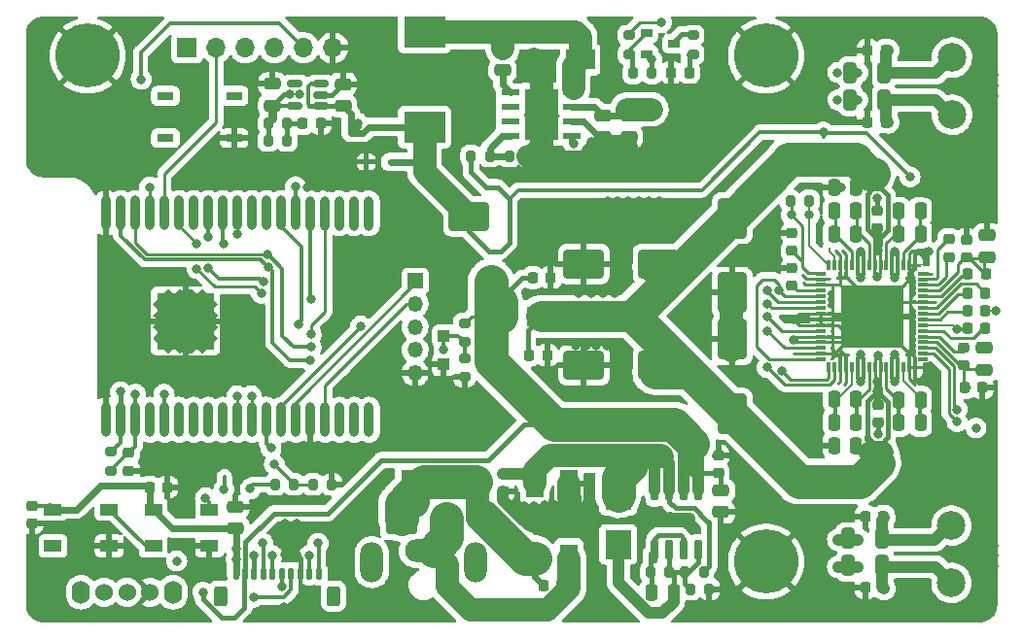
<source format=gbr>
G04 #@! TF.GenerationSoftware,KiCad,Pcbnew,(6.0.5-0)*
G04 #@! TF.CreationDate,2022-06-13T22:11:16+02:00*
G04 #@! TF.ProjectId,muVox,6d75566f-782e-46b6-9963-61645f706362,rev?*
G04 #@! TF.SameCoordinates,Original*
G04 #@! TF.FileFunction,Copper,L1,Top*
G04 #@! TF.FilePolarity,Positive*
%FSLAX46Y46*%
G04 Gerber Fmt 4.6, Leading zero omitted, Abs format (unit mm)*
G04 Created by KiCad (PCBNEW (6.0.5-0)) date 2022-06-13 22:11:16*
%MOMM*%
%LPD*%
G01*
G04 APERTURE LIST*
G04 Aperture macros list*
%AMRoundRect*
0 Rectangle with rounded corners*
0 $1 Rounding radius*
0 $2 $3 $4 $5 $6 $7 $8 $9 X,Y pos of 4 corners*
0 Add a 4 corners polygon primitive as box body*
4,1,4,$2,$3,$4,$5,$6,$7,$8,$9,$2,$3,0*
0 Add four circle primitives for the rounded corners*
1,1,$1+$1,$2,$3*
1,1,$1+$1,$4,$5*
1,1,$1+$1,$6,$7*
1,1,$1+$1,$8,$9*
0 Add four rect primitives between the rounded corners*
20,1,$1+$1,$2,$3,$4,$5,0*
20,1,$1+$1,$4,$5,$6,$7,0*
20,1,$1+$1,$6,$7,$8,$9,0*
20,1,$1+$1,$8,$9,$2,$3,0*%
G04 Aperture macros list end*
G04 #@! TA.AperFunction,SMDPad,CuDef*
%ADD10RoundRect,0.250000X-0.475000X0.250000X-0.475000X-0.250000X0.475000X-0.250000X0.475000X0.250000X0*%
G04 #@! TD*
G04 #@! TA.AperFunction,SMDPad,CuDef*
%ADD11RoundRect,0.225000X-0.225000X-0.250000X0.225000X-0.250000X0.225000X0.250000X-0.225000X0.250000X0*%
G04 #@! TD*
G04 #@! TA.AperFunction,SMDPad,CuDef*
%ADD12RoundRect,0.225000X-0.250000X0.225000X-0.250000X-0.225000X0.250000X-0.225000X0.250000X0.225000X0*%
G04 #@! TD*
G04 #@! TA.AperFunction,SMDPad,CuDef*
%ADD13RoundRect,0.250000X0.475000X-0.250000X0.475000X0.250000X-0.475000X0.250000X-0.475000X-0.250000X0*%
G04 #@! TD*
G04 #@! TA.AperFunction,SMDPad,CuDef*
%ADD14RoundRect,0.218750X-0.218750X-0.256250X0.218750X-0.256250X0.218750X0.256250X-0.218750X0.256250X0*%
G04 #@! TD*
G04 #@! TA.AperFunction,ComponentPad*
%ADD15R,4.000000X2.000000*%
G04 #@! TD*
G04 #@! TA.AperFunction,ComponentPad*
%ADD16O,3.300000X2.000000*%
G04 #@! TD*
G04 #@! TA.AperFunction,ComponentPad*
%ADD17O,2.000000X3.500000*%
G04 #@! TD*
G04 #@! TA.AperFunction,SMDPad,CuDef*
%ADD18R,1.498600X2.489200*%
G04 #@! TD*
G04 #@! TA.AperFunction,SMDPad,CuDef*
%ADD19RoundRect,0.150000X0.150000X-0.725000X0.150000X0.725000X-0.150000X0.725000X-0.150000X-0.725000X0*%
G04 #@! TD*
G04 #@! TA.AperFunction,SMDPad,CuDef*
%ADD20R,1.000000X0.700000*%
G04 #@! TD*
G04 #@! TA.AperFunction,SMDPad,CuDef*
%ADD21RoundRect,0.200000X-0.200000X-0.275000X0.200000X-0.275000X0.200000X0.275000X-0.200000X0.275000X0*%
G04 #@! TD*
G04 #@! TA.AperFunction,SMDPad,CuDef*
%ADD22RoundRect,0.200000X0.200000X0.275000X-0.200000X0.275000X-0.200000X-0.275000X0.200000X-0.275000X0*%
G04 #@! TD*
G04 #@! TA.AperFunction,SMDPad,CuDef*
%ADD23RoundRect,0.200000X0.275000X-0.200000X0.275000X0.200000X-0.275000X0.200000X-0.275000X-0.200000X0*%
G04 #@! TD*
G04 #@! TA.AperFunction,SMDPad,CuDef*
%ADD24R,1.450000X0.700000*%
G04 #@! TD*
G04 #@! TA.AperFunction,SMDPad,CuDef*
%ADD25RoundRect,0.150000X0.512500X0.150000X-0.512500X0.150000X-0.512500X-0.150000X0.512500X-0.150000X0*%
G04 #@! TD*
G04 #@! TA.AperFunction,SMDPad,CuDef*
%ADD26RoundRect,0.250000X0.250000X0.475000X-0.250000X0.475000X-0.250000X-0.475000X0.250000X-0.475000X0*%
G04 #@! TD*
G04 #@! TA.AperFunction,ComponentPad*
%ADD27R,1.350000X1.350000*%
G04 #@! TD*
G04 #@! TA.AperFunction,ComponentPad*
%ADD28O,1.350000X1.350000*%
G04 #@! TD*
G04 #@! TA.AperFunction,SMDPad,CuDef*
%ADD29RoundRect,0.225000X0.250000X-0.225000X0.250000X0.225000X-0.250000X0.225000X-0.250000X-0.225000X0*%
G04 #@! TD*
G04 #@! TA.AperFunction,SMDPad,CuDef*
%ADD30RoundRect,0.250000X-1.500000X-1.000000X1.500000X-1.000000X1.500000X1.000000X-1.500000X1.000000X0*%
G04 #@! TD*
G04 #@! TA.AperFunction,SMDPad,CuDef*
%ADD31RoundRect,0.250000X1.000000X-1.500000X1.000000X1.500000X-1.000000X1.500000X-1.000000X-1.500000X0*%
G04 #@! TD*
G04 #@! TA.AperFunction,ComponentPad*
%ADD32C,2.500000*%
G04 #@! TD*
G04 #@! TA.AperFunction,SMDPad,CuDef*
%ADD33R,1.000000X1.000000*%
G04 #@! TD*
G04 #@! TA.AperFunction,SMDPad,CuDef*
%ADD34RoundRect,0.225000X0.225000X0.250000X-0.225000X0.250000X-0.225000X-0.250000X0.225000X-0.250000X0*%
G04 #@! TD*
G04 #@! TA.AperFunction,SMDPad,CuDef*
%ADD35RoundRect,0.200000X-0.275000X0.200000X-0.275000X-0.200000X0.275000X-0.200000X0.275000X0.200000X0*%
G04 #@! TD*
G04 #@! TA.AperFunction,SMDPad,CuDef*
%ADD36RoundRect,0.250000X1.500000X1.000000X-1.500000X1.000000X-1.500000X-1.000000X1.500000X-1.000000X0*%
G04 #@! TD*
G04 #@! TA.AperFunction,SMDPad,CuDef*
%ADD37RoundRect,0.250000X-0.325000X-0.650000X0.325000X-0.650000X0.325000X0.650000X-0.325000X0.650000X0*%
G04 #@! TD*
G04 #@! TA.AperFunction,ComponentPad*
%ADD38RoundRect,0.250001X-1.099999X-1.099999X1.099999X-1.099999X1.099999X1.099999X-1.099999X1.099999X0*%
G04 #@! TD*
G04 #@! TA.AperFunction,ComponentPad*
%ADD39C,2.700000*%
G04 #@! TD*
G04 #@! TA.AperFunction,ComponentPad*
%ADD40C,5.600000*%
G04 #@! TD*
G04 #@! TA.AperFunction,ComponentPad*
%ADD41R,1.700000X1.700000*%
G04 #@! TD*
G04 #@! TA.AperFunction,ComponentPad*
%ADD42O,1.700000X1.700000*%
G04 #@! TD*
G04 #@! TA.AperFunction,SMDPad,CuDef*
%ADD43RoundRect,0.075000X-0.075000X0.362500X-0.075000X-0.362500X0.075000X-0.362500X0.075000X0.362500X0*%
G04 #@! TD*
G04 #@! TA.AperFunction,SMDPad,CuDef*
%ADD44RoundRect,0.075000X-0.362500X0.075000X-0.362500X-0.075000X0.362500X-0.075000X0.362500X0.075000X0*%
G04 #@! TD*
G04 #@! TA.AperFunction,ComponentPad*
%ADD45C,0.500000*%
G04 #@! TD*
G04 #@! TA.AperFunction,SMDPad,CuDef*
%ADD46R,5.450000X5.450000*%
G04 #@! TD*
G04 #@! TA.AperFunction,SMDPad,CuDef*
%ADD47R,3.600000X2.700000*%
G04 #@! TD*
G04 #@! TA.AperFunction,SMDPad,CuDef*
%ADD48RoundRect,0.125000X-0.125000X-0.375000X0.125000X-0.375000X0.125000X0.375000X-0.125000X0.375000X0*%
G04 #@! TD*
G04 #@! TA.AperFunction,SMDPad,CuDef*
%ADD49RoundRect,0.250000X-0.350000X-0.600000X0.350000X-0.600000X0.350000X0.600000X-0.350000X0.600000X0*%
G04 #@! TD*
G04 #@! TA.AperFunction,SMDPad,CuDef*
%ADD50RoundRect,0.218750X0.218750X0.256250X-0.218750X0.256250X-0.218750X-0.256250X0.218750X-0.256250X0*%
G04 #@! TD*
G04 #@! TA.AperFunction,SMDPad,CuDef*
%ADD51R,1.500000X1.000000*%
G04 #@! TD*
G04 #@! TA.AperFunction,SMDPad,CuDef*
%ADD52R,1.550000X0.600000*%
G04 #@! TD*
G04 #@! TA.AperFunction,ComponentPad*
%ADD53C,0.600000*%
G04 #@! TD*
G04 #@! TA.AperFunction,SMDPad,CuDef*
%ADD54R,2.950000X4.500000*%
G04 #@! TD*
G04 #@! TA.AperFunction,SMDPad,CuDef*
%ADD55R,2.600000X3.100000*%
G04 #@! TD*
G04 #@! TA.AperFunction,ComponentPad*
%ADD56C,1.524000*%
G04 #@! TD*
G04 #@! TA.AperFunction,ComponentPad*
%ADD57O,1.600000X2.000000*%
G04 #@! TD*
G04 #@! TA.AperFunction,SMDPad,CuDef*
%ADD58R,2.300000X2.500000*%
G04 #@! TD*
G04 #@! TA.AperFunction,SMDPad,CuDef*
%ADD59RoundRect,0.250000X-1.000000X1.500000X-1.000000X-1.500000X1.000000X-1.500000X1.000000X1.500000X0*%
G04 #@! TD*
G04 #@! TA.AperFunction,SMDPad,CuDef*
%ADD60R,0.600000X0.450000*%
G04 #@! TD*
G04 #@! TA.AperFunction,SMDPad,CuDef*
%ADD61R,3.500000X1.800000*%
G04 #@! TD*
G04 #@! TA.AperFunction,SMDPad,CuDef*
%ADD62O,0.900000X3.000000*%
G04 #@! TD*
G04 #@! TA.AperFunction,ComponentPad*
%ADD63C,0.800000*%
G04 #@! TD*
G04 #@! TA.AperFunction,SMDPad,CuDef*
%ADD64R,5.000000X5.000000*%
G04 #@! TD*
G04 #@! TA.AperFunction,SMDPad,CuDef*
%ADD65R,2.500000X1.800000*%
G04 #@! TD*
G04 #@! TA.AperFunction,ViaPad*
%ADD66C,0.800000*%
G04 #@! TD*
G04 #@! TA.AperFunction,Conductor*
%ADD67C,2.000000*%
G04 #@! TD*
G04 #@! TA.AperFunction,Conductor*
%ADD68C,0.250000*%
G04 #@! TD*
G04 #@! TA.AperFunction,Conductor*
%ADD69C,0.600000*%
G04 #@! TD*
G04 #@! TA.AperFunction,Conductor*
%ADD70C,1.000000*%
G04 #@! TD*
G04 #@! TA.AperFunction,Conductor*
%ADD71C,0.400000*%
G04 #@! TD*
G04 #@! TA.AperFunction,Conductor*
%ADD72C,0.300000*%
G04 #@! TD*
G04 #@! TA.AperFunction,Conductor*
%ADD73C,0.200000*%
G04 #@! TD*
G04 #@! TA.AperFunction,Conductor*
%ADD74C,0.800000*%
G04 #@! TD*
G04 #@! TA.AperFunction,Conductor*
%ADD75C,3.000000*%
G04 #@! TD*
G04 #@! TA.AperFunction,Conductor*
%ADD76C,2.700000*%
G04 #@! TD*
G04 APERTURE END LIST*
D10*
X140719000Y-67967500D03*
X140719000Y-69867500D03*
X134569000Y-67950600D03*
X134569000Y-69850600D03*
D11*
X158153380Y-111700000D03*
X159703380Y-111700000D03*
D12*
X154678380Y-101956510D03*
X154678380Y-103506510D03*
X173392395Y-100350000D03*
X173392395Y-101900000D03*
D13*
X173642395Y-105300000D03*
X173642395Y-103400000D03*
D14*
X169299100Y-66964600D03*
X170874100Y-66964600D03*
D15*
X147742110Y-102652500D03*
D16*
X147742110Y-108652500D03*
D17*
X143242110Y-109652500D03*
X152242110Y-109652500D03*
D18*
X157400000Y-109310010D03*
X157400000Y-102807610D03*
X160400000Y-109310010D03*
X160400000Y-102807610D03*
D19*
X167848620Y-108583010D03*
X169118620Y-108583010D03*
X170388620Y-108583010D03*
X171658620Y-108583010D03*
X171658620Y-103433010D03*
X170388620Y-103433010D03*
X169118620Y-103433010D03*
X167848620Y-103433010D03*
D20*
X167150000Y-63500000D03*
X167150000Y-65400000D03*
X169550000Y-64450000D03*
D21*
X170475000Y-110514010D03*
X172125000Y-110514010D03*
D22*
X169150000Y-110500000D03*
X167500000Y-110500000D03*
X167623600Y-67015400D03*
X165973600Y-67015400D03*
D23*
X165616200Y-65376600D03*
X165616200Y-63726600D03*
X171204200Y-65376600D03*
X171204200Y-63726600D03*
D24*
X131258000Y-68988000D03*
X131258000Y-72688000D03*
X125258000Y-68988000D03*
X125258000Y-72688000D03*
D25*
X138787500Y-69850000D03*
X138787500Y-68900000D03*
X138787500Y-67950000D03*
X136512500Y-67950000D03*
X136512500Y-69850000D03*
D26*
X169500000Y-112263990D03*
X167600000Y-112263990D03*
D27*
X147000000Y-85150000D03*
D28*
X147000000Y-87150000D03*
X147000000Y-89150000D03*
X147000000Y-91150000D03*
X147000000Y-93150000D03*
D29*
X179820000Y-82515000D03*
X179820000Y-80965000D03*
D30*
X151690000Y-79502000D03*
X158190000Y-79502000D03*
D26*
X191000000Y-81050000D03*
X189100000Y-81050000D03*
D29*
X113647600Y-106260800D03*
X113647600Y-104710800D03*
D31*
X174620380Y-96715490D03*
X174620380Y-90215490D03*
D29*
X187260000Y-80555000D03*
X187260000Y-79005000D03*
D26*
X191000000Y-95500000D03*
X189100000Y-95500000D03*
D32*
X193700000Y-111450000D03*
X193700000Y-106450000D03*
D33*
X149500000Y-89925000D03*
X149500000Y-92425000D03*
D34*
X187775000Y-105650000D03*
X186225000Y-105650000D03*
D35*
X151300000Y-91850000D03*
X151300000Y-93500000D03*
D26*
X191000000Y-97500000D03*
X189100000Y-97500000D03*
D36*
X168200000Y-83650000D03*
X161700000Y-83650000D03*
D22*
X172625000Y-112000000D03*
X170975000Y-112000000D03*
D34*
X125422600Y-103110800D03*
X123872600Y-103110800D03*
X187770000Y-111890000D03*
X186220000Y-111890000D03*
X187975000Y-71290000D03*
X186425000Y-71290000D03*
D37*
X184700000Y-107580000D03*
X187650000Y-107580000D03*
D26*
X185400000Y-77010000D03*
X183500000Y-77010000D03*
D35*
X151300000Y-88800000D03*
X151300000Y-90450000D03*
D34*
X196395000Y-94430000D03*
X194845000Y-94430000D03*
D37*
X184695000Y-109940000D03*
X187645000Y-109940000D03*
D21*
X134200000Y-72900000D03*
X135850000Y-72900000D03*
D29*
X122050000Y-101675000D03*
X122050000Y-100125000D03*
D10*
X154620000Y-64860000D03*
X154620000Y-66760000D03*
D38*
X145800490Y-105850490D03*
D39*
X149760490Y-105850490D03*
D37*
X184900000Y-69350000D03*
X187850000Y-69350000D03*
D11*
X156950000Y-91600000D03*
X158500000Y-91600000D03*
D34*
X196635000Y-87760000D03*
X195085000Y-87760000D03*
D26*
X185400000Y-81050000D03*
X183500000Y-81050000D03*
D22*
X153505000Y-74240000D03*
X151855000Y-74240000D03*
D40*
X118500000Y-65500000D03*
D37*
X184900000Y-66975000D03*
X187850000Y-66975000D03*
D41*
X127150000Y-64800000D03*
D42*
X129690000Y-64800000D03*
X132230000Y-64800000D03*
X134770000Y-64800000D03*
X137310000Y-64800000D03*
X139850000Y-64800000D03*
D22*
X156855000Y-74250000D03*
X155205000Y-74250000D03*
D43*
X190531250Y-83793750D03*
X190031250Y-83793750D03*
X189531250Y-83793750D03*
X189031250Y-83793750D03*
X188531250Y-83793750D03*
X188031250Y-83793750D03*
X187531250Y-83793750D03*
X187031250Y-83793750D03*
X186531250Y-83793750D03*
X186031250Y-83793750D03*
X185531250Y-83793750D03*
X185031250Y-83793750D03*
X184531250Y-83793750D03*
X184031250Y-83793750D03*
X183531250Y-83793750D03*
X183031250Y-83793750D03*
D44*
X182343750Y-84481250D03*
X182343750Y-84981250D03*
X182343750Y-85481250D03*
X182343750Y-85981250D03*
X182343750Y-86481250D03*
X182343750Y-86981250D03*
X182343750Y-87481250D03*
X182343750Y-87981250D03*
X182343750Y-88481250D03*
X182343750Y-88981250D03*
X182343750Y-89481250D03*
X182343750Y-89981250D03*
X182343750Y-90481250D03*
X182343750Y-90981250D03*
X182343750Y-91481250D03*
X182343750Y-91981250D03*
D43*
X183031250Y-92668750D03*
X183531250Y-92668750D03*
X184031250Y-92668750D03*
X184531250Y-92668750D03*
X185031250Y-92668750D03*
X185531250Y-92668750D03*
X186031250Y-92668750D03*
X186531250Y-92668750D03*
X187031250Y-92668750D03*
X187531250Y-92668750D03*
X188031250Y-92668750D03*
X188531250Y-92668750D03*
X189031250Y-92668750D03*
X189531250Y-92668750D03*
X190031250Y-92668750D03*
X190531250Y-92668750D03*
D44*
X191218750Y-91981250D03*
X191218750Y-91481250D03*
X191218750Y-90981250D03*
X191218750Y-90481250D03*
X191218750Y-89981250D03*
X191218750Y-89481250D03*
X191218750Y-88981250D03*
X191218750Y-88481250D03*
X191218750Y-87981250D03*
X191218750Y-87481250D03*
X191218750Y-86981250D03*
X191218750Y-86481250D03*
X191218750Y-85981250D03*
X191218750Y-85481250D03*
X191218750Y-84981250D03*
X191218750Y-84481250D03*
D45*
X184342850Y-90669650D03*
X188051250Y-86961250D03*
X189219650Y-89501250D03*
X186781250Y-89501250D03*
X186781250Y-85792850D03*
X186781250Y-90669650D03*
X186781250Y-86961250D03*
X185612850Y-85792850D03*
X185612850Y-86961250D03*
X185612850Y-88231250D03*
X184342850Y-85792850D03*
D46*
X186781250Y-88231250D03*
D45*
X189219650Y-86961250D03*
X188051250Y-88231250D03*
X188051250Y-90669650D03*
X184342850Y-88231250D03*
X188051250Y-85792850D03*
X186781250Y-88231250D03*
X184342850Y-89501250D03*
X185612850Y-89501250D03*
X189219650Y-90669650D03*
X189219650Y-85792850D03*
X188051250Y-89501250D03*
X185612850Y-90669650D03*
X189219650Y-88231250D03*
X184342850Y-86961250D03*
D47*
X147828000Y-63414000D03*
X147828000Y-71714000D03*
D48*
X131400000Y-110650000D03*
X132200000Y-110650000D03*
X133000000Y-110650000D03*
X133800000Y-110650000D03*
X134600000Y-110650000D03*
X135400000Y-110650000D03*
X136200000Y-110650000D03*
X137000000Y-110650000D03*
X137800000Y-110650000D03*
X138600000Y-110650000D03*
D49*
X139900000Y-112600000D03*
X130100000Y-112600000D03*
D50*
X138800000Y-71400000D03*
X137225000Y-71400000D03*
D35*
X120550000Y-100050000D03*
X120550000Y-101700000D03*
D29*
X179820000Y-85555000D03*
X179820000Y-84005000D03*
D51*
X115475200Y-105050000D03*
X115475200Y-108250000D03*
X120375200Y-108250000D03*
X120375200Y-105050000D03*
D13*
X196790000Y-83040000D03*
X196790000Y-81140000D03*
D52*
X155288000Y-68707000D03*
X155288000Y-69977000D03*
X155288000Y-71247000D03*
X155288000Y-72517000D03*
X160688000Y-72517000D03*
X160688000Y-71247000D03*
X160688000Y-69977000D03*
X160688000Y-68707000D03*
D53*
X157388000Y-70012000D03*
X158588000Y-72412000D03*
X158588000Y-70012000D03*
X157388000Y-68812000D03*
D54*
X157988000Y-70612000D03*
D53*
X158588000Y-68812000D03*
D55*
X157988000Y-70612000D03*
D53*
X157388000Y-72412000D03*
X157388000Y-71312000D03*
X158588000Y-71312000D03*
D56*
X119920000Y-112268000D03*
X121920000Y-112268000D03*
X123920000Y-112268000D03*
D57*
X125920000Y-112268000D03*
X117920000Y-112268000D03*
D26*
X185400000Y-97450000D03*
X183500000Y-97450000D03*
D58*
X164700000Y-108100000D03*
X164700000Y-103800000D03*
D26*
X185400000Y-95400000D03*
X183500000Y-95400000D03*
D34*
X187975000Y-65030000D03*
X186425000Y-65030000D03*
D21*
X134225000Y-71400000D03*
X135875000Y-71400000D03*
X179665000Y-78160000D03*
X181315000Y-78160000D03*
D36*
X168200000Y-92500000D03*
X161700000Y-92500000D03*
D59*
X174620380Y-79657990D03*
X174620380Y-86157990D03*
D21*
X134811000Y-102870000D03*
X136461000Y-102870000D03*
D10*
X131350000Y-104800000D03*
X131350000Y-106700000D03*
D29*
X194800000Y-92510000D03*
X194800000Y-90960000D03*
D21*
X138113000Y-102870000D03*
X139763000Y-102870000D03*
D10*
X196540000Y-90970000D03*
X196540000Y-92870000D03*
D29*
X193460000Y-83045000D03*
X193460000Y-81495000D03*
D10*
X165608000Y-70678000D03*
X165608000Y-72578000D03*
D40*
X177550000Y-65500000D03*
D26*
X185400000Y-79050000D03*
X183500000Y-79050000D03*
D29*
X195000000Y-83060000D03*
X195000000Y-81510000D03*
D12*
X187290000Y-95935000D03*
X187290000Y-97485000D03*
D11*
X195140000Y-84550000D03*
X196690000Y-84550000D03*
D51*
X124200000Y-105050000D03*
X124200000Y-108250000D03*
X129100000Y-108250000D03*
X129100000Y-105050000D03*
D60*
X142760000Y-74760000D03*
X144860000Y-74760000D03*
D61*
X154050000Y-88200000D03*
X158450000Y-88200000D03*
D11*
X157250000Y-84850000D03*
X158800000Y-84850000D03*
D62*
X120090000Y-97231250D03*
X121360000Y-97231250D03*
X122630000Y-97231250D03*
X123900000Y-97231250D03*
X125170000Y-97231250D03*
X126440000Y-97231250D03*
X127710000Y-97231250D03*
X128980000Y-97231250D03*
X130250000Y-97231250D03*
X131520000Y-97231250D03*
X132790000Y-97231250D03*
X134060000Y-97231250D03*
X135330000Y-97231250D03*
X136600000Y-97231250D03*
X137900000Y-97231250D03*
X139170000Y-97231250D03*
X140440000Y-97231250D03*
X141710000Y-97231250D03*
X142980000Y-97231250D03*
X142980000Y-79231250D03*
X141710000Y-79231250D03*
X140440000Y-79231250D03*
X139170000Y-79231250D03*
X137900000Y-79231250D03*
X136600000Y-79201250D03*
X135330000Y-79201250D03*
X134060000Y-79201250D03*
X132790000Y-79201250D03*
X131520000Y-79201250D03*
X130250000Y-79201250D03*
X128980000Y-79201250D03*
X127710000Y-79201250D03*
X126440000Y-79201250D03*
X125170000Y-79201250D03*
X123900000Y-79201250D03*
X122630000Y-79201250D03*
X121360000Y-79201250D03*
X120090000Y-79201250D03*
D63*
X126000000Y-88631250D03*
X125000000Y-86631250D03*
X125000000Y-89631250D03*
X128000000Y-87631250D03*
X126000000Y-87631250D03*
X127000000Y-89631250D03*
X128000000Y-90631250D03*
X126000000Y-86631250D03*
X125000000Y-88631250D03*
X129000000Y-90631250D03*
X128000000Y-88631250D03*
X125000000Y-87631250D03*
X127000000Y-87631250D03*
D64*
X127010000Y-88631250D03*
D63*
X128000000Y-86631250D03*
X129000000Y-87631250D03*
X127000000Y-88631250D03*
X129000000Y-86631250D03*
X127000000Y-90631250D03*
X128000000Y-89631250D03*
X126000000Y-89631250D03*
X125000000Y-90631250D03*
X126000000Y-90631250D03*
X129000000Y-88631250D03*
X129000000Y-89631250D03*
X127000000Y-86631250D03*
D10*
X163322000Y-70678000D03*
X163322000Y-72578000D03*
D11*
X195075000Y-89280000D03*
X196625000Y-89280000D03*
D26*
X185400000Y-99460000D03*
X183500000Y-99460000D03*
D32*
X193750000Y-65650000D03*
X193750000Y-70650000D03*
D65*
X161370000Y-65810000D03*
X157370000Y-65810000D03*
D26*
X191000000Y-79050000D03*
X189100000Y-79050000D03*
D11*
X195100000Y-86240000D03*
X196650000Y-86240000D03*
D40*
X177550000Y-109600000D03*
D66*
X172446020Y-89421810D03*
X171557020Y-88558210D03*
X171557020Y-88558210D03*
X171557020Y-89421810D03*
X171557020Y-90336210D03*
X170642620Y-88558210D03*
X170642620Y-87669210D03*
X170642620Y-88558210D03*
X171582420Y-87669210D03*
X172446020Y-88558210D03*
X172446020Y-87669210D03*
X172446020Y-88558210D03*
X139400000Y-75196600D03*
X139400000Y-75196600D03*
X196500000Y-67203400D03*
X168250000Y-79100000D03*
X197400000Y-108200000D03*
X168250000Y-78200000D03*
X135650000Y-107189000D03*
X164084000Y-73914000D03*
X138500000Y-77000000D03*
X196500000Y-68103400D03*
X124407600Y-100550000D03*
X165862000Y-73014000D03*
X124407600Y-101550000D03*
X137600000Y-76100000D03*
X139400000Y-76996600D03*
X164650000Y-78203400D03*
X164084000Y-73014000D03*
X135607600Y-113550000D03*
X159178380Y-105603400D03*
X172446020Y-86780210D03*
X158278380Y-106503400D03*
X196300000Y-77710000D03*
X166450000Y-78203400D03*
X155578380Y-104753400D03*
X165550000Y-78200000D03*
X197400000Y-69000000D03*
X164622820Y-93485810D03*
X160978380Y-105553400D03*
X161219220Y-86229410D03*
X162311420Y-86204010D03*
X125296600Y-101550000D03*
X164650000Y-79103400D03*
X179939020Y-90234610D03*
X126211000Y-101550000D03*
X136650000Y-108992400D03*
X191700000Y-82550000D03*
X135650000Y-107189000D03*
X197400000Y-108200000D03*
X168250000Y-80000000D03*
X167350000Y-78203400D03*
X135650000Y-108992400D03*
X191350000Y-77500000D03*
X136650000Y-108103400D03*
X160078380Y-106500000D03*
X125296600Y-101550000D03*
X195600000Y-110003400D03*
X127100000Y-100550000D03*
X177223620Y-94654010D03*
X157378380Y-105650000D03*
X160978380Y-104653400D03*
X138500000Y-75200000D03*
X196880820Y-90844210D03*
X170896620Y-106008010D03*
X144642000Y-76962000D03*
X138300000Y-113550000D03*
X136650000Y-106300000D03*
X133050000Y-67850000D03*
X158278380Y-104703400D03*
X135650000Y-106300000D03*
X196500000Y-109103400D03*
X197400000Y-69000000D03*
X160078380Y-105600000D03*
X165862000Y-73914000D03*
X124407600Y-101550000D03*
X135650000Y-108103400D03*
X127100000Y-101550000D03*
X137600000Y-75200000D03*
X163683020Y-90742610D03*
X197400000Y-67200000D03*
X157378380Y-106550000D03*
X187270000Y-77890000D03*
X135607600Y-113550000D03*
X126211000Y-100550000D03*
X168250000Y-80000000D03*
X164622820Y-93485810D03*
X163750000Y-79103400D03*
X127100000Y-100550000D03*
X164622820Y-94374810D03*
X160990620Y-90742610D03*
X197400000Y-110000000D03*
X197550000Y-87700000D03*
X165550000Y-80000000D03*
X160078380Y-104700000D03*
X190250000Y-77500000D03*
X157378380Y-106550000D03*
X136650000Y-108103400D03*
X159178380Y-104703400D03*
X137411000Y-113550000D03*
X164962000Y-73914000D03*
X159178380Y-106503400D03*
X160078380Y-106500000D03*
X161879620Y-90742610D03*
X156478380Y-104753400D03*
X179939020Y-88482010D03*
X197400000Y-109100000D03*
X195600000Y-68103400D03*
X195600000Y-108203400D03*
X164343420Y-86204010D03*
X197400000Y-68100000D03*
X124407600Y-100550000D03*
X137411000Y-113550000D03*
X138500000Y-76100000D03*
X157378380Y-104750000D03*
X161879620Y-90742610D03*
X126211000Y-101550000D03*
X197400000Y-68100000D03*
X164622820Y-92571410D03*
X195600000Y-109103400D03*
X164622820Y-94374810D03*
X157378380Y-105650000D03*
X166450000Y-79103400D03*
X197400000Y-109100000D03*
X160990620Y-90742610D03*
X171582420Y-86780210D03*
X172446020Y-90336210D03*
X167350000Y-80003400D03*
X127100000Y-101550000D03*
X162306000Y-73014000D03*
X195600000Y-69003400D03*
X136650000Y-106300000D03*
X197400000Y-67200000D03*
X163184000Y-73914000D03*
X192850000Y-78100000D03*
X135650000Y-108992400D03*
X194500000Y-76160000D03*
X187304660Y-98504676D03*
X195400000Y-76960000D03*
X164622820Y-91682410D03*
X163352820Y-86204010D03*
X160978380Y-106453400D03*
X136650000Y-108992400D03*
X164650000Y-80003400D03*
X164622820Y-92571410D03*
X162794020Y-90742610D03*
X125296600Y-100550000D03*
X196500000Y-69003400D03*
X165550000Y-79100000D03*
X136650000Y-107189000D03*
X184100000Y-77000000D03*
X161878380Y-105553400D03*
X195600000Y-67203400D03*
X156478380Y-105653400D03*
X136496600Y-113550000D03*
X126211000Y-100550000D03*
X138300000Y-113550000D03*
X168250000Y-78200000D03*
X125296600Y-100550000D03*
X164962000Y-73014000D03*
X139400000Y-76096600D03*
X158278380Y-105603400D03*
X166450000Y-80003400D03*
X145542000Y-77862000D03*
X144642000Y-77862000D03*
X160078380Y-105600000D03*
X163750000Y-80003400D03*
X167350000Y-79103400D03*
X163683020Y-90742610D03*
X164622820Y-91682410D03*
X165550000Y-78200000D03*
X162306000Y-73914000D03*
X157378380Y-104750000D03*
X163750000Y-78203400D03*
X136496600Y-113550000D03*
X169499620Y-106008010D03*
X168229620Y-106008010D03*
X162794020Y-90742610D03*
X139400000Y-76996600D03*
X196500000Y-110003400D03*
X145542000Y-76962000D03*
X165550000Y-79100000D03*
X135650000Y-106300000D03*
X160078380Y-104700000D03*
X168250000Y-79100000D03*
X163184000Y-73014000D03*
X139400000Y-76096600D03*
X161878380Y-106453400D03*
X161878380Y-104653400D03*
X135650000Y-108103400D03*
X165550000Y-80000000D03*
X137600000Y-77000000D03*
X197400000Y-110000000D03*
X136650000Y-107189000D03*
X196500000Y-108203400D03*
X132650000Y-103250000D03*
X131400000Y-108500000D03*
X195842500Y-97957500D03*
X142000000Y-71350000D03*
X182544799Y-72150000D03*
X131400000Y-109400000D03*
X179761120Y-79388810D03*
X194150000Y-89300000D03*
X190100000Y-76050000D03*
X167600000Y-65800000D03*
X121350000Y-94800000D03*
X136095258Y-68875002D03*
X136931000Y-68889800D03*
X123150000Y-67550000D03*
X122650000Y-95000000D03*
X165470000Y-70170000D03*
X167570000Y-70170000D03*
X153583620Y-87208380D03*
X166480000Y-70170000D03*
X153610000Y-85180000D03*
X128524000Y-112268000D03*
X153590000Y-86230000D03*
X187254220Y-84799010D03*
X187279620Y-82513010D03*
X187279620Y-81522410D03*
X187254220Y-93892210D03*
X187529756Y-76450244D03*
X187279620Y-91606210D03*
X187254220Y-94781210D03*
X186870000Y-75790489D03*
X187323620Y-101004010D03*
X187390000Y-100120000D03*
X134550000Y-109050000D03*
X136849500Y-88884954D03*
X128750000Y-104049500D03*
X149500000Y-91150000D03*
X125150000Y-95000000D03*
X168450000Y-62600000D03*
X181336120Y-79388810D03*
X185781020Y-93892210D03*
X185755620Y-91580810D03*
X185560000Y-107680000D03*
X183880000Y-107690000D03*
X185755620Y-82554010D03*
X185781020Y-84824410D03*
X183800000Y-69350000D03*
X185550000Y-69350000D03*
X188752820Y-91580810D03*
X183880000Y-110060000D03*
X188778220Y-93892210D03*
X185560000Y-110060000D03*
X188752820Y-82554010D03*
X188778220Y-84824410D03*
X185560000Y-66950000D03*
X183790000Y-66950000D03*
X132999500Y-109050000D03*
X134457294Y-99705731D03*
X133749500Y-108000000D03*
X137954977Y-86704977D03*
X135400000Y-111800000D03*
X132950000Y-112700000D03*
X130300000Y-81850000D03*
X137800000Y-109050000D03*
X177678420Y-89498010D03*
X137850000Y-92050000D03*
X134200000Y-83900000D03*
X134150000Y-82800000D03*
X137950000Y-90900000D03*
X138550000Y-108000000D03*
X177678420Y-88202610D03*
X123900000Y-76950000D03*
X136600000Y-76900000D03*
X126250000Y-109550000D03*
X130350000Y-103300000D03*
X194188420Y-97397410D03*
X194188420Y-96330610D03*
X142262701Y-89062701D03*
X137950000Y-89800000D03*
X131500000Y-95150000D03*
X177703820Y-85992810D03*
X132750000Y-95150000D03*
X177678420Y-87110410D03*
X178719820Y-85992810D03*
X131550000Y-81050000D03*
X129000000Y-84024020D03*
X133828925Y-85227067D03*
X178952528Y-92948301D03*
X129000000Y-81300000D03*
X128000000Y-81850000D03*
X133600000Y-86200000D03*
X177656432Y-92677511D03*
X128000964Y-84054555D03*
X134750000Y-101100000D03*
X160782000Y-73152000D03*
D67*
X160448000Y-106008010D02*
X159432000Y-106008010D01*
D68*
X182334120Y-89978010D02*
X180195620Y-89978010D01*
D69*
X163002000Y-72578000D02*
X163322000Y-72578000D01*
D68*
X185021620Y-89978010D02*
X186771620Y-88228010D01*
X190521620Y-83790510D02*
X190521620Y-82725410D01*
X184021620Y-93900420D02*
X183971630Y-93950410D01*
X189496619Y-85503011D02*
X189246620Y-85753010D01*
X184021620Y-92665510D02*
X184021620Y-93900420D01*
X184021620Y-92665510D02*
X184021620Y-90978010D01*
D70*
X161972000Y-106008010D02*
X161718000Y-105754010D01*
D68*
X182334120Y-91478010D02*
X179963220Y-91478010D01*
D71*
X139719400Y-68900000D02*
X140639400Y-67980000D01*
X137000000Y-110050000D02*
X137000000Y-109342400D01*
D67*
X157144000Y-74250000D02*
X157988000Y-73406000D01*
D68*
X184521620Y-83790510D02*
X184521620Y-84740510D01*
X190021620Y-93662410D02*
X190251420Y-93892210D01*
D67*
X156855000Y-74250000D02*
X157144000Y-74250000D01*
D68*
X184521620Y-91773410D02*
X184521620Y-91715510D01*
X180443020Y-87978010D02*
X179939020Y-88482010D01*
X190021620Y-83790510D02*
X190021620Y-84978010D01*
D71*
X137000000Y-109342400D02*
X136650000Y-108992400D01*
D67*
X174500000Y-91218000D02*
X174500000Y-87050000D01*
D68*
X174579620Y-90260010D02*
X172446020Y-90260010D01*
X182334120Y-85478010D02*
X181114220Y-85478010D01*
D70*
X170896620Y-105854019D02*
X170742629Y-106008010D01*
D68*
X183971630Y-93950410D02*
X183851325Y-94070715D01*
D70*
X169291823Y-105854019D02*
X170896620Y-105854019D01*
D71*
X138750000Y-68900000D02*
X139719400Y-68900000D01*
D67*
X157370000Y-66946000D02*
X157988000Y-67564000D01*
D68*
X184049134Y-91243024D02*
X184049134Y-90950496D01*
X184521620Y-92665510D02*
X184521620Y-93856210D01*
X182334120Y-90478010D02*
X180182420Y-90478010D01*
X184521620Y-91715510D02*
X184049134Y-91243024D01*
D67*
X165354000Y-73406000D02*
X163068000Y-73406000D01*
D68*
X190521620Y-83790510D02*
X190300910Y-84011220D01*
X190300910Y-84698720D02*
X189496619Y-85503011D01*
X182334120Y-85478010D02*
X184021620Y-85478010D01*
X190521620Y-92665510D02*
X190521620Y-93203010D01*
X190251420Y-93892210D02*
X190505420Y-94146210D01*
X184521620Y-82803010D02*
X184180820Y-82462210D01*
X184046620Y-87978010D02*
X184296620Y-88228010D01*
D67*
X157988000Y-67564000D02*
X157988000Y-70612000D01*
D72*
X134565800Y-67850000D02*
X134721200Y-68005400D01*
D73*
X196315000Y-87760000D02*
X197490000Y-87760000D01*
D71*
X187270000Y-78995000D02*
X187260000Y-79005000D01*
D68*
X184521620Y-92665510D02*
X184521620Y-91773410D01*
D73*
X197490000Y-87760000D02*
X197550000Y-87700000D01*
D71*
X173392395Y-100350000D02*
X173007605Y-100350000D01*
D68*
X184521620Y-93856210D02*
X184521620Y-94008610D01*
X183521620Y-91478010D02*
X184049134Y-90950496D01*
X190021620Y-84978010D02*
X189246620Y-85753010D01*
X184521620Y-94008610D02*
X184358620Y-94171610D01*
X182334120Y-90478010D02*
X184071620Y-90478010D01*
X190021620Y-92665510D02*
X190021620Y-91478010D01*
D70*
X169191814Y-105754010D02*
X169291823Y-105854019D01*
D68*
X181114220Y-85478010D02*
X180996200Y-85478010D01*
X188021620Y-86978010D02*
X186771620Y-88228010D01*
D72*
X137000000Y-110650000D02*
X137000000Y-110050000D01*
D68*
X190021620Y-92665510D02*
X190021620Y-93662410D01*
X182334120Y-89978010D02*
X185021620Y-89978010D01*
X190021620Y-91478010D02*
X189246620Y-90703010D01*
X190530820Y-93212210D02*
X190530820Y-93663610D01*
D72*
X137000000Y-110650000D02*
X137000000Y-113046600D01*
D68*
X190021620Y-82769620D02*
X190315625Y-82475615D01*
X183809120Y-88978010D02*
X184296620Y-89465510D01*
X191209120Y-86978010D02*
X192303420Y-86978010D01*
X190446610Y-91718702D02*
X190446610Y-92218702D01*
X182334120Y-87978010D02*
X184046620Y-87978010D01*
D67*
X157370000Y-65810000D02*
X157370000Y-66946000D01*
D68*
X190021620Y-83790510D02*
X190021620Y-82769620D01*
D69*
X161671000Y-71247000D02*
X163002000Y-72578000D01*
D68*
X184021620Y-83790510D02*
X184021620Y-82912610D01*
X190521620Y-93203010D02*
X190530820Y-93212210D01*
X180435020Y-88978010D02*
X179939020Y-88482010D01*
X184521620Y-93856210D02*
X184521620Y-93957810D01*
D71*
X187304660Y-97499660D02*
X187290000Y-97485000D01*
D72*
X137000000Y-113046600D02*
X136496600Y-113550000D01*
D68*
X190784820Y-93917610D02*
X190988020Y-94120810D01*
D72*
X133050000Y-67850000D02*
X134565800Y-67850000D01*
D69*
X160688000Y-71247000D02*
X161671000Y-71247000D01*
D68*
X182334120Y-91478010D02*
X183521620Y-91478010D01*
X184021620Y-90978010D02*
X184296620Y-90703010D01*
X184071620Y-90478010D02*
X184296620Y-90703010D01*
X190300910Y-84011220D02*
X190300910Y-84698720D01*
X184521620Y-84740510D02*
X185534120Y-85753010D01*
D67*
X157356511Y-74751511D02*
X164008489Y-74751511D01*
D68*
X184049134Y-90950496D02*
X186771620Y-88228010D01*
X190315625Y-82475615D02*
X190976025Y-82475615D01*
D67*
X160400000Y-103961512D02*
X160448000Y-104009512D01*
D68*
X182334120Y-88478010D02*
X179943020Y-88478010D01*
X180195620Y-89978010D02*
X179939020Y-90234610D01*
D67*
X164008489Y-74751511D02*
X165354000Y-73406000D01*
D70*
X154606000Y-104210010D02*
X156404000Y-106008010D01*
D68*
X182334120Y-88978010D02*
X183809120Y-88978010D01*
X190205918Y-91478010D02*
X190446610Y-91718702D01*
X184046620Y-88478010D02*
X184296620Y-88228010D01*
X190530820Y-93663610D02*
X190784820Y-93917610D01*
X184021620Y-82912610D02*
X183596620Y-82487610D01*
X190521620Y-82725410D02*
X190759420Y-82487610D01*
D67*
X160448000Y-106008010D02*
X160448000Y-106008010D01*
D72*
X165608000Y-72578000D02*
X163322000Y-72578000D01*
D68*
X184021620Y-83790510D02*
X184021620Y-85478010D01*
X182334120Y-87978010D02*
X180443020Y-87978010D01*
X182334120Y-88478010D02*
X184046620Y-88478010D01*
X191209120Y-86978010D02*
X188021620Y-86978010D01*
D71*
X187304660Y-98504676D02*
X187304660Y-97499660D01*
D68*
X184521620Y-83790510D02*
X184521620Y-82803010D01*
X179943020Y-88478010D02*
X179939020Y-88482010D01*
D71*
X187270000Y-77890000D02*
X187270000Y-78995000D01*
D68*
X180946210Y-85428020D02*
X180788510Y-85270320D01*
D67*
X159432000Y-106008010D02*
X157146000Y-106008010D01*
X159432000Y-106008010D02*
X161718000Y-106008010D01*
D68*
X180182420Y-90478010D02*
X179939020Y-90234610D01*
X182334120Y-88978010D02*
X180435020Y-88978010D01*
X184021620Y-85478010D02*
X184296620Y-85753010D01*
D70*
X154606000Y-103519010D02*
X154606000Y-104210010D01*
D67*
X156855000Y-74250000D02*
X157356511Y-74751511D01*
X160400000Y-102807610D02*
X160400000Y-103961512D01*
D68*
X190021620Y-91478010D02*
X190205918Y-91478010D01*
D67*
X157988000Y-73406000D02*
X157988000Y-70612000D01*
D68*
X180996200Y-85478010D02*
X180946210Y-85428020D01*
D70*
X170742629Y-106008010D02*
X168229620Y-106008010D01*
D67*
X160448000Y-104009512D02*
X160448000Y-106008010D01*
D72*
X162758000Y-72578000D02*
X163322000Y-72578000D01*
X132650000Y-103250000D02*
X132650000Y-103025000D01*
X132650000Y-103062000D02*
X132842000Y-102870000D01*
X132650000Y-103250000D02*
X132650000Y-103062000D01*
X132842000Y-102870000D02*
X134811000Y-102870000D01*
D69*
X117531200Y-105050000D02*
X119588800Y-102992400D01*
D72*
X137691451Y-68178149D02*
X137691451Y-69721451D01*
X182544799Y-72150000D02*
X177024000Y-72150000D01*
D71*
X140639400Y-69855000D02*
X138755000Y-69855000D01*
D69*
X144860000Y-74760000D02*
X146930000Y-74760000D01*
D68*
X180726420Y-80354110D02*
X179761120Y-79388810D01*
D69*
X141400000Y-72225000D02*
X141400000Y-70548500D01*
X131400000Y-109400000D02*
X131400000Y-110650000D01*
D72*
X137691451Y-69721451D02*
X137820000Y-69850000D01*
X171958000Y-77216000D02*
X155956000Y-77216000D01*
D71*
X137820000Y-69850000D02*
X138750000Y-69850000D01*
D69*
X131350000Y-106700000D02*
X125850000Y-106700000D01*
D71*
X154178000Y-76962000D02*
X155194000Y-77978000D01*
D69*
X115169200Y-104744000D02*
X115475200Y-105050000D01*
D72*
X194150000Y-89300000D02*
X194735000Y-89300000D01*
D69*
X142000000Y-71350000D02*
X142000000Y-71625000D01*
X131400000Y-108500000D02*
X131400000Y-106750000D01*
X115475200Y-105050000D02*
X117531200Y-105050000D01*
D72*
X177024000Y-72150000D02*
X171958000Y-77216000D01*
X194735000Y-89300000D02*
X194755000Y-89280000D01*
D67*
X147828000Y-75640000D02*
X147828000Y-71714000D01*
D68*
X181927220Y-84468810D02*
X181259820Y-84468810D01*
D71*
X150380010Y-79780010D02*
X150450000Y-79850000D01*
D69*
X131400000Y-109400000D02*
X131400000Y-108500000D01*
D68*
X180726420Y-83376710D02*
X179812020Y-82462310D01*
D69*
X147828000Y-71714000D02*
X142986030Y-71714000D01*
D72*
X113647600Y-104710800D02*
X115136000Y-104710800D01*
D71*
X153416000Y-82550000D02*
X151690000Y-80824000D01*
X138755000Y-69855000D02*
X138750000Y-69850000D01*
D72*
X138787500Y-67950000D02*
X137919600Y-67950000D01*
D69*
X142986030Y-71714000D02*
X142475030Y-72225000D01*
D71*
X154432000Y-82550000D02*
X153416000Y-82550000D01*
X151855000Y-75655000D02*
X153162000Y-76962000D01*
D68*
X180726420Y-83935410D02*
X180726420Y-80354110D01*
X179761020Y-77864810D02*
X179761020Y-79388710D01*
D71*
X155194000Y-77978000D02*
X155194000Y-81788000D01*
X138750000Y-67950000D02*
X138124998Y-67950000D01*
X153162000Y-76962000D02*
X154178000Y-76962000D01*
X151855000Y-74240000D02*
X151855000Y-75655000D01*
X151690000Y-80824000D02*
X151690000Y-79502000D01*
D69*
X123893800Y-104743800D02*
X124200000Y-105050000D01*
X119588800Y-102992400D02*
X123893800Y-102992400D01*
D72*
X182544799Y-72150000D02*
X182644799Y-72250000D01*
D68*
X181259820Y-84468810D02*
X180726420Y-83935410D01*
X180726420Y-83935410D02*
X180726420Y-83376710D01*
D72*
X115136000Y-104710800D02*
X115475200Y-105050000D01*
D69*
X141400000Y-72225000D02*
X142475030Y-72225000D01*
D73*
X193831250Y-88981250D02*
X191218750Y-88981250D01*
D72*
X155956000Y-77216000D02*
X155194000Y-77978000D01*
D69*
X142000000Y-71625000D02*
X141400000Y-72225000D01*
D73*
X194150000Y-89300000D02*
X193831250Y-88981250D01*
D69*
X125850000Y-106700000D02*
X124200000Y-105050000D01*
X123893800Y-102992400D02*
X123893800Y-104743800D01*
X146930000Y-74760000D02*
X147828000Y-73862000D01*
D68*
X181936420Y-84478010D02*
X181927220Y-84468810D01*
X182334120Y-84478010D02*
X181936420Y-84478010D01*
X179761020Y-79388710D02*
X179761120Y-79388810D01*
D72*
X137919600Y-67950000D02*
X137691451Y-68178149D01*
X186300000Y-72250000D02*
X190100000Y-76050000D01*
X182544799Y-72150000D02*
X182544799Y-72555201D01*
X182644799Y-72250000D02*
X186300000Y-72250000D01*
D69*
X131400000Y-106750000D02*
X131350000Y-106700000D01*
X141400000Y-70548500D02*
X140719000Y-69867500D01*
D67*
X151690000Y-79502000D02*
X147828000Y-75640000D01*
D71*
X155194000Y-81788000D02*
X154432000Y-82550000D01*
D72*
X182544799Y-72150000D02*
X182650000Y-72044799D01*
D69*
X147828000Y-73862000D02*
X147828000Y-71714000D01*
D71*
X136095258Y-68875002D02*
X135544598Y-68875002D01*
D72*
X120550000Y-100050000D02*
X121360000Y-99240000D01*
D71*
X121350000Y-97221250D02*
X121360000Y-97231250D01*
D72*
X136512500Y-69850000D02*
X134569600Y-69850000D01*
D71*
X121350000Y-94800000D02*
X121350000Y-97221250D01*
X167623600Y-67015400D02*
X167623600Y-65823600D01*
X134225000Y-71400000D02*
X134225000Y-72875000D01*
X167623600Y-65823600D02*
X167600000Y-65800000D01*
X135544598Y-68875002D02*
X134569000Y-69850600D01*
D72*
X121360000Y-99240000D02*
X121360000Y-97231250D01*
X134569600Y-69850000D02*
X134569000Y-69850600D01*
D74*
X134569000Y-69850600D02*
X134569000Y-70994000D01*
D71*
X134225000Y-72875000D02*
X134200000Y-72900000D01*
X168148630Y-107308000D02*
X167848620Y-107608010D01*
X167500000Y-108931630D02*
X167848620Y-108583010D01*
X167848620Y-108583010D02*
X167848620Y-109462510D01*
X167848620Y-107608010D02*
X167848620Y-108583010D01*
X170088610Y-107308000D02*
X168148630Y-107308000D01*
X167600000Y-110600000D02*
X167500000Y-110500000D01*
X170388620Y-108583010D02*
X170388620Y-107608010D01*
X167600000Y-112263990D02*
X167600000Y-110600000D01*
X167500000Y-110500000D02*
X167500000Y-108931630D01*
X170388620Y-107608010D02*
X170088610Y-107308000D01*
D72*
X122650000Y-95000000D02*
X122650000Y-97211250D01*
X123100000Y-65250000D02*
X123100000Y-67500000D01*
X137310000Y-64800000D02*
X135160000Y-62650000D01*
X122630000Y-97231250D02*
X122630000Y-99545000D01*
X135160000Y-62650000D02*
X128000000Y-62650000D01*
X120550000Y-101625000D02*
X122050000Y-100125000D01*
X123100000Y-67500000D02*
X123150000Y-67550000D01*
X125700000Y-62650000D02*
X123100000Y-65250000D01*
X128000000Y-62650000D02*
X125700000Y-62650000D01*
X122630000Y-99545000D02*
X122050000Y-100125000D01*
X120550000Y-101700000D02*
X120550000Y-101625000D01*
X122650000Y-97211250D02*
X122630000Y-97231250D01*
D75*
X145800490Y-105850490D02*
X145800490Y-104594120D01*
X145800490Y-104594120D02*
X146793088Y-103601522D01*
D67*
X152460010Y-105860010D02*
X154938390Y-108338390D01*
X152460010Y-102860010D02*
X152460010Y-105860010D01*
D75*
X146793088Y-103601522D02*
X146793088Y-104293088D01*
X147742110Y-102652500D02*
X149290110Y-102652500D01*
X147742110Y-102652500D02*
X147743640Y-102650970D01*
X147743640Y-102650970D02*
X152250970Y-102650970D01*
D67*
X152250970Y-102650970D02*
X152460010Y-102860010D01*
D75*
X156595408Y-109310010D02*
X152960010Y-105674612D01*
D69*
X157400000Y-110946620D02*
X158153380Y-111700000D01*
D75*
X157400000Y-109310010D02*
X156595408Y-109310010D01*
D69*
X157400000Y-109310010D02*
X157400000Y-110946620D01*
D68*
X188021620Y-83714310D02*
X188021620Y-81847210D01*
X188021620Y-81847210D02*
X189083020Y-80785810D01*
X189085320Y-81189910D02*
X189087620Y-81192210D01*
X189085320Y-79236410D02*
X189085320Y-81189910D01*
X190962620Y-79238710D02*
X190960320Y-79236410D01*
X190962620Y-81192210D02*
X190962620Y-79238710D01*
X189521620Y-82633210D02*
X190962620Y-81192210D01*
X189521620Y-83790510D02*
X189521620Y-82633210D01*
X180279720Y-85978010D02*
X179812020Y-85510310D01*
X182334120Y-85978010D02*
X180279720Y-85978010D01*
D67*
X160400000Y-109310010D02*
X160400000Y-111942955D01*
D75*
X149760490Y-107489510D02*
X148600000Y-108650000D01*
D67*
X158492955Y-113850000D02*
X151871913Y-113850000D01*
D75*
X149760490Y-105850490D02*
X149760490Y-107489510D01*
D67*
X149791631Y-109841631D02*
X149791631Y-111769718D01*
X151871913Y-113850000D02*
X149791631Y-111769718D01*
X160400000Y-111942955D02*
X158492955Y-113850000D01*
X148600000Y-108650000D02*
X149791631Y-109841631D01*
D70*
X169118620Y-101817010D02*
X169118620Y-101055010D01*
D71*
X172600000Y-110039010D02*
X172125000Y-110514010D01*
D67*
X157400000Y-101653708D02*
X157400000Y-102807610D01*
D75*
X165836991Y-101163009D02*
X165836991Y-100862520D01*
D71*
X171280621Y-104954009D02*
X172314121Y-105987509D01*
D75*
X164700000Y-102300000D02*
X165836991Y-101163009D01*
D70*
X169118620Y-101055010D02*
X168483620Y-100420010D01*
D71*
X169118620Y-103433010D02*
X169118620Y-104408010D01*
D70*
X169118620Y-103433010D02*
X169118620Y-101817010D01*
X167848620Y-101055010D02*
X168483620Y-100420010D01*
D75*
X164700000Y-103800000D02*
X164700000Y-102300000D01*
D67*
X168483620Y-100420010D02*
X168426619Y-100363009D01*
D70*
X156536400Y-101944010D02*
X157400000Y-102807610D01*
D71*
X169664619Y-104954009D02*
X171280621Y-104954009D01*
X172600000Y-106273388D02*
X172600000Y-110039010D01*
D67*
X168426619Y-100363009D02*
X158690699Y-100363009D01*
D70*
X154606000Y-101944010D02*
X156536400Y-101944010D01*
D71*
X169118620Y-104408010D02*
X169664619Y-104954009D01*
X172314121Y-105987509D02*
X172547620Y-106221008D01*
D70*
X167848620Y-103433010D02*
X167848620Y-101055010D01*
D71*
X172314121Y-105987509D02*
X172600000Y-106273388D01*
D67*
X158690699Y-100363009D02*
X157400000Y-101653708D01*
D68*
X194692320Y-84697410D02*
X195229820Y-84697410D01*
X194584020Y-84697410D02*
X194692320Y-84697410D01*
X192803420Y-86478010D02*
X194584020Y-84697410D01*
X191209120Y-86478010D02*
X192803420Y-86478010D01*
X186512220Y-83739710D02*
X186512220Y-81872610D01*
X186512220Y-81872610D02*
X185450820Y-80811210D01*
X185473920Y-81166810D02*
X185473920Y-79213310D01*
X185473920Y-79213310D02*
X185471620Y-79211010D01*
X192425120Y-90478010D02*
X194772620Y-92825510D01*
X194823520Y-92774610D02*
X194772620Y-92825510D01*
X196550620Y-92774610D02*
X194823520Y-92774610D01*
X194800000Y-93950000D02*
X195260000Y-94410000D01*
X191209120Y-90478010D02*
X192425120Y-90478010D01*
X194800000Y-92510000D02*
X194800000Y-93950000D01*
X183596620Y-79211010D02*
X183596620Y-81164510D01*
X183596620Y-81164510D02*
X183598920Y-81166810D01*
X185021620Y-82589510D02*
X183598920Y-81166810D01*
X185021620Y-83790510D02*
X185021620Y-82589510D01*
X191209120Y-85978010D02*
X192667010Y-85978010D01*
X194290020Y-84355000D02*
X194290020Y-83681410D01*
X194772620Y-83198810D02*
X196469820Y-83198810D01*
X195306220Y-83198810D02*
X194772620Y-83198810D01*
X196469820Y-83198810D02*
X196525220Y-83143410D01*
X196525220Y-84417810D02*
X196804820Y-84697410D01*
X196525220Y-83143410D02*
X196525220Y-84417810D01*
X192667010Y-85978010D02*
X194290020Y-84355000D01*
X194290020Y-83681410D02*
X194772620Y-83198810D01*
X196804820Y-84697410D02*
X195306220Y-83198810D01*
X192625400Y-85383210D02*
X193248620Y-84759990D01*
X192613620Y-85383210D02*
X192625400Y-85383210D01*
X191209120Y-85478010D02*
X192518820Y-85478010D01*
X193248620Y-84759990D02*
X193248620Y-83198810D01*
X192518820Y-85478010D02*
X192613620Y-85383210D01*
X192448610Y-84837020D02*
X192307620Y-84978010D01*
X191209120Y-84978010D02*
X192307620Y-84978010D01*
X192448610Y-82423820D02*
X192448610Y-84837020D01*
X193248620Y-81623810D02*
X192448610Y-82423820D01*
X188021620Y-92665510D02*
X188021620Y-94532610D01*
D72*
X189083020Y-95238410D02*
X189083020Y-97194210D01*
D68*
X188021620Y-94532610D02*
X189083020Y-95594010D01*
D71*
X128524000Y-112268000D02*
X128524000Y-112892559D01*
X173392395Y-101900000D02*
X171616280Y-101900000D01*
D75*
X153590000Y-85200000D02*
X153590000Y-86230000D01*
X154431620Y-88228010D02*
X154431620Y-86977610D01*
D71*
X132150489Y-110699511D02*
X132200000Y-110650000D01*
X173642395Y-103400000D02*
X173642395Y-102150000D01*
D75*
X153583620Y-86236380D02*
X153590000Y-86230000D01*
X153610000Y-85180000D02*
X153590000Y-85200000D01*
D71*
X128524000Y-112892559D02*
X130131441Y-114500000D01*
X156875720Y-84849810D02*
X156338220Y-84849810D01*
D70*
X171658620Y-103433010D02*
X171658620Y-100547010D01*
D69*
X163322000Y-70678000D02*
X165608000Y-70678000D01*
D70*
X171658620Y-100547010D02*
X171658620Y-99777312D01*
D68*
X154050000Y-88200000D02*
X151900000Y-88200000D01*
D75*
X159118609Y-97662999D02*
X153583620Y-92128010D01*
D71*
X173642395Y-102150000D02*
X173392395Y-101900000D01*
D68*
X151900000Y-88200000D02*
X151300000Y-88800000D01*
D71*
X171616280Y-101900000D02*
X171183140Y-101466860D01*
D75*
X153583620Y-92128010D02*
X153583620Y-87208380D01*
D70*
X171183140Y-101466860D02*
X171183140Y-101716860D01*
X171658620Y-100547010D02*
X170388620Y-100547010D01*
D71*
X156338220Y-84849810D02*
X154431620Y-86756410D01*
D70*
X170388620Y-103433010D02*
X170388620Y-100547010D01*
D71*
X130131441Y-114500000D02*
X131250000Y-114500000D01*
X159118609Y-97662999D02*
X156487001Y-97662999D01*
D70*
X171658620Y-99777312D02*
X171183140Y-99301832D01*
D75*
X169545000Y-97663000D02*
X169545000Y-97663692D01*
D67*
X167570000Y-70170000D02*
X165470000Y-70170000D01*
D75*
X169545000Y-97663692D02*
X171183140Y-99301832D01*
D69*
X160688000Y-69977000D02*
X162621000Y-69977000D01*
D71*
X132200000Y-107900000D02*
X132200000Y-110650000D01*
X144050000Y-100750000D02*
X139400000Y-105400000D01*
D69*
X162621000Y-69977000D02*
X163322000Y-70678000D01*
D71*
X153400000Y-100750000D02*
X144050000Y-100750000D01*
X131250000Y-114500000D02*
X132150489Y-113599511D01*
D75*
X159118609Y-97662999D02*
X169545000Y-97663000D01*
D71*
X134700000Y-105400000D02*
X132200000Y-107900000D01*
X132150489Y-113599511D02*
X132150489Y-110699511D01*
X139400000Y-105400000D02*
X134700000Y-105400000D01*
D75*
X153583620Y-87208380D02*
X153583620Y-86236380D01*
D71*
X154431620Y-86756410D02*
X154431620Y-86977610D01*
D70*
X170388620Y-100547010D02*
X170388620Y-100096352D01*
D71*
X156487001Y-97662999D02*
X153400000Y-100750000D01*
D70*
X170388620Y-100096352D02*
X171183140Y-99301832D01*
X171183140Y-99301832D02*
X171183140Y-101466860D01*
D68*
X191209120Y-87978010D02*
X192576240Y-87978010D01*
X194231240Y-86323010D02*
X194692320Y-86323010D01*
X192576240Y-87978010D02*
X194231240Y-86323010D01*
X194518532Y-85400000D02*
X195850000Y-85400000D01*
X192435897Y-87481250D02*
X193000000Y-86917147D01*
X193001385Y-86917147D02*
X194518532Y-85400000D01*
X195850000Y-85400000D02*
X196650000Y-86200000D01*
X196650000Y-86200000D02*
X196650000Y-86240000D01*
X193000000Y-86917147D02*
X193001385Y-86917147D01*
X191218750Y-87481250D02*
X192435897Y-87481250D01*
X193343650Y-87847010D02*
X194677990Y-87847010D01*
X191209120Y-88478010D02*
X192712650Y-88478010D01*
X192712650Y-88478010D02*
X193343650Y-87847010D01*
X194677990Y-87847010D02*
X194765000Y-87760000D01*
X193629520Y-90099520D02*
X195600480Y-90099520D01*
X195600480Y-90099520D02*
X196225000Y-89475000D01*
X191218750Y-89481250D02*
X193011250Y-89481250D01*
X193011250Y-89481250D02*
X193629520Y-90099520D01*
X196225000Y-89475000D02*
X196225000Y-89300000D01*
D70*
X187663620Y-110046610D02*
X192334220Y-110046610D01*
X192334220Y-110046610D02*
X193629620Y-111342010D01*
X187663620Y-110046610D02*
X187663620Y-111802210D01*
X187663620Y-111802210D02*
X187838420Y-111977010D01*
X192236420Y-107735210D02*
X193629620Y-106342010D01*
X187663620Y-107735210D02*
X192236420Y-107735210D01*
X187663620Y-107735210D02*
X187663620Y-105979610D01*
X187663620Y-105979610D02*
X187838420Y-105804810D01*
D68*
X191209120Y-89978010D02*
X192659000Y-89978010D01*
X193931500Y-91250510D02*
X194197620Y-91250510D01*
X194197620Y-91250510D02*
X194772620Y-91250510D01*
X192659000Y-89978010D02*
X193931500Y-91250510D01*
X187512220Y-83739710D02*
X187512220Y-84541010D01*
X187512220Y-84541010D02*
X187254220Y-84799010D01*
X187012220Y-84557010D02*
X187254220Y-84799010D01*
X187012220Y-83739710D02*
X187012220Y-84557010D01*
X187512220Y-83739710D02*
X187512220Y-82745610D01*
X187012220Y-83739710D02*
X187012220Y-82780410D01*
X187512220Y-82745610D02*
X187279620Y-82513010D01*
X187012220Y-82780410D02*
X187279620Y-82513010D01*
X187012220Y-83739710D02*
X187012220Y-81534410D01*
X187254220Y-81069510D02*
X187012220Y-81311510D01*
X187012220Y-81311510D02*
X187012220Y-81534410D01*
X187254220Y-81069510D02*
X187508220Y-81323510D01*
X187508220Y-81323510D02*
X187508220Y-83317810D01*
X187512220Y-83321810D02*
X187512220Y-83739710D01*
X187254220Y-80532010D02*
X187254220Y-81069510D01*
X187508220Y-83317810D02*
X187512220Y-83321810D01*
D75*
X174579620Y-79592010D02*
X179558020Y-74613610D01*
X166047620Y-88228010D02*
X174579620Y-96760010D01*
X174579620Y-96760010D02*
X180423620Y-102604010D01*
D68*
X187021620Y-93659610D02*
X187254220Y-93892210D01*
D71*
X188164520Y-95691510D02*
X188164520Y-98775480D01*
X156824820Y-91606210D02*
X156824820Y-89386810D01*
D68*
X187279620Y-95873210D02*
X187279620Y-95335710D01*
D75*
X170873620Y-93054010D02*
X167923620Y-93054010D01*
X170261620Y-83910010D02*
X174579620Y-79592010D01*
D68*
X187521620Y-91848210D02*
X187279620Y-91606210D01*
D71*
X187037229Y-81655143D02*
X187037229Y-82017010D01*
X187279620Y-81522410D02*
X187142020Y-81522410D01*
X187279620Y-81522410D02*
X186385480Y-80628270D01*
D76*
X157983620Y-88228010D02*
X166047620Y-88228010D01*
D71*
X187242020Y-81522410D02*
X187242020Y-80813429D01*
D75*
X165943620Y-88228010D02*
X174579620Y-79592010D01*
D68*
X187021620Y-92665510D02*
X187021620Y-93659610D01*
D75*
X167923620Y-83910010D02*
X170261620Y-83910010D01*
D71*
X187254220Y-95847810D02*
X187279620Y-95873210D01*
D75*
X174579620Y-96760010D02*
X170873620Y-93054010D01*
D67*
X187323620Y-101004010D02*
X187541943Y-101004010D01*
D76*
X157983620Y-88228010D02*
X165943620Y-88228010D01*
D71*
X187279620Y-81522410D02*
X187242020Y-81522410D01*
D69*
X187279620Y-81522410D02*
X187279620Y-80519410D01*
D71*
X188134520Y-77623840D02*
X188134520Y-80667510D01*
D75*
X185723620Y-102604010D02*
X187323620Y-101004010D01*
D71*
X186839511Y-77090489D02*
X187601169Y-77090489D01*
X187279620Y-80531910D02*
X187279620Y-80306970D01*
D69*
X186415480Y-98746160D02*
X186415480Y-98945480D01*
X187254220Y-95860310D02*
X187279620Y-95885710D01*
X187254220Y-93892210D02*
X187254220Y-95860310D01*
D71*
X187279620Y-95873210D02*
X187279620Y-96098150D01*
X186415480Y-95619950D02*
X187254220Y-94781210D01*
X187037229Y-94775477D02*
X187037229Y-94501810D01*
D68*
X187521620Y-92665510D02*
X187521620Y-94870810D01*
D70*
X185473920Y-74738310D02*
X185349220Y-74613610D01*
D71*
X156824820Y-89386810D02*
X157983620Y-88228010D01*
X187254220Y-93892210D02*
X187254220Y-94781210D01*
D68*
X187025620Y-93087410D02*
X187021620Y-93083410D01*
D71*
X186385480Y-77544520D02*
X186839511Y-77090489D01*
D68*
X187521620Y-95093710D02*
X187521620Y-94870810D01*
D75*
X180423620Y-102604010D02*
X185723620Y-102604010D01*
D70*
X185473920Y-77255210D02*
X185473920Y-74738310D01*
D68*
X187021620Y-92665510D02*
X187021620Y-91864210D01*
D75*
X186526099Y-75790489D02*
X186870000Y-75790489D01*
D71*
X186385480Y-80628270D02*
X186385480Y-77544520D01*
X188164520Y-98775480D02*
X187630000Y-99310000D01*
X187601169Y-77090489D02*
X188134520Y-77623840D01*
X187630000Y-99310000D02*
X186979320Y-99310000D01*
D68*
X187279620Y-95335710D02*
X187521620Y-95093710D01*
D71*
X186979320Y-99310000D02*
X186415480Y-98746160D01*
D68*
X187521620Y-93624810D02*
X187254220Y-93892210D01*
X187521620Y-92665510D02*
X187521620Y-93624810D01*
X187025620Y-95081710D02*
X187025620Y-93087410D01*
D71*
X187254220Y-94781210D02*
X187254220Y-95847810D01*
X187254220Y-94781210D02*
X188164520Y-95691510D01*
X187496611Y-94750077D02*
X187496611Y-94515210D01*
X187496611Y-81629743D02*
X187496611Y-82005010D01*
D68*
X187279620Y-95335710D02*
X187025620Y-95081710D01*
D71*
X188134520Y-80667510D02*
X187279620Y-81522410D01*
D68*
X187521620Y-92665510D02*
X187521620Y-91848210D01*
D75*
X179558020Y-74550000D02*
X185349220Y-74550000D01*
D67*
X187541943Y-101004010D02*
X186642120Y-100104187D01*
D68*
X187021620Y-91864210D02*
X187279620Y-91606210D01*
X187021620Y-93083410D02*
X187021620Y-92665510D01*
D71*
X187279620Y-80531910D02*
X187279620Y-81522410D01*
X186415480Y-98746160D02*
X186415480Y-95619950D01*
X187279620Y-81522410D02*
X187279620Y-82513010D01*
D67*
X186642120Y-100104187D02*
X187630000Y-100104187D01*
D75*
X185349220Y-74613610D02*
X186526099Y-75790489D01*
D69*
X186415480Y-98945480D02*
X186980000Y-99510000D01*
D70*
X187993820Y-71111410D02*
X188168620Y-71286210D01*
X187993820Y-69355810D02*
X187993820Y-71111410D01*
X187993820Y-69355810D02*
X192283420Y-69355810D01*
X192283420Y-69355810D02*
X193629620Y-70702010D01*
D73*
X189521620Y-93789510D02*
X190970520Y-95238410D01*
D72*
X190958020Y-97194210D02*
X190958020Y-95238410D01*
D73*
X189521620Y-92665510D02*
X189521620Y-93789510D01*
D72*
X124200000Y-108250000D02*
X123575200Y-108250000D01*
X123575200Y-108250000D02*
X120375200Y-105050000D01*
D68*
X186512220Y-92690910D02*
X186512220Y-94558010D01*
X186512220Y-94558010D02*
X185450820Y-95619410D01*
D72*
X185473920Y-97219610D02*
X185473920Y-95263810D01*
D73*
X185021620Y-94206010D02*
X183963820Y-95263810D01*
D72*
X183598920Y-95263810D02*
X183598920Y-97219610D01*
D73*
X183963820Y-95263810D02*
X183586420Y-95263810D01*
X185021620Y-92665510D02*
X185021620Y-94206010D01*
D70*
X188019220Y-66993610D02*
X192338020Y-66993610D01*
X188019220Y-66993610D02*
X188019220Y-65238110D01*
X192338020Y-66993610D02*
X193629620Y-65702010D01*
X188019220Y-65238110D02*
X188194120Y-65063210D01*
D72*
X129100000Y-104399500D02*
X129100000Y-105050000D01*
X134550000Y-110600000D02*
X134600000Y-110650000D01*
X134550000Y-109050000D02*
X134550000Y-110600000D01*
X128750000Y-104049500D02*
X129100000Y-104399500D01*
X137150000Y-88584454D02*
X136849500Y-88884954D01*
X137150000Y-82150000D02*
X137150000Y-88584454D01*
X135330000Y-79201250D02*
X135330000Y-80330000D01*
X135330000Y-80330000D02*
X137150000Y-82150000D01*
X125150000Y-95000000D02*
X125150000Y-97211250D01*
X125150000Y-97211250D02*
X125170000Y-97231250D01*
X149500000Y-89925000D02*
X149500000Y-91150000D01*
X149500000Y-89925000D02*
X150775000Y-89925000D01*
X151300000Y-90450000D02*
X151300000Y-91850000D01*
X150775000Y-89925000D02*
X151300000Y-90450000D01*
D71*
X170874100Y-66964600D02*
X170874100Y-65387300D01*
X170874100Y-65387300D02*
X170848600Y-65361800D01*
D68*
X166550978Y-62600000D02*
X165616200Y-63534778D01*
D73*
X181315000Y-82077500D02*
X181315000Y-78160000D01*
D68*
X165616200Y-63534778D02*
X165616200Y-63726600D01*
D73*
X183031250Y-83793750D02*
X181315000Y-82077500D01*
D68*
X168450000Y-62600000D02*
X166550978Y-62600000D01*
D71*
X135875000Y-71400000D02*
X137225000Y-71400000D01*
X135850000Y-72900000D02*
X135850000Y-71425000D01*
X135850000Y-71425000D02*
X135875000Y-71400000D01*
D72*
X185521620Y-91814810D02*
X185755620Y-91580810D01*
X186021620Y-92665510D02*
X186021620Y-93651610D01*
D70*
X183880000Y-107690000D02*
X185550000Y-107690000D01*
D72*
X185521620Y-92665510D02*
X185521620Y-91814810D01*
X186021620Y-93651610D02*
X185781020Y-93892210D01*
X186021620Y-91846810D02*
X185755620Y-91580810D01*
D70*
X185550000Y-107690000D02*
X185560000Y-107680000D01*
D72*
X185521620Y-93632810D02*
X185781020Y-93892210D01*
X185521620Y-92665510D02*
X185521620Y-93632810D01*
X186021620Y-92665510D02*
X186021620Y-91846810D01*
X185521620Y-83790510D02*
X185521620Y-82747010D01*
X186021620Y-83790510D02*
X186021620Y-82779010D01*
X185521620Y-84565010D02*
X185781020Y-84824410D01*
X186021620Y-83790510D02*
X186021620Y-84583810D01*
X186021620Y-84583810D02*
X185781020Y-84824410D01*
X185521620Y-82747010D02*
X185755620Y-82513010D01*
X185521620Y-83790510D02*
X185521620Y-84565010D01*
X186021620Y-82779010D02*
X185755620Y-82513010D01*
X188521620Y-91812010D02*
X188752820Y-91580810D01*
X188521620Y-93635610D02*
X188778220Y-93892210D01*
X189021620Y-92665510D02*
X189021620Y-93648810D01*
X189021620Y-91849610D02*
X188752820Y-91580810D01*
X188521620Y-92665510D02*
X188521620Y-93635610D01*
X189021620Y-93648810D02*
X188778220Y-93892210D01*
X188521620Y-92665510D02*
X188521620Y-91812010D01*
D70*
X185560000Y-110060000D02*
X183880000Y-110060000D01*
D72*
X189021620Y-92665510D02*
X189021620Y-91849610D01*
X189009420Y-82769610D02*
X188752820Y-82513010D01*
X188521620Y-84567810D02*
X188778220Y-84824410D01*
X189009420Y-83739710D02*
X189009420Y-82769610D01*
X189021620Y-84581010D02*
X188778220Y-84824410D01*
X189021620Y-83597710D02*
X189021620Y-84581010D01*
X188521620Y-83597710D02*
X188521620Y-84567810D01*
X188521620Y-83790510D02*
X188521620Y-82744210D01*
X188521620Y-82744210D02*
X188752820Y-82513010D01*
D71*
X133000000Y-110650000D02*
X133000000Y-109050500D01*
X133000000Y-109050500D02*
X132999500Y-109050000D01*
D72*
X134060000Y-97231250D02*
X134060000Y-99308437D01*
X134060000Y-99308437D02*
X134457294Y-99705731D01*
X133800000Y-108050500D02*
X133749500Y-108000000D01*
X137900000Y-86650000D02*
X137900000Y-79231250D01*
X137954977Y-86704977D02*
X137900000Y-86650000D01*
X133800000Y-110650000D02*
X133800000Y-108050500D01*
X135400000Y-111800000D02*
X135400000Y-110650000D01*
X130250000Y-81800000D02*
X130300000Y-81850000D01*
X135559970Y-112700000D02*
X136200000Y-112059970D01*
X130250000Y-79201250D02*
X130250000Y-81800000D01*
X132950000Y-112700000D02*
X135559970Y-112700000D01*
X136200000Y-112059970D02*
X136200000Y-110650000D01*
X123453447Y-83274519D02*
X121360000Y-81181072D01*
X134600000Y-84300000D02*
X134200000Y-83900000D01*
X134600000Y-90550000D02*
X134600000Y-84300000D01*
D68*
X182334120Y-90978010D02*
X179158420Y-90978010D01*
D72*
X136100000Y-92050000D02*
X134600000Y-90550000D01*
X121360000Y-81181072D02*
X121360000Y-79201250D01*
X134200000Y-83900000D02*
X133849511Y-83549511D01*
X133564550Y-83274520D02*
X123453447Y-83274519D01*
D68*
X179158420Y-90978010D02*
X177678420Y-89498010D01*
D72*
X137800000Y-110650000D02*
X137800000Y-109050000D01*
X133849511Y-83549511D02*
X133839541Y-83549511D01*
X137850000Y-92050000D02*
X136100000Y-92050000D01*
X133839541Y-83549511D02*
X133564550Y-83274520D01*
X137950000Y-90900000D02*
X136450000Y-90900000D01*
X135450000Y-89900000D02*
X135450000Y-84050000D01*
X134200000Y-82800000D02*
X134150000Y-82800000D01*
D68*
X123650000Y-82800000D02*
X122630000Y-81780000D01*
X178953820Y-89478010D02*
X177678420Y-88202610D01*
D72*
X135450000Y-84050000D02*
X134200000Y-82800000D01*
X138600000Y-110650000D02*
X138600000Y-108050000D01*
D68*
X182334120Y-89478010D02*
X178953820Y-89478010D01*
X134150000Y-82800000D02*
X123650000Y-82800000D01*
X122630000Y-81780000D02*
X122630000Y-79201250D01*
D72*
X136450000Y-90900000D02*
X135450000Y-89900000D01*
X138600000Y-108050000D02*
X138550000Y-108000000D01*
D68*
X129690000Y-71310000D02*
X125170000Y-75830000D01*
X125170000Y-75830000D02*
X125170000Y-79201250D01*
X129690000Y-64800000D02*
X129690000Y-71310000D01*
X123900000Y-76950000D02*
X123900000Y-79201250D01*
D72*
X136600000Y-76900000D02*
X136600000Y-79201250D01*
X130400000Y-103250000D02*
X130350000Y-103300000D01*
X130400000Y-102200000D02*
X130400000Y-103250000D01*
D68*
X193477220Y-92802930D02*
X193463419Y-92816731D01*
X193463419Y-96672409D02*
X194188420Y-97397410D01*
X191209120Y-91478010D02*
X192152300Y-91478010D01*
X192152300Y-91478010D02*
X193477220Y-92802930D01*
X193463419Y-92816731D02*
X193463419Y-96672409D01*
X191209120Y-90978010D02*
X192288710Y-90978010D01*
X192288710Y-90978010D02*
X193908265Y-92597565D01*
X193908265Y-92597565D02*
X193959210Y-92648510D01*
X193959210Y-96101400D02*
X194188420Y-96330610D01*
X193959210Y-92648510D02*
X193959210Y-96101400D01*
D72*
X165616200Y-65033800D02*
X167150000Y-63500000D01*
D71*
X165923600Y-65494000D02*
X165844800Y-65415200D01*
D72*
X165616200Y-65376600D02*
X165616200Y-65033800D01*
D71*
X165923600Y-67015400D02*
X165923600Y-65494000D01*
X170188200Y-63611800D02*
X169350000Y-64450000D01*
X170848600Y-63611800D02*
X170188200Y-63611800D01*
D68*
X142262701Y-89062701D02*
X142262701Y-89087299D01*
X142262701Y-89087299D02*
X135330000Y-96020000D01*
X135330000Y-96020000D02*
X135330000Y-97231250D01*
X147050000Y-87150000D02*
X146250000Y-87150000D01*
X146250000Y-87150000D02*
X139170000Y-94230000D01*
X139170000Y-94230000D02*
X139170000Y-97231250D01*
X138000000Y-88950000D02*
X137950000Y-89000000D01*
X137950000Y-89000000D02*
X137950000Y-89800000D01*
X139170000Y-87780000D02*
X138000000Y-88950000D01*
X139170000Y-79231250D02*
X139170000Y-87780000D01*
X136600000Y-97231250D02*
X136600000Y-95750000D01*
X136600000Y-95750000D02*
X147050000Y-85300000D01*
X147050000Y-85300000D02*
X147050000Y-85150000D01*
D71*
X170785990Y-110514010D02*
X171658620Y-109641380D01*
X169500000Y-112263990D02*
X169500000Y-110850000D01*
X170475000Y-110514010D02*
X170475000Y-111500000D01*
D70*
X164700000Y-111431814D02*
X167368186Y-114100000D01*
D71*
X169150000Y-108614390D02*
X169118620Y-108583010D01*
D70*
X164700000Y-108100000D02*
X164700000Y-111431814D01*
D71*
X170475000Y-110514010D02*
X170785990Y-110514010D01*
D70*
X169500000Y-113100000D02*
X169500000Y-112263990D01*
D71*
X170475000Y-110514010D02*
X169164010Y-110514010D01*
X170475000Y-111500000D02*
X170975000Y-112000000D01*
X171658620Y-109641380D02*
X171658620Y-108583010D01*
X169150000Y-110500000D02*
X169150000Y-108614390D01*
D70*
X168500000Y-114100000D02*
X169500000Y-113100000D01*
D71*
X170785990Y-110485990D02*
X170800000Y-110500000D01*
X169164010Y-110514010D02*
X169150000Y-110500000D01*
X169500000Y-110850000D02*
X169150000Y-110500000D01*
D70*
X167368186Y-114100000D02*
X168500000Y-114100000D01*
D68*
X182334120Y-86978010D02*
X178632018Y-86978010D01*
X131500000Y-97211250D02*
X131520000Y-97231250D01*
X177703820Y-86049812D02*
X177703820Y-85992810D01*
X178632018Y-86978010D02*
X177703820Y-86049812D01*
X131500000Y-95150000D02*
X131500000Y-97211250D01*
X178046020Y-87478010D02*
X177678420Y-87110410D01*
X132750000Y-95150000D02*
X132750000Y-97191250D01*
X132750000Y-97191250D02*
X132790000Y-97231250D01*
X182334120Y-87478010D02*
X178046020Y-87478010D01*
X181915020Y-86475410D02*
X179202420Y-86475410D01*
X131550000Y-81050000D02*
X131550000Y-79231250D01*
X179202420Y-86475410D02*
X178719820Y-85992810D01*
X182334120Y-91978010D02*
X177847020Y-91978010D01*
X178294905Y-85002210D02*
X177221220Y-85002210D01*
X178719820Y-85427125D02*
X178294905Y-85002210D01*
X181917620Y-86478010D02*
X181915020Y-86475410D01*
X178719820Y-85992810D02*
X178719820Y-85427125D01*
X176713220Y-90844210D02*
X176713220Y-85510210D01*
X176713220Y-85510210D02*
X177221220Y-85002210D01*
X182334120Y-86478010D02*
X181917620Y-86478010D01*
X131550000Y-79231250D02*
X131520000Y-79201250D01*
X177847020Y-91978010D02*
X176713220Y-90844210D01*
X183021620Y-92665510D02*
X183021620Y-93534600D01*
X183021620Y-93534600D02*
X182834620Y-93721600D01*
X179725827Y-93721600D02*
X178952528Y-92948301D01*
D72*
X129000000Y-79221250D02*
X128980000Y-79201250D01*
X133828925Y-85227067D02*
X133501858Y-84900000D01*
X129000000Y-81300000D02*
X129000000Y-79221250D01*
X133501858Y-84900000D02*
X129875980Y-84900000D01*
X129875980Y-84900000D02*
X129000000Y-84024020D01*
D68*
X182834620Y-93721600D02*
X179725827Y-93721600D01*
X182334120Y-84978010D02*
X181132610Y-84978010D01*
X181132610Y-84978010D02*
X181073419Y-84918819D01*
X181073419Y-84918819D02*
X180725715Y-84571115D01*
X182334120Y-84978010D02*
X183062020Y-84978010D01*
X191209120Y-84478010D02*
X191606820Y-84478010D01*
X191209120Y-84478010D02*
X191989400Y-84478010D01*
X191606820Y-84478010D02*
X191616020Y-84468810D01*
X133050000Y-85650000D02*
X129596409Y-85650000D01*
X179150531Y-94171610D02*
X177656432Y-92677511D01*
X128000000Y-81850000D02*
X126440000Y-80290000D01*
X129596409Y-85650000D02*
X128000964Y-84054555D01*
X126440000Y-80290000D02*
X126440000Y-79201250D01*
X183521620Y-92665510D02*
X183521620Y-93764010D01*
X133600000Y-86200000D02*
X133050000Y-85650000D01*
X183114020Y-94171610D02*
X179150531Y-94171610D01*
X183521620Y-93764010D02*
X183114020Y-94171610D01*
D73*
X183531250Y-83022602D02*
X183080000Y-82571352D01*
X183080000Y-82571352D02*
X183080000Y-82240000D01*
X183531250Y-83793750D02*
X183531250Y-83022602D01*
D69*
X155288000Y-72517000D02*
X154559000Y-72517000D01*
X154559000Y-72517000D02*
X153505000Y-73571000D01*
X155205000Y-74250000D02*
X153515000Y-74250000D01*
X153505000Y-73571000D02*
X153505000Y-74240000D01*
X153515000Y-74250000D02*
X153505000Y-74240000D01*
X154620000Y-68039000D02*
X155288000Y-68707000D01*
X154620000Y-66760000D02*
X154620000Y-68039000D01*
D67*
X147828000Y-63414000D02*
X153838000Y-63414000D01*
X154620000Y-64860000D02*
X154620000Y-64196000D01*
X160950000Y-63414000D02*
X161370000Y-63834000D01*
X153838000Y-63414000D02*
X160950000Y-63414000D01*
X161370000Y-63834000D02*
X161370000Y-65810000D01*
X154620000Y-64196000D02*
X153838000Y-63414000D01*
X160782000Y-68326000D02*
X160782000Y-66398000D01*
X160782000Y-66398000D02*
X161370000Y-65810000D01*
D68*
X136461000Y-102870000D02*
X136461000Y-102811000D01*
D69*
X160688000Y-73058000D02*
X160688000Y-72517000D01*
D68*
X136461000Y-102811000D02*
X134750000Y-101100000D01*
D69*
X160782000Y-73152000D02*
X160688000Y-73058000D01*
D68*
X136461000Y-102870000D02*
X138113000Y-102870000D01*
G04 #@! TA.AperFunction,Conductor*
G36*
X162654923Y-101891511D02*
G01*
X162701416Y-101945167D01*
X162711251Y-102017220D01*
X162696289Y-102111682D01*
X162694256Y-102124520D01*
X162694179Y-102128916D01*
X162694179Y-102128920D01*
X162694083Y-102134430D01*
X162692876Y-102149760D01*
X162691500Y-102159552D01*
X162691500Y-102281312D01*
X162691481Y-102283510D01*
X162689354Y-102405374D01*
X162689889Y-102409730D01*
X162689889Y-102409733D01*
X162690561Y-102415204D01*
X162691500Y-102430560D01*
X162691500Y-103870146D01*
X162691653Y-103872332D01*
X162691653Y-103872336D01*
X162705342Y-104068095D01*
X162706189Y-104080212D01*
X162764591Y-104354970D01*
X162766094Y-104359099D01*
X162766095Y-104359103D01*
X162859081Y-104614579D01*
X162860663Y-104618926D01*
X162992536Y-104866942D01*
X162995122Y-104870501D01*
X162995123Y-104870503D01*
X163017436Y-104901214D01*
X163041500Y-104975275D01*
X163041500Y-105098134D01*
X163048255Y-105160316D01*
X163099385Y-105296705D01*
X163186739Y-105413261D01*
X163303295Y-105500615D01*
X163439684Y-105551745D01*
X163501866Y-105558500D01*
X163695050Y-105558500D01*
X163758049Y-105575381D01*
X163817381Y-105609636D01*
X164077824Y-105714862D01*
X164082097Y-105715927D01*
X164082099Y-105715928D01*
X164346107Y-105781753D01*
X164346112Y-105781754D01*
X164350376Y-105782817D01*
X164354744Y-105783276D01*
X164354749Y-105783277D01*
X164625364Y-105811719D01*
X164625367Y-105811719D01*
X164629733Y-105812178D01*
X164634121Y-105812025D01*
X164634127Y-105812025D01*
X164906061Y-105802529D01*
X164906067Y-105802528D01*
X164910458Y-105802375D01*
X164914781Y-105801613D01*
X164914788Y-105801612D01*
X165100214Y-105768916D01*
X165187087Y-105753598D01*
X165454235Y-105666797D01*
X165458188Y-105664869D01*
X165458193Y-105664867D01*
X165650131Y-105571252D01*
X165705366Y-105558500D01*
X165898134Y-105558500D01*
X165960316Y-105551745D01*
X166096705Y-105500615D01*
X166213261Y-105413261D01*
X166300615Y-105296705D01*
X166351745Y-105160316D01*
X166358500Y-105098134D01*
X166358500Y-104972176D01*
X166377646Y-104905406D01*
X166475404Y-104748960D01*
X166477731Y-104745236D01*
X166591982Y-104488625D01*
X166661639Y-104245699D01*
X166668195Y-104222837D01*
X166668195Y-104222836D01*
X166669407Y-104218610D01*
X166672080Y-104199593D01*
X166707889Y-103944798D01*
X166707889Y-103944793D01*
X166708500Y-103940448D01*
X166708500Y-103936051D01*
X166708688Y-103933360D01*
X166733390Y-103866799D01*
X166790157Y-103824160D01*
X166860964Y-103818980D01*
X166923331Y-103852904D01*
X166945633Y-103882991D01*
X166955957Y-103902407D01*
X167004554Y-103993806D01*
X167008448Y-103998580D01*
X167008449Y-103998582D01*
X167011763Y-104002645D01*
X167039317Y-104068076D01*
X167040120Y-104082281D01*
X167040120Y-104224512D01*
X167040313Y-104226960D01*
X167040313Y-104226968D01*
X167042396Y-104253426D01*
X167043058Y-104261841D01*
X167066215Y-104341550D01*
X167085502Y-104407934D01*
X167089475Y-104421611D01*
X167100163Y-104439684D01*
X167170129Y-104557990D01*
X167170131Y-104557993D01*
X167174167Y-104564817D01*
X167291813Y-104682463D01*
X167298637Y-104686499D01*
X167298640Y-104686501D01*
X167393230Y-104742441D01*
X167435019Y-104767155D01*
X167442630Y-104769366D01*
X167442632Y-104769367D01*
X167455320Y-104773053D01*
X167594789Y-104813572D01*
X167601194Y-104814076D01*
X167601199Y-104814077D01*
X167629662Y-104816317D01*
X167629670Y-104816317D01*
X167632118Y-104816510D01*
X168065122Y-104816510D01*
X168067570Y-104816317D01*
X168067578Y-104816317D01*
X168096041Y-104814077D01*
X168096046Y-104814076D01*
X168102451Y-104813572D01*
X168241920Y-104773053D01*
X168254608Y-104769367D01*
X168254610Y-104769366D01*
X168262221Y-104767155D01*
X168332084Y-104725838D01*
X168400900Y-104708378D01*
X168468231Y-104730895D01*
X168503002Y-104768347D01*
X168504305Y-104771315D01*
X168508924Y-104777334D01*
X168508926Y-104777338D01*
X168518879Y-104790308D01*
X168542448Y-104821022D01*
X168543199Y-104822001D01*
X168547079Y-104827342D01*
X168578959Y-104873730D01*
X168578964Y-104873735D01*
X168583263Y-104879991D01*
X168588933Y-104885042D01*
X168588934Y-104885044D01*
X168629781Y-104921437D01*
X168635058Y-104926418D01*
X169143184Y-105434545D01*
X169149037Y-105440810D01*
X169172722Y-105467960D01*
X169187058Y-105484394D01*
X169239348Y-105521145D01*
X169244590Y-105525037D01*
X169294901Y-105564485D01*
X169301820Y-105567609D01*
X169304112Y-105568997D01*
X169318784Y-105577366D01*
X169321144Y-105578631D01*
X169327358Y-105582999D01*
X169334437Y-105585759D01*
X169334439Y-105585760D01*
X169345758Y-105590173D01*
X169380100Y-105603562D01*
X169386894Y-105606211D01*
X169392963Y-105608762D01*
X169451192Y-105635054D01*
X169458665Y-105636439D01*
X169461231Y-105637243D01*
X169477454Y-105641864D01*
X169480046Y-105642529D01*
X169487128Y-105645291D01*
X169494663Y-105646283D01*
X169550480Y-105653631D01*
X169556996Y-105654663D01*
X169580526Y-105659024D01*
X169619805Y-105666304D01*
X169627385Y-105665867D01*
X169627386Y-105665867D01*
X169681999Y-105662718D01*
X169689252Y-105662509D01*
X170934961Y-105662509D01*
X171003082Y-105682511D01*
X171024056Y-105699414D01*
X171854595Y-106529953D01*
X171888621Y-106592265D01*
X171891500Y-106619048D01*
X171891500Y-107073510D01*
X171871498Y-107141631D01*
X171817842Y-107188124D01*
X171765500Y-107199510D01*
X171442118Y-107199510D01*
X171439670Y-107199703D01*
X171439662Y-107199703D01*
X171411199Y-107201943D01*
X171411194Y-107201944D01*
X171404789Y-107202448D01*
X171339218Y-107221498D01*
X171252632Y-107246653D01*
X171252630Y-107246654D01*
X171245019Y-107248865D01*
X171175154Y-107290183D01*
X171106338Y-107307642D01*
X171039007Y-107285125D01*
X171004237Y-107247672D01*
X171002935Y-107244705D01*
X170998312Y-107238680D01*
X170998310Y-107238677D01*
X170979333Y-107213948D01*
X170964033Y-107194008D01*
X170960161Y-107188678D01*
X170928281Y-107142290D01*
X170928276Y-107142285D01*
X170923977Y-107136029D01*
X170917715Y-107130449D01*
X170877450Y-107094575D01*
X170872174Y-107089594D01*
X170610060Y-106827480D01*
X170604206Y-106821215D01*
X170590999Y-106806076D01*
X170566171Y-106777615D01*
X170513890Y-106740871D01*
X170508596Y-106736939D01*
X170464303Y-106702209D01*
X170458328Y-106697524D01*
X170451412Y-106694401D01*
X170449126Y-106693017D01*
X170434445Y-106684643D01*
X170432085Y-106683378D01*
X170425871Y-106679010D01*
X170418792Y-106676250D01*
X170418790Y-106676249D01*
X170366335Y-106655798D01*
X170360266Y-106653247D01*
X170302037Y-106626955D01*
X170294570Y-106625571D01*
X170292015Y-106624770D01*
X170275762Y-106620141D01*
X170273182Y-106619478D01*
X170266101Y-106616718D01*
X170258570Y-106615727D01*
X170258568Y-106615726D01*
X170228008Y-106611703D01*
X170202749Y-106608378D01*
X170196251Y-106607348D01*
X170133424Y-106595704D01*
X170125844Y-106596141D01*
X170125843Y-106596141D01*
X170071218Y-106599291D01*
X170063964Y-106599500D01*
X168177542Y-106599500D01*
X168168972Y-106599208D01*
X168118854Y-106595791D01*
X168118850Y-106595791D01*
X168111278Y-106595275D01*
X168103801Y-106596580D01*
X168103800Y-106596580D01*
X168087070Y-106599500D01*
X168048333Y-106606261D01*
X168041816Y-106607222D01*
X167978388Y-106614898D01*
X167971280Y-106617584D01*
X167968686Y-106618221D01*
X167952380Y-106622682D01*
X167949829Y-106623452D01*
X167942346Y-106624758D01*
X167935394Y-106627810D01*
X167935393Y-106627810D01*
X167883842Y-106650439D01*
X167877735Y-106652931D01*
X167829216Y-106671265D01*
X167817974Y-106675513D01*
X167811713Y-106679816D01*
X167809347Y-106681053D01*
X167794567Y-106689280D01*
X167792282Y-106690631D01*
X167785325Y-106693685D01*
X167779305Y-106698305D01*
X167779299Y-106698308D01*
X167768353Y-106706708D01*
X167734628Y-106732587D01*
X167729298Y-106736459D01*
X167682910Y-106768339D01*
X167682905Y-106768344D01*
X167676649Y-106772643D01*
X167671598Y-106778313D01*
X167671596Y-106778314D01*
X167635195Y-106819170D01*
X167630214Y-106824446D01*
X167368100Y-107086560D01*
X167361835Y-107092414D01*
X167318235Y-107130449D01*
X167313868Y-107136663D01*
X167281492Y-107182729D01*
X167277559Y-107188024D01*
X167238144Y-107238292D01*
X167235021Y-107245208D01*
X167233637Y-107247494D01*
X167225263Y-107262175D01*
X167223998Y-107264535D01*
X167219630Y-107270749D01*
X167216870Y-107277828D01*
X167216869Y-107277830D01*
X167196418Y-107330285D01*
X167193867Y-107336354D01*
X167167575Y-107394583D01*
X167166191Y-107402050D01*
X167165390Y-107404605D01*
X167160761Y-107420858D01*
X167160098Y-107423438D01*
X167157338Y-107430519D01*
X167153055Y-107463056D01*
X167152377Y-107468203D01*
X167135909Y-107515893D01*
X167089475Y-107594409D01*
X167087264Y-107602020D01*
X167087263Y-107602022D01*
X167073874Y-107648108D01*
X167043058Y-107754179D01*
X167042554Y-107760584D01*
X167042553Y-107760589D01*
X167040313Y-107789052D01*
X167040120Y-107791508D01*
X167040120Y-108335274D01*
X167020118Y-108403395D01*
X166996950Y-108430223D01*
X166969615Y-108454069D01*
X166932872Y-108506349D01*
X166928939Y-108511644D01*
X166889524Y-108561912D01*
X166886401Y-108568828D01*
X166885017Y-108571114D01*
X166876643Y-108585795D01*
X166875378Y-108588155D01*
X166871010Y-108594369D01*
X166868250Y-108601448D01*
X166868249Y-108601450D01*
X166847798Y-108653905D01*
X166845247Y-108659974D01*
X166818955Y-108718203D01*
X166817571Y-108725670D01*
X166816770Y-108728225D01*
X166812141Y-108744478D01*
X166811478Y-108747058D01*
X166808718Y-108754139D01*
X166807727Y-108761670D01*
X166807726Y-108761672D01*
X166800379Y-108817482D01*
X166799348Y-108823989D01*
X166787704Y-108886816D01*
X166788141Y-108894396D01*
X166788141Y-108894397D01*
X166791291Y-108949022D01*
X166791500Y-108956276D01*
X166791500Y-109679290D01*
X166771498Y-109747411D01*
X166754595Y-109768385D01*
X166738361Y-109784619D01*
X166649528Y-109931301D01*
X166647257Y-109938548D01*
X166647256Y-109938550D01*
X166636767Y-109972020D01*
X166598247Y-110094938D01*
X166591500Y-110168365D01*
X166591501Y-110831634D01*
X166591764Y-110834492D01*
X166591764Y-110834501D01*
X166592522Y-110842747D01*
X166598247Y-110905062D01*
X166600246Y-110911440D01*
X166600246Y-110911441D01*
X166646377Y-111058643D01*
X166649528Y-111068699D01*
X166735235Y-111210219D01*
X166753414Y-111278849D01*
X166734718Y-111341606D01*
X166717234Y-111369971D01*
X166666673Y-111451996D01*
X166657885Y-111466252D01*
X166602203Y-111634129D01*
X166602060Y-111635529D01*
X166569231Y-111696083D01*
X166507021Y-111730296D01*
X166436191Y-111725445D01*
X166390772Y-111696352D01*
X165745405Y-111050985D01*
X165711379Y-110988673D01*
X165708500Y-110961890D01*
X165708500Y-109984500D01*
X165728502Y-109916379D01*
X165782158Y-109869886D01*
X165834500Y-109858500D01*
X165898134Y-109858500D01*
X165960316Y-109851745D01*
X166096705Y-109800615D01*
X166213261Y-109713261D01*
X166300615Y-109596705D01*
X166351745Y-109460316D01*
X166358500Y-109398134D01*
X166358500Y-106801866D01*
X166351745Y-106739684D01*
X166300615Y-106603295D01*
X166213261Y-106486739D01*
X166096705Y-106399385D01*
X165960316Y-106348255D01*
X165898134Y-106341500D01*
X163501866Y-106341500D01*
X163439684Y-106348255D01*
X163303295Y-106399385D01*
X163186739Y-106486739D01*
X163099385Y-106603295D01*
X163048255Y-106739684D01*
X163041500Y-106801866D01*
X163041500Y-109398134D01*
X163048255Y-109460316D01*
X163099385Y-109596705D01*
X163186739Y-109713261D01*
X163303295Y-109800615D01*
X163439684Y-109851745D01*
X163501866Y-109858500D01*
X163565500Y-109858500D01*
X163633621Y-109878502D01*
X163680114Y-109932158D01*
X163691500Y-109984500D01*
X163691500Y-111369971D01*
X163690763Y-111383578D01*
X163687773Y-111411108D01*
X163686676Y-111421202D01*
X163688212Y-111438757D01*
X163691050Y-111471202D01*
X163691379Y-111476028D01*
X163691500Y-111478500D01*
X163691500Y-111481583D01*
X163691801Y-111484651D01*
X163695690Y-111524320D01*
X163695812Y-111525633D01*
X163697777Y-111548095D01*
X163703913Y-111618227D01*
X163705400Y-111623346D01*
X163705920Y-111628647D01*
X163732791Y-111717648D01*
X163733126Y-111718781D01*
X163757180Y-111801572D01*
X163759091Y-111808150D01*
X163761544Y-111812882D01*
X163763084Y-111817983D01*
X163765978Y-111823426D01*
X163806731Y-111900074D01*
X163807343Y-111901240D01*
X163847271Y-111978267D01*
X163850108Y-111983740D01*
X163853431Y-111987903D01*
X163855934Y-111992610D01*
X163914755Y-112064732D01*
X163915446Y-112065588D01*
X163946738Y-112104787D01*
X163949242Y-112107291D01*
X163949884Y-112108009D01*
X163953585Y-112112342D01*
X163980935Y-112145876D01*
X163985682Y-112149803D01*
X163985684Y-112149805D01*
X164016262Y-112175101D01*
X164025042Y-112183091D01*
X165316150Y-113474198D01*
X166524367Y-114682415D01*
X166558392Y-114744727D01*
X166553328Y-114815542D01*
X166510781Y-114872378D01*
X166444261Y-114897189D01*
X166435272Y-114897510D01*
X159882976Y-114897510D01*
X159814855Y-114877508D01*
X159768362Y-114823852D01*
X159758258Y-114753578D01*
X159787752Y-114688998D01*
X159793881Y-114682415D01*
X161449666Y-113026630D01*
X161452188Y-113024176D01*
X161521012Y-112959093D01*
X161521014Y-112959090D01*
X161524681Y-112955623D01*
X161572411Y-112893194D01*
X161576552Y-112888063D01*
X161624191Y-112832088D01*
X161624192Y-112832087D01*
X161627470Y-112828235D01*
X161630089Y-112823910D01*
X161630093Y-112823905D01*
X161644491Y-112800131D01*
X161652163Y-112788884D01*
X161672120Y-112762781D01*
X161677149Y-112753403D01*
X161699456Y-112711800D01*
X161709243Y-112693547D01*
X161712507Y-112687823D01*
X161719495Y-112676285D01*
X161753221Y-112620597D01*
X161765528Y-112590136D01*
X161771308Y-112577796D01*
X161784440Y-112553305D01*
X161786831Y-112548846D01*
X161789461Y-112541210D01*
X161812412Y-112474554D01*
X161814722Y-112468376D01*
X161842258Y-112400221D01*
X161844155Y-112395526D01*
X161851432Y-112363494D01*
X161855163Y-112350396D01*
X161865862Y-112319324D01*
X161879243Y-112241855D01*
X161880526Y-112235437D01*
X161891327Y-112187899D01*
X161897935Y-112158811D01*
X161899999Y-112126002D01*
X161901585Y-112112502D01*
X161907179Y-112080119D01*
X161908500Y-112051030D01*
X161908500Y-111994847D01*
X161908749Y-111986935D01*
X161912860Y-111921596D01*
X161913178Y-111916542D01*
X161909101Y-111874963D01*
X161908500Y-111862667D01*
X161908500Y-109249009D01*
X161908298Y-109246496D01*
X161894346Y-109073086D01*
X161894345Y-109073081D01*
X161893940Y-109068045D01*
X161891286Y-109057237D01*
X161837244Y-108837218D01*
X161836037Y-108832304D01*
X161832512Y-108823998D01*
X161769506Y-108675566D01*
X161741188Y-108608854D01*
X161677180Y-108507211D01*
X161657800Y-108440069D01*
X161657800Y-108017276D01*
X161651045Y-107955094D01*
X161599915Y-107818705D01*
X161512561Y-107702149D01*
X161396005Y-107614795D01*
X161259616Y-107563665D01*
X161197434Y-107556910D01*
X159602566Y-107556910D01*
X159540384Y-107563665D01*
X159403995Y-107614795D01*
X159287439Y-107702149D01*
X159200085Y-107818705D01*
X159148955Y-107955094D01*
X159148624Y-107958140D01*
X159114470Y-108017924D01*
X159051515Y-108050745D01*
X158980810Y-108044319D01*
X158933469Y-108011442D01*
X158801573Y-107864957D01*
X158801569Y-107864953D01*
X158798629Y-107861688D01*
X158583450Y-107681131D01*
X158345236Y-107532279D01*
X158161933Y-107450667D01*
X158092639Y-107419815D01*
X158092637Y-107419814D01*
X158088625Y-107418028D01*
X157905433Y-107365499D01*
X157822837Y-107341815D01*
X157822836Y-107341815D01*
X157818610Y-107340603D01*
X157814260Y-107339992D01*
X157814257Y-107339991D01*
X157680080Y-107321134D01*
X157540448Y-107301510D01*
X157479546Y-107301510D01*
X157411425Y-107281508D01*
X157390451Y-107264605D01*
X154805451Y-104679605D01*
X154771425Y-104617293D01*
X154776490Y-104546478D01*
X154819037Y-104489642D01*
X154885557Y-104464831D01*
X154894546Y-104464510D01*
X154973818Y-104464510D01*
X154980333Y-104464173D01*
X155072437Y-104454616D01*
X155085836Y-104451722D01*
X155234487Y-104402129D01*
X155247666Y-104395955D01*
X155380553Y-104313722D01*
X155391954Y-104304686D01*
X155502366Y-104194081D01*
X155511378Y-104182670D01*
X155593384Y-104049630D01*
X155599531Y-104036449D01*
X155648871Y-103887696D01*
X155651738Y-103874320D01*
X155661052Y-103783413D01*
X155661309Y-103778384D01*
X155656905Y-103763386D01*
X155655515Y-103762181D01*
X155647832Y-103760510D01*
X154550380Y-103760510D01*
X154482259Y-103740508D01*
X154435766Y-103686852D01*
X154424380Y-103634510D01*
X154424380Y-103378510D01*
X154444382Y-103310389D01*
X154498038Y-103263896D01*
X154550380Y-103252510D01*
X155643265Y-103252510D01*
X155658504Y-103248035D01*
X155659709Y-103246645D01*
X155661380Y-103238962D01*
X155661380Y-103236072D01*
X155661043Y-103229557D01*
X155651486Y-103137453D01*
X155648591Y-103124049D01*
X155646702Y-103118387D01*
X155644116Y-103047437D01*
X155680300Y-102986353D01*
X155743764Y-102954528D01*
X155766225Y-102952510D01*
X155783516Y-102952510D01*
X155851637Y-102972512D01*
X155898130Y-103026168D01*
X155905283Y-103049766D01*
X155906060Y-103049575D01*
X155927460Y-103136699D01*
X155963963Y-103285316D01*
X155965938Y-103289968D01*
X155965939Y-103289972D01*
X156020266Y-103417958D01*
X156058812Y-103508766D01*
X156122635Y-103610115D01*
X156122820Y-103610408D01*
X156142200Y-103677551D01*
X156142200Y-104100344D01*
X156148955Y-104162526D01*
X156200085Y-104298915D01*
X156287439Y-104415471D01*
X156403995Y-104502825D01*
X156540384Y-104553955D01*
X156602566Y-104560710D01*
X158197434Y-104560710D01*
X158259616Y-104553955D01*
X158396005Y-104502825D01*
X158512561Y-104415471D01*
X158599915Y-104298915D01*
X158651045Y-104162526D01*
X158657800Y-104100344D01*
X158657800Y-103685791D01*
X158672756Y-103626250D01*
X158731971Y-103515814D01*
X158786831Y-103413501D01*
X158865862Y-103183979D01*
X158892540Y-103029526D01*
X158923843Y-102965808D01*
X158984629Y-102929126D01*
X159055597Y-102931130D01*
X159114216Y-102971185D01*
X159141874Y-103036573D01*
X159142700Y-103050976D01*
X159142701Y-104096879D01*
X159143071Y-104103700D01*
X159148595Y-104154562D01*
X159152221Y-104169814D01*
X159197376Y-104290264D01*
X159205914Y-104305859D01*
X159282415Y-104407934D01*
X159294976Y-104420495D01*
X159397051Y-104496996D01*
X159412646Y-104505534D01*
X159533094Y-104550688D01*
X159548349Y-104554315D01*
X159599214Y-104559841D01*
X159606028Y-104560210D01*
X160127885Y-104560210D01*
X160143124Y-104555735D01*
X160144329Y-104554345D01*
X160146000Y-104546662D01*
X160146000Y-104542094D01*
X160654000Y-104542094D01*
X160658475Y-104557333D01*
X160659865Y-104558538D01*
X160667548Y-104560209D01*
X161193969Y-104560209D01*
X161200790Y-104559839D01*
X161251652Y-104554315D01*
X161266904Y-104550689D01*
X161387354Y-104505534D01*
X161402949Y-104496996D01*
X161505024Y-104420495D01*
X161517585Y-104407934D01*
X161594086Y-104305859D01*
X161602624Y-104290264D01*
X161647778Y-104169816D01*
X161651405Y-104154561D01*
X161656931Y-104103696D01*
X161657300Y-104096882D01*
X161657300Y-103079725D01*
X161652825Y-103064486D01*
X161651435Y-103063281D01*
X161643752Y-103061610D01*
X160672115Y-103061610D01*
X160656876Y-103066085D01*
X160655671Y-103067475D01*
X160654000Y-103075158D01*
X160654000Y-104542094D01*
X160146000Y-104542094D01*
X160146000Y-102679610D01*
X160166002Y-102611489D01*
X160219658Y-102564996D01*
X160272000Y-102553610D01*
X161639184Y-102553610D01*
X161654423Y-102549135D01*
X161655628Y-102547745D01*
X161657299Y-102540062D01*
X161657299Y-101997509D01*
X161677301Y-101929388D01*
X161730957Y-101882895D01*
X161783299Y-101871509D01*
X162586802Y-101871509D01*
X162654923Y-101891511D01*
G37*
G04 #@! TD.AperFunction*
G04 #@! TA.AperFunction,Conductor*
G36*
X119034732Y-104794026D02*
G01*
X119091568Y-104836573D01*
X119116379Y-104903093D01*
X119116700Y-104912082D01*
X119116700Y-105598134D01*
X119123455Y-105660316D01*
X119174585Y-105796705D01*
X119261939Y-105913261D01*
X119378495Y-106000615D01*
X119514884Y-106051745D01*
X119577066Y-106058500D01*
X120400250Y-106058500D01*
X120468371Y-106078502D01*
X120489345Y-106095405D01*
X121475719Y-107081779D01*
X121509745Y-107144091D01*
X121504680Y-107214906D01*
X121462133Y-107271742D01*
X121395613Y-107296553D01*
X121342394Y-107288856D01*
X121242806Y-107251522D01*
X121227551Y-107247895D01*
X121176686Y-107242369D01*
X121169872Y-107242000D01*
X120647315Y-107242000D01*
X120632076Y-107246475D01*
X120630871Y-107247865D01*
X120629200Y-107255548D01*
X120629200Y-107977885D01*
X120633675Y-107993124D01*
X120635065Y-107994329D01*
X120642748Y-107996000D01*
X121615084Y-107996000D01*
X121630323Y-107991525D01*
X121631528Y-107990135D01*
X121633199Y-107982452D01*
X121633199Y-107705331D01*
X121632829Y-107698510D01*
X121627305Y-107647648D01*
X121623678Y-107632394D01*
X121586344Y-107532804D01*
X121581161Y-107461997D01*
X121615082Y-107399628D01*
X121677337Y-107365499D01*
X121748161Y-107370446D01*
X121793421Y-107399480D01*
X122904595Y-108510654D01*
X122938621Y-108572966D01*
X122941500Y-108599749D01*
X122941500Y-108798134D01*
X122948255Y-108860316D01*
X122999385Y-108996705D01*
X123086739Y-109113261D01*
X123203295Y-109200615D01*
X123339684Y-109251745D01*
X123401866Y-109258500D01*
X124998134Y-109258500D01*
X125060316Y-109251745D01*
X125067712Y-109248973D01*
X125067718Y-109248971D01*
X125192738Y-109202103D01*
X125263545Y-109196920D01*
X125325914Y-109230841D01*
X125360043Y-109293097D01*
X125357389Y-109346806D01*
X125359871Y-109347334D01*
X125358498Y-109353794D01*
X125356458Y-109360072D01*
X125355768Y-109366633D01*
X125355768Y-109366635D01*
X125351818Y-109404218D01*
X125336496Y-109550000D01*
X125337186Y-109556565D01*
X125353571Y-109712456D01*
X125356458Y-109739928D01*
X125415473Y-109921556D01*
X125418776Y-109927278D01*
X125418777Y-109927279D01*
X125438980Y-109962272D01*
X125510960Y-110086944D01*
X125515378Y-110091851D01*
X125515379Y-110091852D01*
X125634325Y-110223955D01*
X125638747Y-110228866D01*
X125793248Y-110341118D01*
X125799276Y-110343802D01*
X125799278Y-110343803D01*
X125961681Y-110416109D01*
X125967712Y-110418794D01*
X126061112Y-110438647D01*
X126148056Y-110457128D01*
X126148061Y-110457128D01*
X126154513Y-110458500D01*
X126345487Y-110458500D01*
X126351939Y-110457128D01*
X126351944Y-110457128D01*
X126438888Y-110438647D01*
X126532288Y-110418794D01*
X126538319Y-110416109D01*
X126700722Y-110343803D01*
X126700724Y-110343802D01*
X126706752Y-110341118D01*
X126861253Y-110228866D01*
X126865675Y-110223955D01*
X126984621Y-110091852D01*
X126984622Y-110091851D01*
X126989040Y-110086944D01*
X127061020Y-109962272D01*
X127081223Y-109927279D01*
X127081224Y-109927278D01*
X127084527Y-109921556D01*
X127143542Y-109739928D01*
X127146430Y-109712456D01*
X127162814Y-109556565D01*
X127163504Y-109550000D01*
X127148182Y-109404218D01*
X127144232Y-109366635D01*
X127144232Y-109366633D01*
X127143542Y-109360072D01*
X127084527Y-109178444D01*
X126989040Y-109013056D01*
X126976480Y-108999106D01*
X126865675Y-108876045D01*
X126865674Y-108876044D01*
X126861253Y-108871134D01*
X126756009Y-108794669D01*
X127842001Y-108794669D01*
X127842371Y-108801490D01*
X127847895Y-108852352D01*
X127851521Y-108867604D01*
X127896676Y-108988054D01*
X127905214Y-109003649D01*
X127981715Y-109105724D01*
X127994276Y-109118285D01*
X128096351Y-109194786D01*
X128111946Y-109203324D01*
X128232394Y-109248478D01*
X128247649Y-109252105D01*
X128298514Y-109257631D01*
X128305328Y-109258000D01*
X128827885Y-109258000D01*
X128843124Y-109253525D01*
X128844329Y-109252135D01*
X128846000Y-109244452D01*
X128846000Y-108522115D01*
X128841525Y-108506876D01*
X128840135Y-108505671D01*
X128832452Y-108504000D01*
X127860116Y-108504000D01*
X127844877Y-108508475D01*
X127843672Y-108509865D01*
X127842001Y-108517548D01*
X127842001Y-108794669D01*
X126756009Y-108794669D01*
X126755673Y-108794425D01*
X126712094Y-108762763D01*
X126712093Y-108762762D01*
X126706752Y-108758882D01*
X126700724Y-108756198D01*
X126700722Y-108756197D01*
X126538319Y-108683891D01*
X126538318Y-108683891D01*
X126532288Y-108681206D01*
X126432466Y-108659988D01*
X126351944Y-108642872D01*
X126351939Y-108642872D01*
X126345487Y-108641500D01*
X126154513Y-108641500D01*
X126148061Y-108642872D01*
X126148056Y-108642872D01*
X126067534Y-108659988D01*
X125967712Y-108681206D01*
X125961682Y-108683891D01*
X125961681Y-108683891D01*
X125799278Y-108756197D01*
X125799276Y-108756198D01*
X125793248Y-108758882D01*
X125787907Y-108762762D01*
X125787906Y-108762763D01*
X125658561Y-108856738D01*
X125591693Y-108880597D01*
X125522542Y-108864516D01*
X125473061Y-108813602D01*
X125458500Y-108754802D01*
X125458500Y-107701866D01*
X125451745Y-107639684D01*
X125448971Y-107632284D01*
X125447144Y-107624600D01*
X125450252Y-107623861D01*
X125446130Y-107567783D01*
X125480033Y-107505404D01*
X125542278Y-107471256D01*
X125597645Y-107471553D01*
X125612435Y-107474968D01*
X125627168Y-107479332D01*
X125658685Y-107490803D01*
X125665671Y-107491685D01*
X125665677Y-107491687D01*
X125701701Y-107496238D01*
X125714253Y-107498474D01*
X125749614Y-107506638D01*
X125749617Y-107506638D01*
X125756485Y-107508224D01*
X125763531Y-107508249D01*
X125763534Y-107508249D01*
X125797056Y-107508366D01*
X125797938Y-107508395D01*
X125798769Y-107508500D01*
X125835419Y-107508500D01*
X125835859Y-107508501D01*
X125934343Y-107508845D01*
X125934348Y-107508845D01*
X125937870Y-107508857D01*
X125939070Y-107508589D01*
X125940707Y-107508500D01*
X127722582Y-107508500D01*
X127790703Y-107528502D01*
X127837196Y-107582158D01*
X127847845Y-107648108D01*
X127842369Y-107698514D01*
X127842000Y-107705328D01*
X127842000Y-107977885D01*
X127846475Y-107993124D01*
X127847865Y-107994329D01*
X127855548Y-107996000D01*
X129228000Y-107996000D01*
X129296121Y-108016002D01*
X129342614Y-108069658D01*
X129354000Y-108122000D01*
X129354000Y-109239884D01*
X129358475Y-109255123D01*
X129359865Y-109256328D01*
X129367548Y-109257999D01*
X129894669Y-109257999D01*
X129901490Y-109257629D01*
X129952352Y-109252105D01*
X129967604Y-109248479D01*
X130088054Y-109203324D01*
X130103649Y-109194786D01*
X130205724Y-109118285D01*
X130218285Y-109105724D01*
X130294786Y-109003649D01*
X130303324Y-108988054D01*
X130339335Y-108891995D01*
X130381977Y-108835231D01*
X130448538Y-108810531D01*
X130517887Y-108825738D01*
X130566433Y-108873219D01*
X130574388Y-108886997D01*
X130591129Y-108955988D01*
X130574390Y-109013000D01*
X130565473Y-109028444D01*
X130506458Y-109210072D01*
X130505768Y-109216633D01*
X130505768Y-109216635D01*
X130496447Y-109305319D01*
X130486496Y-109400000D01*
X130487186Y-109406565D01*
X130498544Y-109514626D01*
X130506458Y-109589928D01*
X130565473Y-109771556D01*
X130574620Y-109787398D01*
X130591500Y-109850397D01*
X130591500Y-110695610D01*
X130606603Y-110830255D01*
X130608920Y-110836908D01*
X130608920Y-110836909D01*
X130634492Y-110910341D01*
X130641501Y-110951778D01*
X130641501Y-111088978D01*
X130641694Y-111091433D01*
X130641695Y-111091446D01*
X130642894Y-111106690D01*
X130628295Y-111176170D01*
X130578450Y-111226727D01*
X130506844Y-111241418D01*
X130506815Y-111241992D01*
X130504600Y-111241879D01*
X130504434Y-111241913D01*
X130503605Y-111241828D01*
X130503598Y-111241828D01*
X130500400Y-111241500D01*
X129699600Y-111241500D01*
X129696354Y-111241837D01*
X129696350Y-111241837D01*
X129600692Y-111251762D01*
X129600688Y-111251763D01*
X129593834Y-111252474D01*
X129587298Y-111254655D01*
X129587296Y-111254655D01*
X129478289Y-111291023D01*
X129426054Y-111308450D01*
X129275652Y-111401522D01*
X129270479Y-111406704D01*
X129184172Y-111493161D01*
X129121889Y-111527240D01*
X129051069Y-111522237D01*
X129020938Y-111506079D01*
X128986094Y-111480763D01*
X128986093Y-111480762D01*
X128980752Y-111476882D01*
X128974724Y-111474198D01*
X128974722Y-111474197D01*
X128812319Y-111401891D01*
X128812318Y-111401891D01*
X128806288Y-111399206D01*
X128700853Y-111376795D01*
X128625944Y-111360872D01*
X128625939Y-111360872D01*
X128619487Y-111359500D01*
X128428513Y-111359500D01*
X128422061Y-111360872D01*
X128422056Y-111360872D01*
X128347147Y-111376795D01*
X128241712Y-111399206D01*
X128235682Y-111401891D01*
X128235681Y-111401891D01*
X128073278Y-111474197D01*
X128073276Y-111474198D01*
X128067248Y-111476882D01*
X128061907Y-111480762D01*
X128061906Y-111480763D01*
X128039298Y-111497189D01*
X127912747Y-111589134D01*
X127908326Y-111594044D01*
X127908325Y-111594045D01*
X127796355Y-111718401D01*
X127784960Y-111731056D01*
X127732242Y-111822366D01*
X127696143Y-111884892D01*
X127689473Y-111896444D01*
X127630458Y-112078072D01*
X127629768Y-112084633D01*
X127629768Y-112084635D01*
X127613311Y-112241217D01*
X127610496Y-112268000D01*
X127611186Y-112274565D01*
X127629636Y-112450103D01*
X127630458Y-112457928D01*
X127689473Y-112639556D01*
X127692776Y-112645278D01*
X127692777Y-112645279D01*
X127714034Y-112682097D01*
X127784960Y-112804944D01*
X127789379Y-112809852D01*
X127789996Y-112810701D01*
X127813855Y-112877568D01*
X127813769Y-112893326D01*
X127811275Y-112929911D01*
X127820628Y-112983499D01*
X127822261Y-112992858D01*
X127823223Y-112999380D01*
X127830898Y-113062801D01*
X127833581Y-113069902D01*
X127834222Y-113072511D01*
X127838685Y-113088821D01*
X127839450Y-113091357D01*
X127840757Y-113098843D01*
X127849969Y-113119827D01*
X127866442Y-113157354D01*
X127868935Y-113163463D01*
X127885680Y-113207777D01*
X127891513Y-113223215D01*
X127895817Y-113229478D01*
X127897054Y-113231844D01*
X127905299Y-113246656D01*
X127906632Y-113248910D01*
X127909685Y-113255864D01*
X127948119Y-113305950D01*
X127948579Y-113306550D01*
X127952459Y-113311891D01*
X127984339Y-113358279D01*
X127984344Y-113358284D01*
X127988643Y-113364540D01*
X127994313Y-113369591D01*
X127994314Y-113369593D01*
X128035170Y-113405994D01*
X128040446Y-113410975D01*
X129311886Y-114682415D01*
X129345912Y-114744727D01*
X129340847Y-114815542D01*
X129298300Y-114872378D01*
X129231780Y-114897189D01*
X129222791Y-114897510D01*
X114684982Y-114897510D01*
X114665597Y-114896010D01*
X114650764Y-114893700D01*
X114650760Y-114893700D01*
X114641891Y-114892319D01*
X114626635Y-114894314D01*
X114601312Y-114895057D01*
X114427784Y-114882648D01*
X114409994Y-114880090D01*
X114215193Y-114837716D01*
X114197950Y-114832653D01*
X114011169Y-114762989D01*
X113994817Y-114755521D01*
X113819848Y-114659983D01*
X113804724Y-114650264D01*
X113645137Y-114530801D01*
X113631550Y-114519028D01*
X113490589Y-114378069D01*
X113478816Y-114364483D01*
X113366469Y-114214407D01*
X113359344Y-114204889D01*
X113349626Y-114189767D01*
X113254090Y-114014808D01*
X113246622Y-113998456D01*
X113231597Y-113958172D01*
X113176953Y-113811672D01*
X113171889Y-113794424D01*
X113129513Y-113599631D01*
X113126955Y-113581840D01*
X113126914Y-113581258D01*
X113120682Y-113494135D01*
X113115061Y-113415539D01*
X113115835Y-113396903D01*
X113115929Y-113389157D01*
X113117311Y-113380283D01*
X113113205Y-113348882D01*
X113112141Y-113332483D01*
X113112145Y-113325874D01*
X113112562Y-112525127D01*
X116611500Y-112525127D01*
X116611738Y-112527844D01*
X116611738Y-112527851D01*
X116615312Y-112568699D01*
X116626457Y-112696087D01*
X116627881Y-112701400D01*
X116627881Y-112701402D01*
X116682617Y-112905676D01*
X116685716Y-112917243D01*
X116688039Y-112922224D01*
X116688039Y-112922225D01*
X116780151Y-113119762D01*
X116780154Y-113119767D01*
X116782477Y-113124749D01*
X116836764Y-113202278D01*
X116909776Y-113306550D01*
X116913802Y-113312300D01*
X117075700Y-113474198D01*
X117080208Y-113477355D01*
X117080211Y-113477357D01*
X117144052Y-113522059D01*
X117263251Y-113605523D01*
X117268233Y-113607846D01*
X117268238Y-113607849D01*
X117419715Y-113678483D01*
X117470757Y-113702284D01*
X117476065Y-113703706D01*
X117476067Y-113703707D01*
X117686598Y-113760119D01*
X117686600Y-113760119D01*
X117691913Y-113761543D01*
X117920000Y-113781498D01*
X118148087Y-113761543D01*
X118153400Y-113760119D01*
X118153402Y-113760119D01*
X118363933Y-113703707D01*
X118363935Y-113703706D01*
X118369243Y-113702284D01*
X118420285Y-113678483D01*
X118571762Y-113607849D01*
X118571767Y-113607846D01*
X118576749Y-113605523D01*
X118695948Y-113522059D01*
X118759789Y-113477357D01*
X118759792Y-113477355D01*
X118764300Y-113474198D01*
X118926198Y-113312300D01*
X118942811Y-113288574D01*
X118998268Y-113244246D01*
X119068887Y-113236938D01*
X119118293Y-113257633D01*
X119282323Y-113372488D01*
X119287305Y-113374811D01*
X119287310Y-113374814D01*
X119374646Y-113415539D01*
X119483804Y-113466440D01*
X119489112Y-113467862D01*
X119489114Y-113467863D01*
X119498213Y-113470301D01*
X119698537Y-113523978D01*
X119920000Y-113543353D01*
X120141463Y-113523978D01*
X120341787Y-113470301D01*
X120350886Y-113467863D01*
X120350888Y-113467862D01*
X120356196Y-113466440D01*
X120465354Y-113415539D01*
X120552690Y-113374814D01*
X120552695Y-113374811D01*
X120557677Y-113372488D01*
X120663731Y-113298228D01*
X120735270Y-113248136D01*
X120735273Y-113248134D01*
X120739781Y-113244977D01*
X120830905Y-113153853D01*
X120893217Y-113119827D01*
X120964032Y-113124892D01*
X121009095Y-113153853D01*
X121100219Y-113244977D01*
X121104727Y-113248134D01*
X121104730Y-113248136D01*
X121176269Y-113298228D01*
X121282323Y-113372488D01*
X121287305Y-113374811D01*
X121287310Y-113374814D01*
X121374646Y-113415539D01*
X121483804Y-113466440D01*
X121489112Y-113467862D01*
X121489114Y-113467863D01*
X121498213Y-113470301D01*
X121698537Y-113523978D01*
X121920000Y-113543353D01*
X122141463Y-113523978D01*
X122341787Y-113470301D01*
X122350886Y-113467863D01*
X122350888Y-113467862D01*
X122356196Y-113466440D01*
X122465354Y-113415539D01*
X122552690Y-113374814D01*
X122552695Y-113374811D01*
X122557677Y-113372488D01*
X122622959Y-113326777D01*
X123225777Y-113326777D01*
X123235074Y-113338793D01*
X123278069Y-113368898D01*
X123287555Y-113374376D01*
X123478993Y-113463645D01*
X123489285Y-113467391D01*
X123693309Y-113522059D01*
X123704104Y-113523962D01*
X123914525Y-113542372D01*
X123925475Y-113542372D01*
X124135896Y-113523962D01*
X124146691Y-113522059D01*
X124350715Y-113467391D01*
X124361007Y-113463645D01*
X124552439Y-113374379D01*
X124561935Y-113368896D01*
X124721419Y-113257224D01*
X124788693Y-113234536D01*
X124857554Y-113251821D01*
X124896903Y-113288166D01*
X124909776Y-113306550D01*
X124913802Y-113312300D01*
X125075700Y-113474198D01*
X125080208Y-113477355D01*
X125080211Y-113477357D01*
X125144052Y-113522059D01*
X125263251Y-113605523D01*
X125268233Y-113607846D01*
X125268238Y-113607849D01*
X125419715Y-113678483D01*
X125470757Y-113702284D01*
X125476065Y-113703706D01*
X125476067Y-113703707D01*
X125686598Y-113760119D01*
X125686600Y-113760119D01*
X125691913Y-113761543D01*
X125920000Y-113781498D01*
X126148087Y-113761543D01*
X126153400Y-113760119D01*
X126153402Y-113760119D01*
X126363933Y-113703707D01*
X126363935Y-113703706D01*
X126369243Y-113702284D01*
X126420285Y-113678483D01*
X126571762Y-113607849D01*
X126571767Y-113607846D01*
X126576749Y-113605523D01*
X126695948Y-113522059D01*
X126759789Y-113477357D01*
X126759792Y-113477355D01*
X126764300Y-113474198D01*
X126926198Y-113312300D01*
X126930225Y-113306550D01*
X127003236Y-113202278D01*
X127057523Y-113124749D01*
X127059846Y-113119767D01*
X127059849Y-113119762D01*
X127151961Y-112922225D01*
X127151961Y-112922224D01*
X127154284Y-112917243D01*
X127157384Y-112905676D01*
X127212119Y-112701402D01*
X127212119Y-112701400D01*
X127213543Y-112696087D01*
X127224688Y-112568699D01*
X127228262Y-112527851D01*
X127228262Y-112527844D01*
X127228500Y-112525127D01*
X127228500Y-112010873D01*
X127226554Y-111988623D01*
X127220689Y-111921596D01*
X127213543Y-111839913D01*
X127204690Y-111806874D01*
X127155707Y-111624067D01*
X127155706Y-111624065D01*
X127154284Y-111618757D01*
X127143177Y-111594938D01*
X127059849Y-111416238D01*
X127059846Y-111416233D01*
X127057523Y-111411251D01*
X126966705Y-111281550D01*
X126929357Y-111228211D01*
X126929354Y-111228207D01*
X126926198Y-111223700D01*
X126764300Y-111061802D01*
X126759792Y-111058645D01*
X126759789Y-111058643D01*
X126663803Y-110991433D01*
X126576749Y-110930477D01*
X126571767Y-110928154D01*
X126571762Y-110928151D01*
X126374225Y-110836039D01*
X126374224Y-110836039D01*
X126369243Y-110833716D01*
X126363935Y-110832294D01*
X126363933Y-110832293D01*
X126153402Y-110775881D01*
X126153400Y-110775881D01*
X126148087Y-110774457D01*
X125920000Y-110754502D01*
X125691913Y-110774457D01*
X125686600Y-110775881D01*
X125686598Y-110775881D01*
X125476067Y-110832293D01*
X125476065Y-110832294D01*
X125470757Y-110833716D01*
X125465776Y-110836039D01*
X125465775Y-110836039D01*
X125268238Y-110928151D01*
X125268233Y-110928154D01*
X125263251Y-110930477D01*
X125176197Y-110991433D01*
X125080211Y-111058643D01*
X125080208Y-111058645D01*
X125075700Y-111061802D01*
X124913802Y-111223700D01*
X124910646Y-111228207D01*
X124910643Y-111228211D01*
X124896903Y-111247834D01*
X124841445Y-111292162D01*
X124770826Y-111299471D01*
X124721419Y-111278776D01*
X124561935Y-111167104D01*
X124552439Y-111161621D01*
X124361007Y-111072355D01*
X124350715Y-111068609D01*
X124146691Y-111013941D01*
X124135896Y-111012038D01*
X123925475Y-110993628D01*
X123914525Y-110993628D01*
X123704104Y-111012038D01*
X123693309Y-111013941D01*
X123489285Y-111068609D01*
X123478993Y-111072355D01*
X123287559Y-111161623D01*
X123278068Y-111167103D01*
X123234235Y-111197794D01*
X123225860Y-111208271D01*
X123232928Y-111221718D01*
X124190115Y-112178905D01*
X124224141Y-112241217D01*
X124219076Y-112312032D01*
X124190115Y-112357095D01*
X123232207Y-113315003D01*
X123225777Y-113326777D01*
X122622959Y-113326777D01*
X122663731Y-113298228D01*
X122735270Y-113248136D01*
X122735273Y-113248134D01*
X122739781Y-113244977D01*
X122896977Y-113087781D01*
X122907670Y-113072511D01*
X123021331Y-112910185D01*
X123021332Y-112910183D01*
X123024488Y-112905676D01*
X123026811Y-112900694D01*
X123026814Y-112900689D01*
X123103675Y-112735860D01*
X123128775Y-112700015D01*
X123547978Y-112280812D01*
X123555592Y-112266868D01*
X123555461Y-112265035D01*
X123551210Y-112258420D01*
X123128775Y-111835985D01*
X123103675Y-111800140D01*
X123026814Y-111635311D01*
X123026811Y-111635306D01*
X123024488Y-111630324D01*
X123020107Y-111624067D01*
X122900136Y-111452730D01*
X122900134Y-111452727D01*
X122896977Y-111448219D01*
X122739781Y-111291023D01*
X122735273Y-111287866D01*
X122735270Y-111287864D01*
X122641672Y-111222326D01*
X122557677Y-111163512D01*
X122552695Y-111161189D01*
X122552690Y-111161186D01*
X122361178Y-111071883D01*
X122361177Y-111071882D01*
X122356196Y-111069560D01*
X122350888Y-111068138D01*
X122350886Y-111068137D01*
X122280858Y-111049373D01*
X122141463Y-111012022D01*
X121920000Y-110992647D01*
X121698537Y-111012022D01*
X121559142Y-111049373D01*
X121489114Y-111068137D01*
X121489112Y-111068138D01*
X121483804Y-111069560D01*
X121478823Y-111071882D01*
X121478822Y-111071883D01*
X121287311Y-111161186D01*
X121287306Y-111161189D01*
X121282324Y-111163512D01*
X121277817Y-111166668D01*
X121277815Y-111166669D01*
X121104730Y-111287864D01*
X121104727Y-111287866D01*
X121100219Y-111291023D01*
X121009095Y-111382147D01*
X120946783Y-111416173D01*
X120875968Y-111411108D01*
X120830905Y-111382147D01*
X120739781Y-111291023D01*
X120735273Y-111287866D01*
X120735270Y-111287864D01*
X120641672Y-111222326D01*
X120557677Y-111163512D01*
X120552695Y-111161189D01*
X120552690Y-111161186D01*
X120361178Y-111071883D01*
X120361177Y-111071882D01*
X120356196Y-111069560D01*
X120350888Y-111068138D01*
X120350886Y-111068137D01*
X120280858Y-111049373D01*
X120141463Y-111012022D01*
X119920000Y-110992647D01*
X119698537Y-111012022D01*
X119559142Y-111049373D01*
X119489114Y-111068137D01*
X119489112Y-111068138D01*
X119483804Y-111069560D01*
X119478823Y-111071882D01*
X119478822Y-111071883D01*
X119287311Y-111161186D01*
X119287306Y-111161189D01*
X119282324Y-111163512D01*
X119277817Y-111166668D01*
X119277815Y-111166669D01*
X119237593Y-111194833D01*
X119118527Y-111278204D01*
X119118294Y-111278367D01*
X119051020Y-111301055D01*
X118982159Y-111283770D01*
X118942810Y-111247425D01*
X118939006Y-111241992D01*
X118926198Y-111223700D01*
X118764300Y-111061802D01*
X118759792Y-111058645D01*
X118759789Y-111058643D01*
X118663803Y-110991433D01*
X118576749Y-110930477D01*
X118571767Y-110928154D01*
X118571762Y-110928151D01*
X118374225Y-110836039D01*
X118374224Y-110836039D01*
X118369243Y-110833716D01*
X118363935Y-110832294D01*
X118363933Y-110832293D01*
X118153402Y-110775881D01*
X118153400Y-110775881D01*
X118148087Y-110774457D01*
X117920000Y-110754502D01*
X117691913Y-110774457D01*
X117686600Y-110775881D01*
X117686598Y-110775881D01*
X117476067Y-110832293D01*
X117476065Y-110832294D01*
X117470757Y-110833716D01*
X117465776Y-110836039D01*
X117465775Y-110836039D01*
X117268238Y-110928151D01*
X117268233Y-110928154D01*
X117263251Y-110930477D01*
X117176197Y-110991433D01*
X117080211Y-111058643D01*
X117080208Y-111058645D01*
X117075700Y-111061802D01*
X116913802Y-111223700D01*
X116910646Y-111228207D01*
X116910643Y-111228211D01*
X116873295Y-111281550D01*
X116782477Y-111411251D01*
X116780154Y-111416233D01*
X116780151Y-111416238D01*
X116696823Y-111594938D01*
X116685716Y-111618757D01*
X116684294Y-111624065D01*
X116684293Y-111624067D01*
X116635310Y-111806874D01*
X116626457Y-111839913D01*
X116619311Y-111921596D01*
X116613447Y-111988623D01*
X116611500Y-112010873D01*
X116611500Y-112525127D01*
X113112562Y-112525127D01*
X113113020Y-111644409D01*
X113114502Y-108798134D01*
X114216700Y-108798134D01*
X114223455Y-108860316D01*
X114274585Y-108996705D01*
X114361939Y-109113261D01*
X114478495Y-109200615D01*
X114614884Y-109251745D01*
X114677066Y-109258500D01*
X116273334Y-109258500D01*
X116335516Y-109251745D01*
X116471905Y-109200615D01*
X116588461Y-109113261D01*
X116675815Y-108996705D01*
X116726945Y-108860316D01*
X116733700Y-108798134D01*
X116733700Y-108794669D01*
X119117201Y-108794669D01*
X119117571Y-108801490D01*
X119123095Y-108852352D01*
X119126721Y-108867604D01*
X119171876Y-108988054D01*
X119180414Y-109003649D01*
X119256915Y-109105724D01*
X119269476Y-109118285D01*
X119371551Y-109194786D01*
X119387146Y-109203324D01*
X119507594Y-109248478D01*
X119522849Y-109252105D01*
X119573714Y-109257631D01*
X119580528Y-109258000D01*
X120103085Y-109258000D01*
X120118324Y-109253525D01*
X120119529Y-109252135D01*
X120121200Y-109244452D01*
X120121200Y-109239884D01*
X120629200Y-109239884D01*
X120633675Y-109255123D01*
X120635065Y-109256328D01*
X120642748Y-109257999D01*
X121169869Y-109257999D01*
X121176690Y-109257629D01*
X121227552Y-109252105D01*
X121242804Y-109248479D01*
X121363254Y-109203324D01*
X121378849Y-109194786D01*
X121480924Y-109118285D01*
X121493485Y-109105724D01*
X121569986Y-109003649D01*
X121578524Y-108988054D01*
X121623678Y-108867606D01*
X121627305Y-108852351D01*
X121632831Y-108801486D01*
X121633200Y-108794672D01*
X121633200Y-108522115D01*
X121628725Y-108506876D01*
X121627335Y-108505671D01*
X121619652Y-108504000D01*
X120647315Y-108504000D01*
X120632076Y-108508475D01*
X120630871Y-108509865D01*
X120629200Y-108517548D01*
X120629200Y-109239884D01*
X120121200Y-109239884D01*
X120121200Y-108522115D01*
X120116725Y-108506876D01*
X120115335Y-108505671D01*
X120107652Y-108504000D01*
X119135316Y-108504000D01*
X119120077Y-108508475D01*
X119118872Y-108509865D01*
X119117201Y-108517548D01*
X119117201Y-108794669D01*
X116733700Y-108794669D01*
X116733700Y-107977885D01*
X119117200Y-107977885D01*
X119121675Y-107993124D01*
X119123065Y-107994329D01*
X119130748Y-107996000D01*
X120103085Y-107996000D01*
X120118324Y-107991525D01*
X120119529Y-107990135D01*
X120121200Y-107982452D01*
X120121200Y-107260116D01*
X120116725Y-107244877D01*
X120115335Y-107243672D01*
X120107652Y-107242001D01*
X119580531Y-107242001D01*
X119573710Y-107242371D01*
X119522848Y-107247895D01*
X119507596Y-107251521D01*
X119387146Y-107296676D01*
X119371551Y-107305214D01*
X119269476Y-107381715D01*
X119256915Y-107394276D01*
X119180414Y-107496351D01*
X119171876Y-107511946D01*
X119126722Y-107632394D01*
X119123095Y-107647649D01*
X119117569Y-107698514D01*
X119117200Y-107705328D01*
X119117200Y-107977885D01*
X116733700Y-107977885D01*
X116733700Y-107701866D01*
X116726945Y-107639684D01*
X116675815Y-107503295D01*
X116588461Y-107386739D01*
X116471905Y-107299385D01*
X116335516Y-107248255D01*
X116273334Y-107241500D01*
X114677066Y-107241500D01*
X114614884Y-107248255D01*
X114478495Y-107299385D01*
X114361939Y-107386739D01*
X114274585Y-107503295D01*
X114223455Y-107639684D01*
X114216700Y-107701866D01*
X114216700Y-108798134D01*
X113114502Y-108798134D01*
X113115264Y-107334366D01*
X113135302Y-107266256D01*
X113188981Y-107219791D01*
X113254106Y-107209088D01*
X113345697Y-107218472D01*
X113352113Y-107218800D01*
X113375485Y-107218800D01*
X113390724Y-107214325D01*
X113391929Y-107212935D01*
X113393600Y-107205252D01*
X113393600Y-107200685D01*
X113901600Y-107200685D01*
X113906075Y-107215924D01*
X113907465Y-107217129D01*
X113915148Y-107218800D01*
X113943038Y-107218800D01*
X113949553Y-107218463D01*
X114041657Y-107208906D01*
X114055056Y-107206012D01*
X114203707Y-107156419D01*
X114216886Y-107150245D01*
X114349773Y-107068012D01*
X114361174Y-107058976D01*
X114471586Y-106948371D01*
X114480598Y-106936960D01*
X114562604Y-106803920D01*
X114568751Y-106790739D01*
X114618091Y-106641986D01*
X114620958Y-106628610D01*
X114630272Y-106537703D01*
X114630529Y-106532674D01*
X114626125Y-106517676D01*
X114624735Y-106516471D01*
X114617052Y-106514800D01*
X113919715Y-106514800D01*
X113904476Y-106519275D01*
X113903271Y-106520665D01*
X113901600Y-106528348D01*
X113901600Y-107200685D01*
X113393600Y-107200685D01*
X113393600Y-106132800D01*
X113413602Y-106064679D01*
X113467258Y-106018186D01*
X113519600Y-106006800D01*
X114472152Y-106006800D01*
X114516381Y-106014818D01*
X114607489Y-106048973D01*
X114607491Y-106048973D01*
X114614884Y-106051745D01*
X114622732Y-106052598D01*
X114622734Y-106052598D01*
X114673669Y-106058131D01*
X114677066Y-106058500D01*
X116273334Y-106058500D01*
X116335516Y-106051745D01*
X116471905Y-106000615D01*
X116588461Y-105913261D01*
X116593842Y-105906081D01*
X116600192Y-105899731D01*
X116601827Y-105901366D01*
X116648559Y-105866421D01*
X116692529Y-105858500D01*
X117521986Y-105858500D01*
X117523306Y-105858507D01*
X117613421Y-105859451D01*
X117655797Y-105850289D01*
X117668363Y-105848231D01*
X117711455Y-105843397D01*
X117718106Y-105841081D01*
X117718110Y-105841080D01*
X117743130Y-105832367D01*
X117757942Y-105828204D01*
X117783819Y-105822609D01*
X117790710Y-105821119D01*
X117830013Y-105802792D01*
X117841789Y-105798010D01*
X117882752Y-105783745D01*
X117888727Y-105780011D01*
X117888730Y-105780010D01*
X117911195Y-105765973D01*
X117924712Y-105758634D01*
X117948714Y-105747441D01*
X117948715Y-105747440D01*
X117955102Y-105744462D01*
X117989353Y-105717894D01*
X117999812Y-105710598D01*
X118030604Y-105691358D01*
X118030607Y-105691356D01*
X118036576Y-105687626D01*
X118058488Y-105665867D01*
X118065379Y-105659024D01*
X118066004Y-105658439D01*
X118066670Y-105657922D01*
X118092660Y-105631932D01*
X118165282Y-105559815D01*
X118165940Y-105558778D01*
X118167043Y-105557549D01*
X118901605Y-104822987D01*
X118963917Y-104788961D01*
X119034732Y-104794026D01*
G37*
G04 #@! TD.AperFunction*
G04 #@! TA.AperFunction,Conductor*
G36*
X145177148Y-101478502D02*
G01*
X145223641Y-101532158D01*
X145234290Y-101598109D01*
X145233610Y-101604366D01*
X145233610Y-102268362D01*
X145213608Y-102336483D01*
X145196705Y-102357457D01*
X144419807Y-103134355D01*
X144415023Y-103138896D01*
X144352168Y-103195491D01*
X144273866Y-103288807D01*
X144272455Y-103290459D01*
X144192513Y-103382423D01*
X144190119Y-103386109D01*
X144190114Y-103386116D01*
X144187122Y-103390723D01*
X144177978Y-103403081D01*
X144174443Y-103407294D01*
X144174438Y-103407301D01*
X144171611Y-103410670D01*
X144118163Y-103496206D01*
X144107070Y-103513958D01*
X144105889Y-103515813D01*
X144039526Y-103618002D01*
X144037663Y-103621996D01*
X144037663Y-103621997D01*
X144035340Y-103626977D01*
X144028008Y-103640483D01*
X144022759Y-103648884D01*
X144020973Y-103652896D01*
X144020969Y-103652903D01*
X143973219Y-103760152D01*
X143972307Y-103762153D01*
X143922973Y-103867951D01*
X143920814Y-103872580D01*
X143919529Y-103876782D01*
X143919529Y-103876783D01*
X143917920Y-103882047D01*
X143912532Y-103896457D01*
X143908508Y-103905495D01*
X143897630Y-103943432D01*
X143874925Y-104022615D01*
X143874307Y-104024703D01*
X143838689Y-104141203D01*
X143837140Y-104150985D01*
X143833810Y-104165999D01*
X143831083Y-104175510D01*
X143830471Y-104179863D01*
X143830470Y-104179869D01*
X143814136Y-104296098D01*
X143813811Y-104298274D01*
X143794746Y-104418640D01*
X143794669Y-104423036D01*
X143794669Y-104423040D01*
X143794573Y-104428550D01*
X143793366Y-104443880D01*
X143791990Y-104453672D01*
X143791990Y-104575432D01*
X143791971Y-104577630D01*
X143789844Y-104699494D01*
X143790379Y-104703850D01*
X143790379Y-104703853D01*
X143791051Y-104709324D01*
X143791990Y-104724680D01*
X143791990Y-105920636D01*
X143792143Y-105922822D01*
X143792143Y-105922826D01*
X143805331Y-106111420D01*
X143806679Y-106130702D01*
X143865081Y-106405460D01*
X143866584Y-106409589D01*
X143866585Y-106409593D01*
X143934391Y-106595888D01*
X143941990Y-106638982D01*
X143941990Y-107000890D01*
X143942327Y-107004136D01*
X143942327Y-107004140D01*
X143951711Y-107094575D01*
X143952964Y-107106655D01*
X143955145Y-107113191D01*
X143955145Y-107113193D01*
X143988422Y-107212935D01*
X144008940Y-107274435D01*
X144047265Y-107336368D01*
X144062084Y-107360315D01*
X144080921Y-107428767D01*
X144059759Y-107496536D01*
X144005318Y-107542107D01*
X143934882Y-107551010D01*
X143900498Y-107540249D01*
X143900408Y-107540206D01*
X143896032Y-107537659D01*
X143793951Y-107498474D01*
X143674132Y-107452480D01*
X143674128Y-107452479D01*
X143669408Y-107450667D01*
X143664458Y-107449633D01*
X143664455Y-107449632D01*
X143436741Y-107402060D01*
X143436737Y-107402060D01*
X143431790Y-107401026D01*
X143189293Y-107390014D01*
X143184273Y-107390595D01*
X143184269Y-107390595D01*
X142953181Y-107417333D01*
X142953177Y-107417334D01*
X142948154Y-107417915D01*
X142943290Y-107419291D01*
X142943287Y-107419292D01*
X142805973Y-107458148D01*
X142714578Y-107484010D01*
X142710002Y-107486144D01*
X142709996Y-107486146D01*
X142499156Y-107584462D01*
X142499152Y-107584464D01*
X142494574Y-107586599D01*
X142490393Y-107589440D01*
X142490392Y-107589441D01*
X142439745Y-107623861D01*
X142293803Y-107723044D01*
X142117429Y-107889832D01*
X142114351Y-107893858D01*
X142114350Y-107893859D01*
X141973063Y-108078654D01*
X141973060Y-108078658D01*
X141969990Y-108082674D01*
X141967600Y-108087132D01*
X141967599Y-108087133D01*
X141912481Y-108189928D01*
X141855279Y-108296609D01*
X141776248Y-108526131D01*
X141765572Y-108587939D01*
X141736046Y-108758882D01*
X141734931Y-108765336D01*
X141733610Y-108794425D01*
X141733610Y-110463501D01*
X141733812Y-110466009D01*
X141733812Y-110466014D01*
X141746739Y-110626675D01*
X141748170Y-110644465D01*
X141749376Y-110649373D01*
X141749376Y-110649376D01*
X141794654Y-110833716D01*
X141806073Y-110880206D01*
X141808048Y-110884858D01*
X141808049Y-110884862D01*
X141858453Y-111003606D01*
X141900922Y-111103656D01*
X141936293Y-111159824D01*
X142025232Y-111301055D01*
X142030277Y-111309067D01*
X142033622Y-111312861D01*
X142187460Y-111487358D01*
X142187463Y-111487361D01*
X142190808Y-111491155D01*
X142194716Y-111494365D01*
X142194717Y-111494366D01*
X142371187Y-111639319D01*
X142378388Y-111645234D01*
X142465755Y-111696083D01*
X142571084Y-111757386D01*
X142588188Y-111767341D01*
X142592911Y-111769154D01*
X142810088Y-111852520D01*
X142810092Y-111852521D01*
X142814812Y-111854333D01*
X142819762Y-111855367D01*
X142819765Y-111855368D01*
X143047479Y-111902940D01*
X143047483Y-111902940D01*
X143052430Y-111903974D01*
X143294927Y-111914986D01*
X143299947Y-111914405D01*
X143299951Y-111914405D01*
X143531039Y-111887667D01*
X143531043Y-111887666D01*
X143536066Y-111887085D01*
X143540930Y-111885709D01*
X143540933Y-111885708D01*
X143707363Y-111838613D01*
X143769642Y-111820990D01*
X143774218Y-111818856D01*
X143774224Y-111818854D01*
X143985064Y-111720538D01*
X143985068Y-111720536D01*
X143989646Y-111718401D01*
X144190417Y-111581956D01*
X144366791Y-111415168D01*
X144370883Y-111409816D01*
X144511157Y-111226346D01*
X144511160Y-111226342D01*
X144514230Y-111222326D01*
X144529562Y-111193733D01*
X144626549Y-111012852D01*
X144628941Y-111008391D01*
X144707972Y-110778869D01*
X144731187Y-110644465D01*
X144748614Y-110543574D01*
X144748615Y-110543568D01*
X144749289Y-110539664D01*
X144750610Y-110510575D01*
X144750610Y-108841499D01*
X144749202Y-108823998D01*
X144736456Y-108665576D01*
X144736455Y-108665571D01*
X144736050Y-108660535D01*
X144728740Y-108630771D01*
X144679354Y-108429708D01*
X144678147Y-108424794D01*
X144673237Y-108413225D01*
X144599465Y-108239432D01*
X144583298Y-108201344D01*
X144506036Y-108078654D01*
X144456638Y-108000212D01*
X144456636Y-108000209D01*
X144453943Y-107995933D01*
X144353478Y-107881977D01*
X144323433Y-107817651D01*
X144332934Y-107747293D01*
X144378966Y-107693241D01*
X144446913Y-107672657D01*
X144487656Y-107679058D01*
X144545629Y-107698287D01*
X144552465Y-107698987D01*
X144552468Y-107698988D01*
X144595521Y-107703399D01*
X144650090Y-107708990D01*
X145014322Y-107708990D01*
X145061522Y-107718165D01*
X145178314Y-107765352D01*
X145182583Y-107766416D01*
X145182585Y-107766417D01*
X145446597Y-107832243D01*
X145446602Y-107832244D01*
X145450866Y-107833307D01*
X145455234Y-107833766D01*
X145455239Y-107833767D01*
X145549832Y-107843709D01*
X145614225Y-107850476D01*
X145679881Y-107877489D01*
X145720511Y-107935710D01*
X145723214Y-108006656D01*
X145718685Y-108020940D01*
X145645208Y-108212357D01*
X145640277Y-108225202D01*
X145639243Y-108230152D01*
X145639242Y-108230155D01*
X145599553Y-108420138D01*
X145590636Y-108462820D01*
X145579624Y-108705317D01*
X145580205Y-108710337D01*
X145580205Y-108710341D01*
X145606317Y-108936013D01*
X145607525Y-108946456D01*
X145608901Y-108951320D01*
X145608902Y-108951323D01*
X145638873Y-109057237D01*
X145673620Y-109180032D01*
X145675754Y-109184608D01*
X145675756Y-109184614D01*
X145774072Y-109395454D01*
X145776209Y-109400036D01*
X145912654Y-109600807D01*
X146079442Y-109777181D01*
X146083468Y-109780259D01*
X146083469Y-109780260D01*
X146268264Y-109921547D01*
X146268268Y-109921550D01*
X146272284Y-109924620D01*
X146276742Y-109927010D01*
X146276743Y-109927011D01*
X146370677Y-109977378D01*
X146486219Y-110039331D01*
X146715741Y-110118362D01*
X146815088Y-110135522D01*
X146951036Y-110159004D01*
X146951042Y-110159005D01*
X146954946Y-110159679D01*
X146958907Y-110159859D01*
X146958908Y-110159859D01*
X146982616Y-110160936D01*
X146982635Y-110160936D01*
X146984035Y-110161000D01*
X147225694Y-110161000D01*
X147293815Y-110181002D01*
X147311628Y-110194851D01*
X147328665Y-110210739D01*
X147364843Y-110271827D01*
X147362251Y-110342776D01*
X147321712Y-110401061D01*
X147292535Y-110417505D01*
X147292867Y-110418216D01*
X147090348Y-110512651D01*
X147090343Y-110512654D01*
X147085361Y-110514977D01*
X147020415Y-110560453D01*
X146902321Y-110643143D01*
X146902318Y-110643145D01*
X146897810Y-110646302D01*
X146735912Y-110808200D01*
X146732755Y-110812708D01*
X146732753Y-110812711D01*
X146685493Y-110880206D01*
X146604587Y-110995751D01*
X146602264Y-111000733D01*
X146602261Y-111000738D01*
X146511754Y-111194833D01*
X146507826Y-111203257D01*
X146506404Y-111208565D01*
X146506403Y-111208567D01*
X146450724Y-111416363D01*
X146448567Y-111424413D01*
X146428612Y-111652500D01*
X146448567Y-111880587D01*
X146449991Y-111885900D01*
X146449991Y-111885902D01*
X146498022Y-112065153D01*
X146507826Y-112101743D01*
X146510149Y-112106724D01*
X146510149Y-112106725D01*
X146602261Y-112304262D01*
X146602264Y-112304267D01*
X146604587Y-112309249D01*
X146668998Y-112401237D01*
X146730775Y-112489463D01*
X146735912Y-112496800D01*
X146897810Y-112658698D01*
X146902318Y-112661855D01*
X146902321Y-112661857D01*
X146958797Y-112701402D01*
X147085361Y-112790023D01*
X147090343Y-112792346D01*
X147090348Y-112792349D01*
X147273103Y-112877568D01*
X147292867Y-112886784D01*
X147298175Y-112888206D01*
X147298177Y-112888207D01*
X147508708Y-112944619D01*
X147508710Y-112944619D01*
X147514023Y-112946043D01*
X147613590Y-112954754D01*
X147682259Y-112960762D01*
X147682266Y-112960762D01*
X147684983Y-112961000D01*
X147799237Y-112961000D01*
X147801954Y-112960762D01*
X147801961Y-112960762D01*
X147870630Y-112954754D01*
X147970197Y-112946043D01*
X147975510Y-112944619D01*
X147975512Y-112944619D01*
X148186043Y-112888207D01*
X148186045Y-112888206D01*
X148191353Y-112886784D01*
X148211117Y-112877568D01*
X148393872Y-112792349D01*
X148393877Y-112792346D01*
X148398859Y-112790023D01*
X148477227Y-112735149D01*
X148544501Y-112712461D01*
X148613362Y-112729746D01*
X148642543Y-112753401D01*
X148648540Y-112759968D01*
X148688256Y-112799684D01*
X148693675Y-112805454D01*
X148736981Y-112854576D01*
X148736984Y-112854579D01*
X148740329Y-112858373D01*
X148744237Y-112861583D01*
X148744238Y-112861584D01*
X148772620Y-112884897D01*
X148781739Y-112893167D01*
X150570987Y-114682415D01*
X150605013Y-114744727D01*
X150599948Y-114815542D01*
X150557401Y-114872378D01*
X150490881Y-114897189D01*
X150481892Y-114897510D01*
X132158650Y-114897510D01*
X132090529Y-114877508D01*
X132044036Y-114823852D01*
X132033932Y-114753578D01*
X132063426Y-114688998D01*
X132069555Y-114682415D01*
X132631009Y-114120961D01*
X132637274Y-114115107D01*
X132675149Y-114082066D01*
X132680874Y-114077072D01*
X132717603Y-114024811D01*
X132721535Y-114019516D01*
X132756280Y-113975205D01*
X132760966Y-113969229D01*
X132764091Y-113962307D01*
X132765453Y-113960059D01*
X132773857Y-113945326D01*
X132775111Y-113942987D01*
X132779479Y-113936772D01*
X132782238Y-113929696D01*
X132782240Y-113929692D01*
X132802689Y-113877242D01*
X132805238Y-113871177D01*
X132831534Y-113812938D01*
X132832918Y-113805473D01*
X132833715Y-113802929D01*
X132838348Y-113786663D01*
X132839010Y-113784083D01*
X132841771Y-113777002D01*
X132849531Y-113718054D01*
X132878253Y-113653128D01*
X132937517Y-113614035D01*
X132974453Y-113608500D01*
X133045487Y-113608500D01*
X133051939Y-113607128D01*
X133051944Y-113607128D01*
X133138887Y-113588647D01*
X133232288Y-113568794D01*
X133290506Y-113542874D01*
X133400722Y-113493803D01*
X133400724Y-113493802D01*
X133406752Y-113491118D01*
X133425693Y-113477357D01*
X133538204Y-113395612D01*
X133556163Y-113382564D01*
X133623031Y-113358706D01*
X133630224Y-113358500D01*
X135477914Y-113358500D01*
X135489770Y-113359059D01*
X135489773Y-113359059D01*
X135497507Y-113360788D01*
X135568339Y-113358562D01*
X135572297Y-113358500D01*
X135601402Y-113358500D01*
X135605802Y-113357944D01*
X135617634Y-113357012D01*
X135663801Y-113355562D01*
X135684391Y-113349580D01*
X135703752Y-113345570D01*
X135710740Y-113344688D01*
X135717174Y-113343875D01*
X135717175Y-113343875D01*
X135725034Y-113342882D01*
X135732399Y-113339966D01*
X135732403Y-113339965D01*
X135767991Y-113325874D01*
X135779201Y-113322035D01*
X135823570Y-113309145D01*
X135842035Y-113298225D01*
X135859775Y-113289534D01*
X135879726Y-113281635D01*
X135917099Y-113254482D01*
X135927018Y-113247967D01*
X135959947Y-113228493D01*
X135959951Y-113228490D01*
X135966777Y-113224453D01*
X135981941Y-113209289D01*
X135996975Y-113196448D01*
X136007913Y-113188501D01*
X136014327Y-113183841D01*
X136043773Y-113148247D01*
X136051762Y-113139468D01*
X136607605Y-112583625D01*
X136616385Y-112575635D01*
X136616387Y-112575633D01*
X136623080Y-112571386D01*
X136644247Y-112548846D01*
X136671604Y-112519713D01*
X136674359Y-112516871D01*
X136694927Y-112496303D01*
X136697647Y-112492796D01*
X136705353Y-112483774D01*
X136716938Y-112471437D01*
X136736972Y-112450103D01*
X136740794Y-112443151D01*
X136747303Y-112431312D01*
X136758157Y-112414788D01*
X136766445Y-112404102D01*
X136771304Y-112397838D01*
X136774452Y-112390564D01*
X136789654Y-112355435D01*
X136794876Y-112344775D01*
X136813305Y-112311254D01*
X136813306Y-112311252D01*
X136817124Y-112304307D01*
X136822459Y-112283529D01*
X136828858Y-112264839D01*
X136837380Y-112245146D01*
X136844606Y-112199522D01*
X136847013Y-112187899D01*
X136856528Y-112150838D01*
X136858500Y-112143158D01*
X136858500Y-112121711D01*
X136860051Y-112102001D01*
X136862166Y-112088647D01*
X136863406Y-112080818D01*
X136859059Y-112034829D01*
X136858500Y-112022974D01*
X136858500Y-111401867D01*
X136876047Y-111337728D01*
X136891547Y-111311519D01*
X136943440Y-111263066D01*
X137013290Y-111250361D01*
X137078921Y-111277436D01*
X137108454Y-111311519D01*
X137159402Y-111397668D01*
X137170458Y-111416363D01*
X137213095Y-111459000D01*
X137247121Y-111521312D01*
X137250000Y-111548095D01*
X137250000Y-111629743D01*
X137253973Y-111643274D01*
X137261871Y-111644409D01*
X137363951Y-111614752D01*
X137434257Y-111614752D01*
X137568925Y-111653877D01*
X137568927Y-111653877D01*
X137575111Y-111655674D01*
X137587762Y-111656670D01*
X137608562Y-111658307D01*
X137608575Y-111658308D01*
X137611021Y-111658500D01*
X137799885Y-111658500D01*
X137988978Y-111658499D01*
X137996766Y-111657886D01*
X138018474Y-111656179D01*
X138018477Y-111656178D01*
X138024889Y-111655674D01*
X138031063Y-111653880D01*
X138031070Y-111653879D01*
X138164847Y-111615012D01*
X138235153Y-111615012D01*
X138368925Y-111653877D01*
X138368927Y-111653877D01*
X138375111Y-111655674D01*
X138387762Y-111656670D01*
X138408562Y-111658307D01*
X138408575Y-111658308D01*
X138411021Y-111658500D01*
X138420188Y-111658500D01*
X138689567Y-111658499D01*
X138757686Y-111678501D01*
X138804179Y-111732156D01*
X138814284Y-111802430D01*
X138809160Y-111824164D01*
X138802203Y-111845139D01*
X138801503Y-111851975D01*
X138801502Y-111851978D01*
X138801261Y-111854333D01*
X138791500Y-111949600D01*
X138791500Y-113250400D01*
X138791837Y-113253646D01*
X138791837Y-113253650D01*
X138801504Y-113346813D01*
X138802474Y-113356166D01*
X138804655Y-113362702D01*
X138804655Y-113362704D01*
X138807550Y-113371380D01*
X138858450Y-113523946D01*
X138951522Y-113674348D01*
X139076697Y-113799305D01*
X139082927Y-113803145D01*
X139082928Y-113803146D01*
X139220090Y-113887694D01*
X139227262Y-113892115D01*
X139307005Y-113918564D01*
X139388611Y-113945632D01*
X139388613Y-113945632D01*
X139395139Y-113947797D01*
X139401975Y-113948497D01*
X139401978Y-113948498D01*
X139437380Y-113952125D01*
X139499600Y-113958500D01*
X140300400Y-113958500D01*
X140303646Y-113958163D01*
X140303650Y-113958163D01*
X140399308Y-113948238D01*
X140399312Y-113948237D01*
X140406166Y-113947526D01*
X140412702Y-113945345D01*
X140412704Y-113945345D01*
X140544806Y-113901272D01*
X140573946Y-113891550D01*
X140724348Y-113798478D01*
X140849305Y-113673303D01*
X140858178Y-113658908D01*
X140938275Y-113528968D01*
X140938276Y-113528966D01*
X140942115Y-113522738D01*
X140988470Y-113382981D01*
X140995632Y-113361389D01*
X140995632Y-113361387D01*
X140997797Y-113354861D01*
X140999025Y-113342882D01*
X141004589Y-113288575D01*
X141008500Y-113250400D01*
X141008500Y-111949600D01*
X141006015Y-111925651D01*
X140998238Y-111850692D01*
X140998237Y-111850688D01*
X140997526Y-111843834D01*
X140994908Y-111835985D01*
X140943868Y-111683002D01*
X140941550Y-111676054D01*
X140848478Y-111525652D01*
X140723303Y-111400695D01*
X140684530Y-111376795D01*
X140578968Y-111311725D01*
X140578966Y-111311724D01*
X140572738Y-111307885D01*
X140484425Y-111278593D01*
X140411389Y-111254368D01*
X140411387Y-111254368D01*
X140404861Y-111252203D01*
X140398025Y-111251503D01*
X140398022Y-111251502D01*
X140354969Y-111247091D01*
X140300400Y-111241500D01*
X139499600Y-111241500D01*
X139496346Y-111241838D01*
X139496339Y-111241838D01*
X139495710Y-111241903D01*
X139495572Y-111241877D01*
X139493108Y-111242005D01*
X139493078Y-111241418D01*
X139425890Y-111229032D01*
X139374112Y-111180456D01*
X139357106Y-111106688D01*
X139357712Y-111098998D01*
X139358500Y-111088979D01*
X139358499Y-110211022D01*
X139355674Y-110175111D01*
X139311018Y-110021407D01*
X139276046Y-109962272D01*
X139258500Y-109898133D01*
X139258500Y-108618744D01*
X139278502Y-108550623D01*
X139282564Y-108544683D01*
X139284621Y-108541852D01*
X139289040Y-108536944D01*
X139299010Y-108519675D01*
X139381223Y-108377279D01*
X139381224Y-108377278D01*
X139384527Y-108371556D01*
X139443542Y-108189928D01*
X139447372Y-108153493D01*
X139462814Y-108006565D01*
X139462814Y-108006564D01*
X139463504Y-108000000D01*
X139456747Y-107935710D01*
X139444232Y-107816635D01*
X139444232Y-107816633D01*
X139443542Y-107810072D01*
X139384527Y-107628444D01*
X139379757Y-107620181D01*
X139314202Y-107506638D01*
X139289040Y-107463056D01*
X139279816Y-107452811D01*
X139165675Y-107326045D01*
X139165674Y-107326044D01*
X139161253Y-107321134D01*
X139054636Y-107243672D01*
X139012094Y-107212763D01*
X139012093Y-107212762D01*
X139006752Y-107208882D01*
X139000724Y-107206198D01*
X139000722Y-107206197D01*
X138838319Y-107133891D01*
X138838318Y-107133891D01*
X138832288Y-107131206D01*
X138738888Y-107111353D01*
X138651944Y-107092872D01*
X138651939Y-107092872D01*
X138645487Y-107091500D01*
X138454513Y-107091500D01*
X138448061Y-107092872D01*
X138448056Y-107092872D01*
X138361112Y-107111353D01*
X138267712Y-107131206D01*
X138261682Y-107133891D01*
X138261681Y-107133891D01*
X138099278Y-107206197D01*
X138099276Y-107206198D01*
X138093248Y-107208882D01*
X138087907Y-107212762D01*
X138087906Y-107212763D01*
X138045364Y-107243672D01*
X137938747Y-107321134D01*
X137934326Y-107326044D01*
X137934325Y-107326045D01*
X137820185Y-107452811D01*
X137810960Y-107463056D01*
X137785798Y-107506638D01*
X137720244Y-107620181D01*
X137715473Y-107628444D01*
X137656458Y-107810072D01*
X137655768Y-107816633D01*
X137655768Y-107816635D01*
X137643253Y-107935710D01*
X137636496Y-108000000D01*
X137640671Y-108039721D01*
X137627899Y-108109557D01*
X137579398Y-108161404D01*
X137541560Y-108176136D01*
X137524175Y-108179832D01*
X137524173Y-108179833D01*
X137517712Y-108181206D01*
X137511682Y-108183891D01*
X137511681Y-108183891D01*
X137349278Y-108256197D01*
X137349276Y-108256198D01*
X137343248Y-108258882D01*
X137337907Y-108262762D01*
X137337906Y-108262763D01*
X137313631Y-108280400D01*
X137188747Y-108371134D01*
X137184326Y-108376044D01*
X137184325Y-108376045D01*
X137072716Y-108500000D01*
X137060960Y-108513056D01*
X137019670Y-108584572D01*
X136970792Y-108669232D01*
X136965473Y-108678444D01*
X136906458Y-108860072D01*
X136905768Y-108866633D01*
X136905768Y-108866635D01*
X136895973Y-108959828D01*
X136886496Y-109050000D01*
X136887186Y-109056565D01*
X136905185Y-109227813D01*
X136906458Y-109239928D01*
X136965473Y-109421556D01*
X136983629Y-109453002D01*
X137000366Y-109521996D01*
X136977146Y-109589088D01*
X136921339Y-109632975D01*
X136874509Y-109642001D01*
X136813547Y-109642001D01*
X136808611Y-109642195D01*
X136781608Y-109644319D01*
X136769007Y-109646620D01*
X136636049Y-109685248D01*
X136565743Y-109685248D01*
X136431075Y-109646123D01*
X136431073Y-109646123D01*
X136424889Y-109644326D01*
X136412238Y-109643330D01*
X136391438Y-109641693D01*
X136391425Y-109641692D01*
X136388979Y-109641500D01*
X136200115Y-109641500D01*
X136011022Y-109641501D01*
X136004666Y-109642001D01*
X135981526Y-109643821D01*
X135981523Y-109643822D01*
X135975111Y-109644326D01*
X135968937Y-109646120D01*
X135968930Y-109646121D01*
X135835153Y-109684988D01*
X135764847Y-109684988D01*
X135631075Y-109646123D01*
X135631073Y-109646123D01*
X135624889Y-109644326D01*
X135612238Y-109643330D01*
X135591438Y-109641693D01*
X135591425Y-109641692D01*
X135588979Y-109641500D01*
X135475780Y-109641500D01*
X135407659Y-109621498D01*
X135361166Y-109567842D01*
X135351062Y-109497568D01*
X135366662Y-109452499D01*
X135381222Y-109427281D01*
X135381223Y-109427278D01*
X135384527Y-109421556D01*
X135443542Y-109239928D01*
X135444816Y-109227813D01*
X135462814Y-109056565D01*
X135463504Y-109050000D01*
X135454027Y-108959828D01*
X135444232Y-108866635D01*
X135444232Y-108866633D01*
X135443542Y-108860072D01*
X135384527Y-108678444D01*
X135379209Y-108669232D01*
X135330330Y-108584572D01*
X135289040Y-108513056D01*
X135277285Y-108500000D01*
X135165675Y-108376045D01*
X135165674Y-108376044D01*
X135161253Y-108371134D01*
X135036369Y-108280400D01*
X135012094Y-108262763D01*
X135012093Y-108262762D01*
X135006752Y-108258882D01*
X135000724Y-108256198D01*
X135000722Y-108256197D01*
X134838319Y-108183891D01*
X134838318Y-108183891D01*
X134832288Y-108181206D01*
X134759046Y-108165638D01*
X134696573Y-108131910D01*
X134662251Y-108069760D01*
X134659933Y-108029221D01*
X134662314Y-108006566D01*
X134662314Y-108006564D01*
X134663004Y-108000000D01*
X134656247Y-107935710D01*
X134643732Y-107816635D01*
X134643732Y-107816633D01*
X134643042Y-107810072D01*
X134584027Y-107628444D01*
X134579257Y-107620181D01*
X134513702Y-107506638D01*
X134488540Y-107463056D01*
X134479316Y-107452811D01*
X134365175Y-107326045D01*
X134365174Y-107326044D01*
X134360753Y-107321134D01*
X134254136Y-107243672D01*
X134211594Y-107212763D01*
X134211593Y-107212762D01*
X134206252Y-107208882D01*
X134200221Y-107206197D01*
X134200216Y-107206194D01*
X134157046Y-107186974D01*
X134102949Y-107140995D01*
X134082299Y-107073068D01*
X134101650Y-107004760D01*
X134119198Y-106982772D01*
X134956565Y-106145405D01*
X135018877Y-106111379D01*
X135045660Y-106108500D01*
X139371088Y-106108500D01*
X139379658Y-106108792D01*
X139429776Y-106112209D01*
X139429780Y-106112209D01*
X139437352Y-106112725D01*
X139444829Y-106111420D01*
X139444830Y-106111420D01*
X139471308Y-106106799D01*
X139500303Y-106101738D01*
X139506821Y-106100777D01*
X139570242Y-106093102D01*
X139577343Y-106090419D01*
X139579952Y-106089778D01*
X139596262Y-106085315D01*
X139598798Y-106084550D01*
X139606284Y-106083243D01*
X139664800Y-106057556D01*
X139670904Y-106055065D01*
X139679691Y-106051745D01*
X139730656Y-106032487D01*
X139736919Y-106028183D01*
X139739285Y-106026946D01*
X139754097Y-106018701D01*
X139756351Y-106017368D01*
X139763305Y-106014315D01*
X139814002Y-105975413D01*
X139819332Y-105971541D01*
X139865720Y-105939661D01*
X139865725Y-105939656D01*
X139871981Y-105935357D01*
X139913436Y-105888829D01*
X139918416Y-105883554D01*
X144306565Y-101495405D01*
X144368877Y-101461379D01*
X144395660Y-101458500D01*
X145109027Y-101458500D01*
X145177148Y-101478502D01*
G37*
G04 #@! TD.AperFunction*
G04 #@! TA.AperFunction,Conductor*
G36*
X190095552Y-84212364D02*
G01*
X190153696Y-84253105D01*
X190180585Y-84318813D01*
X190181250Y-84331745D01*
X190181250Y-84716292D01*
X190185294Y-84730063D01*
X190198833Y-84732092D01*
X190258444Y-84724244D01*
X190258643Y-84725756D01*
X190303857Y-84725756D01*
X190304056Y-84724244D01*
X190363290Y-84732042D01*
X190378983Y-84729595D01*
X190382250Y-84726696D01*
X190446475Y-84696437D01*
X190516865Y-84705704D01*
X190571069Y-84751555D01*
X190591880Y-84819433D01*
X190589657Y-84844542D01*
X190578701Y-84901978D01*
X190571845Y-84937916D01*
X190574504Y-84980177D01*
X190579498Y-85059552D01*
X190581895Y-85097660D01*
X190584344Y-85105196D01*
X190584344Y-85105198D01*
X190609804Y-85183555D01*
X190611832Y-85254522D01*
X190607592Y-85266194D01*
X190605211Y-85273522D01*
X190601837Y-85280692D01*
X190600352Y-85288475D01*
X190600352Y-85288476D01*
X190578405Y-85403525D01*
X190571845Y-85437916D01*
X190575957Y-85503276D01*
X190578970Y-85551160D01*
X190581895Y-85597660D01*
X190584344Y-85605196D01*
X190584344Y-85605198D01*
X190609804Y-85683555D01*
X190611832Y-85754522D01*
X190607592Y-85766194D01*
X190605211Y-85773522D01*
X190601837Y-85780692D01*
X190600352Y-85788475D01*
X190600352Y-85788476D01*
X190579170Y-85899515D01*
X190571845Y-85937916D01*
X190574309Y-85977079D01*
X190581171Y-86086145D01*
X190581895Y-86097660D01*
X190584344Y-86105196D01*
X190584344Y-86105198D01*
X190609804Y-86183555D01*
X190611832Y-86254522D01*
X190607592Y-86266194D01*
X190605211Y-86273521D01*
X190601837Y-86280692D01*
X190597486Y-86303502D01*
X190591628Y-86334208D01*
X190559215Y-86397373D01*
X190544564Y-86410558D01*
X190447002Y-86485420D01*
X190435422Y-86497000D01*
X190352027Y-86605684D01*
X190343840Y-86619865D01*
X190291417Y-86746425D01*
X190287178Y-86762245D01*
X190280458Y-86813290D01*
X190282669Y-86827472D01*
X190295826Y-86831250D01*
X190614630Y-86831250D01*
X190682751Y-86851252D01*
X190711716Y-86876936D01*
X190712870Y-86878331D01*
X190717120Y-86885028D01*
X190722900Y-86890456D01*
X190722902Y-86890458D01*
X190728055Y-86895297D01*
X190764020Y-86956510D01*
X190761181Y-87027450D01*
X190738885Y-87067462D01*
X190723908Y-87085566D01*
X190665075Y-87125304D01*
X190626824Y-87131250D01*
X190296208Y-87131250D01*
X190282437Y-87135294D01*
X190280408Y-87148833D01*
X190287178Y-87200255D01*
X190291417Y-87216075D01*
X190343840Y-87342636D01*
X190352029Y-87356819D01*
X190435421Y-87465498D01*
X190447000Y-87477078D01*
X190554892Y-87559866D01*
X190598021Y-87620893D01*
X190614878Y-87672773D01*
X190616906Y-87743740D01*
X190609057Y-87765349D01*
X190601837Y-87780692D01*
X190571845Y-87937916D01*
X190576698Y-88015060D01*
X190578503Y-88043737D01*
X190581895Y-88097660D01*
X190584344Y-88105196D01*
X190584344Y-88105198D01*
X190609804Y-88183555D01*
X190611832Y-88254522D01*
X190607592Y-88266194D01*
X190605211Y-88273522D01*
X190601837Y-88280692D01*
X190600352Y-88288475D01*
X190600352Y-88288476D01*
X190592080Y-88331842D01*
X190571845Y-88437916D01*
X190575192Y-88491115D01*
X190578434Y-88542640D01*
X190581895Y-88597660D01*
X190584344Y-88605196D01*
X190584344Y-88605198D01*
X190628099Y-88739862D01*
X190629973Y-88811407D01*
X190629071Y-88814774D01*
X190625912Y-88822400D01*
X190624835Y-88830584D01*
X190624834Y-88830586D01*
X190612746Y-88922402D01*
X190604999Y-88981250D01*
X190606077Y-88989438D01*
X190624357Y-89128285D01*
X190625912Y-89140100D01*
X190629072Y-89147730D01*
X190629074Y-89147736D01*
X190629520Y-89148813D01*
X190629625Y-89149794D01*
X190631210Y-89155708D01*
X190630288Y-89155955D01*
X190637106Y-89219403D01*
X190627118Y-89250671D01*
X190611467Y-89283932D01*
X190600479Y-89341534D01*
X190584087Y-89427466D01*
X190581475Y-89441156D01*
X190591525Y-89600900D01*
X190593974Y-89608436D01*
X190593974Y-89608438D01*
X190614878Y-89672773D01*
X190616906Y-89743740D01*
X190609057Y-89765349D01*
X190601837Y-89780692D01*
X190571845Y-89937916D01*
X190575957Y-90003272D01*
X190581194Y-90086510D01*
X190581895Y-90097660D01*
X190584344Y-90105196D01*
X190584344Y-90105198D01*
X190609804Y-90183555D01*
X190611832Y-90254522D01*
X190607592Y-90266194D01*
X190605211Y-90273522D01*
X190601837Y-90280692D01*
X190600352Y-90288475D01*
X190600352Y-90288476D01*
X190592080Y-90331842D01*
X190571845Y-90437916D01*
X190575918Y-90502658D01*
X190581023Y-90583792D01*
X190581895Y-90597660D01*
X190584344Y-90605196D01*
X190584344Y-90605198D01*
X190594065Y-90635115D01*
X190606835Y-90674416D01*
X190609804Y-90683555D01*
X190611832Y-90754522D01*
X190607592Y-90766194D01*
X190605211Y-90773522D01*
X190601837Y-90780692D01*
X190600352Y-90788475D01*
X190600352Y-90788476D01*
X190577724Y-90907099D01*
X190571845Y-90937916D01*
X190575809Y-91000919D01*
X190581122Y-91085368D01*
X190581895Y-91097660D01*
X190584344Y-91105196D01*
X190584344Y-91105198D01*
X190609804Y-91183555D01*
X190611832Y-91254522D01*
X190607592Y-91266194D01*
X190605211Y-91273522D01*
X190601837Y-91280692D01*
X190600352Y-91288475D01*
X190600352Y-91288476D01*
X190577175Y-91409973D01*
X190571845Y-91437916D01*
X190575569Y-91497101D01*
X190581083Y-91584746D01*
X190581895Y-91597660D01*
X190584344Y-91605198D01*
X190585830Y-91612987D01*
X190582990Y-91613529D01*
X190584622Y-91670796D01*
X190581169Y-91676522D01*
X190589762Y-91680446D01*
X190627083Y-91736734D01*
X190631356Y-91749885D01*
X190635601Y-91756574D01*
X190661636Y-91797599D01*
X190681250Y-91865113D01*
X190681250Y-92500635D01*
X190685725Y-92515874D01*
X190687115Y-92517079D01*
X190694798Y-92518750D01*
X191171135Y-92518750D01*
X191186374Y-92514275D01*
X191187579Y-92512885D01*
X191189250Y-92505202D01*
X191189250Y-92347750D01*
X191209252Y-92279629D01*
X191262908Y-92233136D01*
X191315250Y-92221750D01*
X191597548Y-92221750D01*
X191645825Y-92212147D01*
X191700569Y-92175569D01*
X191707461Y-92165254D01*
X191716240Y-92156475D01*
X191717569Y-92157804D01*
X191760427Y-92121983D01*
X191810720Y-92111510D01*
X191837705Y-92111510D01*
X191905826Y-92131512D01*
X191926801Y-92148415D01*
X192793015Y-93014630D01*
X192827040Y-93076942D01*
X192829919Y-93103725D01*
X192829919Y-96593642D01*
X192829392Y-96604825D01*
X192827717Y-96612318D01*
X192827966Y-96620244D01*
X192827966Y-96620245D01*
X192829857Y-96680395D01*
X192829919Y-96684354D01*
X192829919Y-96712265D01*
X192830416Y-96716199D01*
X192830416Y-96716200D01*
X192830424Y-96716265D01*
X192831357Y-96728102D01*
X192832746Y-96772298D01*
X192838397Y-96791748D01*
X192842406Y-96811109D01*
X192844945Y-96831206D01*
X192847864Y-96838577D01*
X192847864Y-96838579D01*
X192861223Y-96872321D01*
X192865068Y-96883551D01*
X192875190Y-96918392D01*
X192877401Y-96926002D01*
X192881434Y-96932821D01*
X192881436Y-96932826D01*
X192887712Y-96943437D01*
X192896407Y-96961185D01*
X192903867Y-96980026D01*
X192908529Y-96986442D01*
X192908529Y-96986443D01*
X192929855Y-97015796D01*
X192936371Y-97025716D01*
X192951270Y-97050908D01*
X192958877Y-97063771D01*
X192973198Y-97078092D01*
X192986038Y-97093125D01*
X192997947Y-97109516D01*
X193004053Y-97114567D01*
X193032024Y-97137707D01*
X193040803Y-97145697D01*
X193241298Y-97346192D01*
X193275324Y-97408504D01*
X193277512Y-97422113D01*
X193294878Y-97587338D01*
X193353893Y-97768966D01*
X193449380Y-97934354D01*
X193453798Y-97939261D01*
X193453799Y-97939262D01*
X193572745Y-98071365D01*
X193577167Y-98076276D01*
X193731668Y-98188528D01*
X193737696Y-98191212D01*
X193737698Y-98191213D01*
X193900101Y-98263519D01*
X193906132Y-98266204D01*
X193999532Y-98286057D01*
X194086476Y-98304538D01*
X194086481Y-98304538D01*
X194092933Y-98305910D01*
X194283907Y-98305910D01*
X194290359Y-98304538D01*
X194290364Y-98304538D01*
X194377308Y-98286057D01*
X194470708Y-98266204D01*
X194476739Y-98263519D01*
X194639142Y-98191213D01*
X194639144Y-98191212D01*
X194645172Y-98188528D01*
X194761442Y-98104053D01*
X194828308Y-98080195D01*
X194897460Y-98096275D01*
X194946940Y-98147189D01*
X194955333Y-98167049D01*
X195007973Y-98329056D01*
X195011276Y-98334778D01*
X195011277Y-98334779D01*
X195033864Y-98373900D01*
X195103460Y-98494444D01*
X195107878Y-98499351D01*
X195107879Y-98499352D01*
X195213913Y-98617115D01*
X195231247Y-98636366D01*
X195281017Y-98672526D01*
X195350816Y-98723238D01*
X195385748Y-98748618D01*
X195391776Y-98751302D01*
X195391778Y-98751303D01*
X195554181Y-98823609D01*
X195560212Y-98826294D01*
X195653612Y-98846147D01*
X195740556Y-98864628D01*
X195740561Y-98864628D01*
X195747013Y-98866000D01*
X195937987Y-98866000D01*
X195944439Y-98864628D01*
X195944444Y-98864628D01*
X196031387Y-98846147D01*
X196124788Y-98826294D01*
X196130819Y-98823609D01*
X196293222Y-98751303D01*
X196293224Y-98751302D01*
X196299252Y-98748618D01*
X196334185Y-98723238D01*
X196403983Y-98672526D01*
X196453753Y-98636366D01*
X196471087Y-98617115D01*
X196577121Y-98499352D01*
X196577122Y-98499351D01*
X196581540Y-98494444D01*
X196651136Y-98373900D01*
X196673723Y-98334779D01*
X196673724Y-98334778D01*
X196677027Y-98329056D01*
X196736042Y-98147428D01*
X196737889Y-98129861D01*
X196755314Y-97964065D01*
X196756004Y-97957500D01*
X196736042Y-97767572D01*
X196677027Y-97585944D01*
X196581540Y-97420556D01*
X196570689Y-97408504D01*
X196458175Y-97283545D01*
X196458174Y-97283544D01*
X196453753Y-97278634D01*
X196299252Y-97166382D01*
X196293224Y-97163698D01*
X196293222Y-97163697D01*
X196130819Y-97091391D01*
X196130818Y-97091391D01*
X196124788Y-97088706D01*
X196007479Y-97063771D01*
X195944444Y-97050372D01*
X195944439Y-97050372D01*
X195937987Y-97049000D01*
X195747013Y-97049000D01*
X195740561Y-97050372D01*
X195740556Y-97050372D01*
X195677521Y-97063771D01*
X195560212Y-97088706D01*
X195554182Y-97091391D01*
X195554181Y-97091391D01*
X195391778Y-97163697D01*
X195391776Y-97163698D01*
X195385748Y-97166382D01*
X195284903Y-97239651D01*
X195269479Y-97250857D01*
X195202612Y-97274715D01*
X195133460Y-97258635D01*
X195083980Y-97207721D01*
X195075585Y-97187857D01*
X195072168Y-97177339D01*
X195022947Y-97025854D01*
X194965879Y-96927009D01*
X194949141Y-96858015D01*
X194965879Y-96801010D01*
X194971227Y-96791748D01*
X195014807Y-96716265D01*
X195019643Y-96707889D01*
X195019644Y-96707888D01*
X195022947Y-96702166D01*
X195081962Y-96520538D01*
X195083288Y-96507927D01*
X195101234Y-96337175D01*
X195101924Y-96330610D01*
X195087362Y-96192062D01*
X195082652Y-96147245D01*
X195082652Y-96147243D01*
X195081962Y-96140682D01*
X195022947Y-95959054D01*
X194927460Y-95793666D01*
X194920215Y-95785619D01*
X194804095Y-95656655D01*
X194804094Y-95656654D01*
X194799673Y-95651744D01*
X194785485Y-95641436D01*
X194742132Y-95585215D01*
X194736055Y-95514479D01*
X194769187Y-95451687D01*
X194831006Y-95416775D01*
X194859546Y-95413500D01*
X195118732Y-95413500D01*
X195121978Y-95413163D01*
X195121982Y-95413163D01*
X195156083Y-95409625D01*
X195221019Y-95402887D01*
X195255737Y-95391304D01*
X195376324Y-95351073D01*
X195376326Y-95351072D01*
X195383268Y-95348756D01*
X195419074Y-95326599D01*
X195522485Y-95262606D01*
X195528713Y-95258752D01*
X195533886Y-95253570D01*
X195539623Y-95249023D01*
X195541055Y-95250830D01*
X195593575Y-95222098D01*
X195664395Y-95227108D01*
X195700853Y-95250499D01*
X195701683Y-95249448D01*
X195718840Y-95262998D01*
X195851880Y-95345004D01*
X195865061Y-95351151D01*
X196013814Y-95400491D01*
X196027190Y-95403358D01*
X196118097Y-95412672D01*
X196123126Y-95412929D01*
X196138124Y-95408525D01*
X196139329Y-95407135D01*
X196141000Y-95399452D01*
X196141000Y-95394885D01*
X196649000Y-95394885D01*
X196653475Y-95410124D01*
X196654865Y-95411329D01*
X196662548Y-95413000D01*
X196665438Y-95413000D01*
X196671953Y-95412663D01*
X196764057Y-95403106D01*
X196777456Y-95400212D01*
X196926107Y-95350619D01*
X196939286Y-95344445D01*
X197072173Y-95262212D01*
X197083574Y-95253176D01*
X197193986Y-95142571D01*
X197202998Y-95131160D01*
X197285004Y-94998120D01*
X197291151Y-94984939D01*
X197340491Y-94836186D01*
X197343358Y-94822810D01*
X197352672Y-94731903D01*
X197353000Y-94725487D01*
X197353000Y-94702115D01*
X197348525Y-94686876D01*
X197347135Y-94685671D01*
X197339452Y-94684000D01*
X196667115Y-94684000D01*
X196651876Y-94688475D01*
X196650671Y-94689865D01*
X196649000Y-94697548D01*
X196649000Y-95394885D01*
X196141000Y-95394885D01*
X196141000Y-94302000D01*
X196161002Y-94233879D01*
X196214658Y-94187386D01*
X196267000Y-94176000D01*
X197334885Y-94176000D01*
X197350124Y-94171525D01*
X197351329Y-94170135D01*
X197353000Y-94162452D01*
X197353000Y-94134562D01*
X197352663Y-94128047D01*
X197343106Y-94035943D01*
X197340212Y-94022544D01*
X197313197Y-93941570D01*
X197310613Y-93870621D01*
X197346796Y-93809537D01*
X197366418Y-93794550D01*
X197483125Y-93722329D01*
X197489348Y-93718478D01*
X197490840Y-93716983D01*
X197554667Y-93691149D01*
X197624431Y-93704320D01*
X197675999Y-93753118D01*
X197693120Y-93816532D01*
X197693120Y-113324641D01*
X197691620Y-113344028D01*
X197689357Y-113358562D01*
X197687929Y-113367731D01*
X197689924Y-113382988D01*
X197690667Y-113408308D01*
X197678256Y-113581820D01*
X197678255Y-113581839D01*
X197675697Y-113599630D01*
X197633323Y-113794417D01*
X197628258Y-113811666D01*
X197558589Y-113998453D01*
X197551122Y-114014805D01*
X197455585Y-114189769D01*
X197445865Y-114204893D01*
X197326402Y-114364476D01*
X197314630Y-114378062D01*
X197173671Y-114519022D01*
X197160085Y-114530795D01*
X197000494Y-114650265D01*
X196985371Y-114659983D01*
X196830177Y-114744727D01*
X196810409Y-114755521D01*
X196794056Y-114762989D01*
X196607280Y-114832654D01*
X196590031Y-114837719D01*
X196476872Y-114862336D01*
X196395236Y-114880096D01*
X196377449Y-114882654D01*
X196328233Y-114886174D01*
X196211056Y-114894555D01*
X196192860Y-114893799D01*
X196184762Y-114893700D01*
X196175891Y-114892319D01*
X196166990Y-114893483D01*
X196166986Y-114893483D01*
X196144332Y-114896446D01*
X196127994Y-114897510D01*
X169432916Y-114897510D01*
X169364795Y-114877508D01*
X169318302Y-114823852D01*
X169308198Y-114753578D01*
X169337692Y-114688998D01*
X169343820Y-114682415D01*
X170169383Y-113856851D01*
X170179527Y-113847749D01*
X170204218Y-113827897D01*
X170209025Y-113824032D01*
X170241292Y-113785578D01*
X170244473Y-113781930D01*
X170246117Y-113780117D01*
X170248309Y-113777925D01*
X170275580Y-113744724D01*
X170276362Y-113743782D01*
X170332193Y-113677247D01*
X170332195Y-113677244D01*
X170336154Y-113672526D01*
X170338723Y-113667853D01*
X170342103Y-113663738D01*
X170372458Y-113607128D01*
X170386028Y-113581820D01*
X170386657Y-113580662D01*
X170428465Y-113504612D01*
X170428465Y-113504611D01*
X170431433Y-113499213D01*
X170433044Y-113494135D01*
X170435563Y-113489437D01*
X170462753Y-113400502D01*
X170463136Y-113399272D01*
X170466791Y-113387752D01*
X170491235Y-113310694D01*
X170491828Y-113305403D01*
X170493388Y-113300302D01*
X170502795Y-113207689D01*
X170502915Y-113206569D01*
X170508500Y-113156773D01*
X170508500Y-113153244D01*
X170508555Y-113152261D01*
X170509004Y-113146556D01*
X170509724Y-113139468D01*
X170513374Y-113103537D01*
X170513140Y-113101060D01*
X170533015Y-113034229D01*
X170586831Y-112987923D01*
X170650305Y-112977246D01*
X170718365Y-112983500D01*
X170721263Y-112983500D01*
X170975665Y-112983499D01*
X171231634Y-112983499D01*
X171234492Y-112983236D01*
X171234501Y-112983236D01*
X171270004Y-112979974D01*
X171305062Y-112976753D01*
X171319106Y-112972352D01*
X171461450Y-112927744D01*
X171461452Y-112927743D01*
X171468699Y-112925472D01*
X171615381Y-112836639D01*
X171711259Y-112740761D01*
X171773571Y-112706735D01*
X171844386Y-112711800D01*
X171889449Y-112740761D01*
X171979557Y-112830869D01*
X171991426Y-112840176D01*
X172125012Y-112921079D01*
X172138757Y-112927285D01*
X172288644Y-112974256D01*
X172301694Y-112976869D01*
X172356586Y-112981913D01*
X172368124Y-112978525D01*
X172369329Y-112977135D01*
X172371000Y-112969452D01*
X172371000Y-112964884D01*
X172879000Y-112964884D01*
X172883475Y-112980123D01*
X172884865Y-112981328D01*
X172889294Y-112982291D01*
X172948315Y-112976868D01*
X172961351Y-112974257D01*
X173111243Y-112927285D01*
X173124988Y-112921079D01*
X173258574Y-112840176D01*
X173270443Y-112830869D01*
X173380869Y-112720443D01*
X173390176Y-112708574D01*
X173471079Y-112574988D01*
X173477285Y-112561243D01*
X173524256Y-112411356D01*
X173526869Y-112398306D01*
X173532734Y-112334479D01*
X173533000Y-112328691D01*
X173533000Y-112272115D01*
X173528525Y-112256876D01*
X173527135Y-112255671D01*
X173519452Y-112254000D01*
X172897115Y-112254000D01*
X172881876Y-112258475D01*
X172880671Y-112259865D01*
X172879000Y-112267548D01*
X172879000Y-112964884D01*
X172371000Y-112964884D01*
X172371000Y-112116381D01*
X175399160Y-112116381D01*
X175399237Y-112117470D01*
X175401698Y-112121206D01*
X175675632Y-112331404D01*
X175681262Y-112335259D01*
X175981591Y-112517862D01*
X175987593Y-112521080D01*
X176305897Y-112670184D01*
X176312202Y-112672732D01*
X176644743Y-112786587D01*
X176651313Y-112788446D01*
X176994183Y-112865714D01*
X177000912Y-112866853D01*
X177350143Y-112906643D01*
X177356933Y-112907046D01*
X177708419Y-112908886D01*
X177715220Y-112908554D01*
X178064853Y-112872423D01*
X178071581Y-112871357D01*
X178415274Y-112797676D01*
X178421822Y-112795897D01*
X178755549Y-112685527D01*
X178761891Y-112683041D01*
X179081718Y-112537288D01*
X179087777Y-112534121D01*
X179389995Y-112354676D01*
X179395659Y-112350884D01*
X179616013Y-112185438D01*
X185262000Y-112185438D01*
X185262337Y-112191953D01*
X185271894Y-112284057D01*
X185274788Y-112297456D01*
X185324381Y-112446107D01*
X185330555Y-112459286D01*
X185412788Y-112592173D01*
X185421824Y-112603574D01*
X185532429Y-112713986D01*
X185543840Y-112722998D01*
X185676880Y-112805004D01*
X185690061Y-112811151D01*
X185838814Y-112860491D01*
X185852190Y-112863358D01*
X185943097Y-112872672D01*
X185948126Y-112872929D01*
X185963124Y-112868525D01*
X185964329Y-112867135D01*
X185966000Y-112859452D01*
X185966000Y-112162115D01*
X185961525Y-112146876D01*
X185960135Y-112145671D01*
X185952452Y-112144000D01*
X185280115Y-112144000D01*
X185264876Y-112148475D01*
X185263671Y-112149865D01*
X185262000Y-112157548D01*
X185262000Y-112185438D01*
X179616013Y-112185438D01*
X179676732Y-112139849D01*
X179681958Y-112135464D01*
X179691613Y-112126428D01*
X179699682Y-112112750D01*
X179699654Y-112112024D01*
X179694512Y-112103723D01*
X177562810Y-109972020D01*
X177548869Y-109964408D01*
X177547034Y-109964539D01*
X177540420Y-109968790D01*
X175406774Y-112102437D01*
X175399160Y-112116381D01*
X172371000Y-112116381D01*
X172371000Y-111872000D01*
X172391002Y-111803879D01*
X172444658Y-111757386D01*
X172497000Y-111746000D01*
X173514884Y-111746000D01*
X173530123Y-111741525D01*
X173531328Y-111740135D01*
X173532999Y-111732452D01*
X173532999Y-111671295D01*
X173532736Y-111665546D01*
X173526868Y-111601685D01*
X173524257Y-111588649D01*
X173477285Y-111438757D01*
X173471079Y-111425012D01*
X173390176Y-111291426D01*
X173380869Y-111279557D01*
X173270443Y-111169131D01*
X173258574Y-111159824D01*
X173124988Y-111078921D01*
X173111248Y-111072718D01*
X173110228Y-111072398D01*
X173109579Y-111071964D01*
X173104323Y-111069591D01*
X173104719Y-111068715D01*
X173051206Y-111032941D01*
X173022885Y-110967837D01*
X173024359Y-110927422D01*
X173024753Y-110925453D01*
X173026753Y-110919072D01*
X173033500Y-110845645D01*
X173033500Y-110659671D01*
X173053502Y-110591550D01*
X173070405Y-110570576D01*
X173080528Y-110560453D01*
X173086793Y-110554599D01*
X173124664Y-110521562D01*
X173124665Y-110521561D01*
X173130385Y-110516571D01*
X173167136Y-110464281D01*
X173171028Y-110459039D01*
X173210476Y-110408728D01*
X173213600Y-110401809D01*
X173214988Y-110399517D01*
X173223357Y-110384845D01*
X173224622Y-110382485D01*
X173228990Y-110376271D01*
X173235741Y-110358957D01*
X173252202Y-110316735D01*
X173254759Y-110310652D01*
X173258044Y-110303378D01*
X173281045Y-110252437D01*
X173282430Y-110244964D01*
X173283234Y-110242398D01*
X173287855Y-110226175D01*
X173288520Y-110223583D01*
X173291282Y-110216501D01*
X173299622Y-110153149D01*
X173300654Y-110146633D01*
X173310911Y-110091291D01*
X173312295Y-110083824D01*
X173310868Y-110059065D01*
X173308709Y-110021630D01*
X173308500Y-110014377D01*
X173308500Y-109591832D01*
X174237333Y-109591832D01*
X174255117Y-109942893D01*
X174255827Y-109949649D01*
X174311420Y-110296723D01*
X174312859Y-110303378D01*
X174405608Y-110642410D01*
X174407757Y-110648871D01*
X174536581Y-110975912D01*
X174539412Y-110982095D01*
X174702803Y-111293310D01*
X174706286Y-111299152D01*
X174902330Y-111590896D01*
X174906433Y-111596340D01*
X175026425Y-111738836D01*
X175039164Y-111747279D01*
X175049608Y-111741181D01*
X177177980Y-109612810D01*
X177184357Y-109601131D01*
X177914408Y-109601131D01*
X177914539Y-109602966D01*
X177918790Y-109609580D01*
X180049009Y-111739798D01*
X180062605Y-111747223D01*
X180072218Y-111740522D01*
X180172518Y-111623912D01*
X180176676Y-111618514D01*
X180375762Y-111328840D01*
X180379310Y-111323029D01*
X180545942Y-111013559D01*
X180548849Y-111007381D01*
X180681090Y-110681713D01*
X180683304Y-110675283D01*
X180779598Y-110337237D01*
X180781105Y-110330607D01*
X180840332Y-109984118D01*
X180841112Y-109977378D01*
X180862668Y-109624925D01*
X180862784Y-109621323D01*
X180862853Y-109601819D01*
X180862761Y-109598194D01*
X180843666Y-109245615D01*
X180842931Y-109238849D01*
X180786130Y-108891985D01*
X180784663Y-108885313D01*
X180690736Y-108546627D01*
X180688562Y-108540163D01*
X180558598Y-108213578D01*
X180555742Y-108207398D01*
X180391269Y-107896763D01*
X180387769Y-107890937D01*
X180190697Y-107599862D01*
X180186590Y-107594453D01*
X180073565Y-107461179D01*
X180060740Y-107452743D01*
X180050416Y-107458795D01*
X177922020Y-109587190D01*
X177914408Y-109601131D01*
X177184357Y-109601131D01*
X177185592Y-109598869D01*
X177185461Y-109597034D01*
X177181210Y-109590420D01*
X175050992Y-107460203D01*
X175037455Y-107452811D01*
X175027753Y-107459599D01*
X174920430Y-107585257D01*
X174916296Y-107590664D01*
X174718215Y-107881041D01*
X174714697Y-107886851D01*
X174549134Y-108196922D01*
X174546259Y-108203087D01*
X174415155Y-108529218D01*
X174412962Y-108535658D01*
X174317846Y-108874044D01*
X174316363Y-108880679D01*
X174258350Y-109227354D01*
X174257591Y-109234126D01*
X174237357Y-109585037D01*
X174237333Y-109591832D01*
X173308500Y-109591832D01*
X173308500Y-107086862D01*
X175399950Y-107086862D01*
X175399986Y-107087704D01*
X175405037Y-107095826D01*
X177537190Y-109227980D01*
X177551131Y-109235592D01*
X177552966Y-109235461D01*
X177559580Y-109231210D01*
X179692798Y-107097991D01*
X179700412Y-107084047D01*
X179700344Y-107083089D01*
X179695836Y-107076272D01*
X179694418Y-107075065D01*
X179414813Y-106862064D01*
X179409187Y-106858240D01*
X179108214Y-106676681D01*
X179102202Y-106673484D01*
X178783370Y-106525487D01*
X178777070Y-106522967D01*
X178444129Y-106410273D01*
X178437551Y-106408437D01*
X178094417Y-106332367D01*
X178087678Y-106331251D01*
X177738310Y-106292680D01*
X177731529Y-106292301D01*
X177380015Y-106291687D01*
X177373242Y-106292042D01*
X177023720Y-106329395D01*
X177017010Y-106330482D01*
X176673586Y-106405361D01*
X176667011Y-106407172D01*
X176333683Y-106518702D01*
X176327361Y-106521205D01*
X176008034Y-106668079D01*
X176001991Y-106671265D01*
X175700401Y-106851763D01*
X175694755Y-106855571D01*
X175414408Y-107067596D01*
X175409211Y-107071987D01*
X175407972Y-107073155D01*
X175399950Y-107086862D01*
X173308500Y-107086862D01*
X173308500Y-106420462D01*
X173328502Y-106352341D01*
X173382158Y-106305848D01*
X173384150Y-106305105D01*
X173386724Y-106302135D01*
X173388395Y-106294452D01*
X173388395Y-106289884D01*
X173896395Y-106289884D01*
X173900870Y-106305123D01*
X173902260Y-106306328D01*
X173909943Y-106307999D01*
X174164490Y-106307999D01*
X174171009Y-106307662D01*
X174266601Y-106297743D01*
X174279995Y-106294851D01*
X174434179Y-106243412D01*
X174447357Y-106237239D01*
X174585202Y-106151937D01*
X174596603Y-106142901D01*
X174711134Y-106028171D01*
X174720146Y-106016760D01*
X174805211Y-105878757D01*
X174811358Y-105865576D01*
X174862533Y-105711290D01*
X174865400Y-105697914D01*
X174875067Y-105603562D01*
X174875395Y-105597146D01*
X174875395Y-105572115D01*
X174870920Y-105556876D01*
X174869530Y-105555671D01*
X174861847Y-105554000D01*
X173914510Y-105554000D01*
X173899271Y-105558475D01*
X173898066Y-105559865D01*
X173896395Y-105567548D01*
X173896395Y-106289884D01*
X173388395Y-106289884D01*
X173388395Y-105172000D01*
X173408397Y-105103879D01*
X173462053Y-105057386D01*
X173514395Y-105046000D01*
X174857279Y-105046000D01*
X174872518Y-105041525D01*
X174873723Y-105040135D01*
X174875394Y-105032452D01*
X174875394Y-105002905D01*
X174875057Y-104996386D01*
X174865138Y-104900794D01*
X174862246Y-104887400D01*
X174810807Y-104733216D01*
X174804634Y-104720038D01*
X174719332Y-104582193D01*
X174710296Y-104570792D01*
X174595567Y-104456262D01*
X174586633Y-104449206D01*
X174545572Y-104391288D01*
X174542342Y-104320365D01*
X174577969Y-104258954D01*
X174585802Y-104252154D01*
X174591743Y-104248478D01*
X174716700Y-104123303D01*
X174721128Y-104116120D01*
X174805670Y-103978968D01*
X174805671Y-103978966D01*
X174809510Y-103972738D01*
X174843538Y-103870146D01*
X174863027Y-103811389D01*
X174863027Y-103811387D01*
X174865192Y-103804861D01*
X174865969Y-103797285D01*
X174870910Y-103749051D01*
X174875895Y-103700400D01*
X174875895Y-103099600D01*
X174872127Y-103063281D01*
X174865633Y-103000692D01*
X174865632Y-103000688D01*
X174864921Y-102993834D01*
X174857808Y-102972512D01*
X174811263Y-102833002D01*
X174808945Y-102826054D01*
X174715873Y-102675652D01*
X174590698Y-102550695D01*
X174575804Y-102541514D01*
X174446363Y-102461725D01*
X174446361Y-102461724D01*
X174440133Y-102457885D01*
X174433186Y-102455581D01*
X174426551Y-102452487D01*
X174427668Y-102450091D01*
X174379444Y-102416677D01*
X174352211Y-102351111D01*
X174357884Y-102297852D01*
X174363379Y-102281286D01*
X174363380Y-102281281D01*
X174365544Y-102274757D01*
X174366556Y-102264888D01*
X174374012Y-102192108D01*
X174375895Y-102173732D01*
X174375895Y-101626268D01*
X174373552Y-101603681D01*
X174369773Y-101567265D01*
X174365282Y-101523981D01*
X174349701Y-101477279D01*
X174313468Y-101368676D01*
X174313467Y-101368674D01*
X174311151Y-101361732D01*
X174306115Y-101353593D01*
X174225001Y-101222515D01*
X174221147Y-101216287D01*
X174215965Y-101211114D01*
X174211418Y-101205377D01*
X174213225Y-101203945D01*
X174184493Y-101151425D01*
X174189503Y-101080605D01*
X174212894Y-101044147D01*
X174211843Y-101043317D01*
X174225393Y-101026160D01*
X174307399Y-100893120D01*
X174313546Y-100879939D01*
X174362886Y-100731186D01*
X174365753Y-100717810D01*
X174375067Y-100626903D01*
X174375324Y-100621874D01*
X174370920Y-100606876D01*
X174369530Y-100605671D01*
X174361847Y-100604000D01*
X173264395Y-100604000D01*
X173196274Y-100583998D01*
X173149781Y-100530342D01*
X173138395Y-100478000D01*
X173138395Y-100077885D01*
X173646395Y-100077885D01*
X173650870Y-100093124D01*
X173652260Y-100094329D01*
X173659943Y-100096000D01*
X174357280Y-100096000D01*
X174372519Y-100091525D01*
X174373724Y-100090135D01*
X174375395Y-100082452D01*
X174375395Y-100079562D01*
X174375058Y-100073047D01*
X174365501Y-99980943D01*
X174362607Y-99967544D01*
X174313014Y-99818893D01*
X174306840Y-99805714D01*
X174224607Y-99672827D01*
X174215571Y-99661426D01*
X174104966Y-99551014D01*
X174093555Y-99542002D01*
X173960515Y-99459996D01*
X173947334Y-99453849D01*
X173798581Y-99404509D01*
X173785205Y-99401642D01*
X173694298Y-99392328D01*
X173687881Y-99392000D01*
X173664510Y-99392000D01*
X173649271Y-99396475D01*
X173648066Y-99397865D01*
X173646395Y-99405548D01*
X173646395Y-100077885D01*
X173138395Y-100077885D01*
X173138395Y-99781286D01*
X173140710Y-99757244D01*
X173146483Y-99727548D01*
X173151329Y-99702614D01*
X173180699Y-99551524D01*
X173180700Y-99551517D01*
X173181538Y-99547205D01*
X173191524Y-99356651D01*
X173196008Y-99271091D01*
X173196008Y-99271085D01*
X173196238Y-99266694D01*
X173195621Y-99259634D01*
X173177555Y-99053138D01*
X173191544Y-98983533D01*
X173240944Y-98932541D01*
X173310070Y-98916351D01*
X173342741Y-98922564D01*
X173465519Y-98963287D01*
X173472355Y-98963987D01*
X173472358Y-98963988D01*
X173515411Y-98968399D01*
X173569980Y-98973990D01*
X173900962Y-98973990D01*
X173969083Y-98993992D01*
X173990057Y-99010895D01*
X178963855Y-103984693D01*
X178968396Y-103989477D01*
X179024991Y-104052332D01*
X179116955Y-104129500D01*
X179118295Y-104130624D01*
X179119966Y-104132052D01*
X179208594Y-104209095D01*
X179208602Y-104209101D01*
X179211922Y-104211987D01*
X179215604Y-104214378D01*
X179215613Y-104214385D01*
X179220227Y-104217381D01*
X179232583Y-104226524D01*
X179236791Y-104230054D01*
X179240170Y-104232889D01*
X179243905Y-104235223D01*
X179243912Y-104235228D01*
X179343457Y-104297430D01*
X179345301Y-104298604D01*
X179365119Y-104311474D01*
X179425482Y-104350674D01*
X179447502Y-104364974D01*
X179451489Y-104366833D01*
X179451494Y-104366836D01*
X179456477Y-104369160D01*
X179469983Y-104376492D01*
X179474334Y-104379210D01*
X179478384Y-104381741D01*
X179482396Y-104383527D01*
X179482403Y-104383531D01*
X179589652Y-104431281D01*
X179591653Y-104432193D01*
X179698095Y-104481828D01*
X179698098Y-104481829D01*
X179702080Y-104483686D01*
X179711550Y-104486581D01*
X179725958Y-104491968D01*
X179734995Y-104495992D01*
X179768273Y-104505534D01*
X179852115Y-104529575D01*
X179854203Y-104530193D01*
X179970703Y-104565811D01*
X179980485Y-104567360D01*
X179995499Y-104570690D01*
X180005010Y-104573417D01*
X180009363Y-104574029D01*
X180009369Y-104574030D01*
X180125598Y-104590364D01*
X180127775Y-104590689D01*
X180226940Y-104606396D01*
X180248140Y-104609754D01*
X180252536Y-104609831D01*
X180252540Y-104609831D01*
X180258050Y-104609927D01*
X180273380Y-104611134D01*
X180283172Y-104612510D01*
X180404932Y-104612510D01*
X180407130Y-104612529D01*
X180528994Y-104614656D01*
X180533350Y-104614121D01*
X180533353Y-104614121D01*
X180538824Y-104613449D01*
X180554180Y-104612510D01*
X185446550Y-104612510D01*
X185514671Y-104632512D01*
X185561164Y-104686168D01*
X185571268Y-104756442D01*
X185541774Y-104821022D01*
X185535723Y-104827528D01*
X185426014Y-104937428D01*
X185417002Y-104948840D01*
X185334996Y-105081880D01*
X185328849Y-105095061D01*
X185279509Y-105243814D01*
X185276642Y-105257190D01*
X185267328Y-105348097D01*
X185267000Y-105354514D01*
X185267000Y-105377885D01*
X185271475Y-105393124D01*
X185272865Y-105394329D01*
X185280548Y-105396000D01*
X186353000Y-105396000D01*
X186421121Y-105416002D01*
X186467614Y-105469658D01*
X186479000Y-105522000D01*
X186479000Y-106614885D01*
X186483475Y-106630124D01*
X186489313Y-106635183D01*
X186542839Y-106664410D01*
X186576864Y-106726722D01*
X186576936Y-106775112D01*
X186577203Y-106775139D01*
X186566500Y-106879600D01*
X186566500Y-106964520D01*
X186546498Y-107032641D01*
X186492842Y-107079134D01*
X186422568Y-107089238D01*
X186357988Y-107059744D01*
X186342580Y-107043814D01*
X186285436Y-106973248D01*
X186281553Y-106968453D01*
X186243754Y-106936960D01*
X186134338Y-106845798D01*
X186134337Y-106845797D01*
X186129604Y-106841854D01*
X186027434Y-106786148D01*
X185977200Y-106735978D01*
X185962065Y-106666613D01*
X185964629Y-106648741D01*
X185971000Y-106619453D01*
X185971000Y-105922115D01*
X185966525Y-105906876D01*
X185965135Y-105905671D01*
X185957452Y-105904000D01*
X185285115Y-105904000D01*
X185269876Y-105908475D01*
X185268671Y-105909865D01*
X185267000Y-105917548D01*
X185267000Y-105945438D01*
X185267337Y-105951953D01*
X185276431Y-106039592D01*
X185263567Y-106109414D01*
X185214996Y-106161196D01*
X185146140Y-106178499D01*
X185138271Y-106177942D01*
X185075400Y-106171500D01*
X184324600Y-106171500D01*
X184321354Y-106171837D01*
X184321350Y-106171837D01*
X184225692Y-106181762D01*
X184225688Y-106181763D01*
X184218834Y-106182474D01*
X184212298Y-106184655D01*
X184212296Y-106184655D01*
X184184286Y-106194000D01*
X184051054Y-106238450D01*
X183900652Y-106331522D01*
X183775695Y-106456697D01*
X183771855Y-106462927D01*
X183771854Y-106462928D01*
X183686924Y-106600710D01*
X183682885Y-106607262D01*
X183677748Y-106622749D01*
X183670758Y-106643824D01*
X183630328Y-106702184D01*
X183587585Y-106724778D01*
X183493831Y-106753084D01*
X183319204Y-106845934D01*
X183232938Y-106916291D01*
X183170713Y-106967040D01*
X183170710Y-106967043D01*
X183165938Y-106970935D01*
X183162011Y-106975682D01*
X183162009Y-106975684D01*
X183043799Y-107118575D01*
X183043797Y-107118579D01*
X183039870Y-107123325D01*
X182945802Y-107297299D01*
X182887318Y-107486232D01*
X182886674Y-107492357D01*
X182886674Y-107492358D01*
X182870353Y-107647649D01*
X182866645Y-107682925D01*
X182872859Y-107751210D01*
X182882914Y-107861688D01*
X182884570Y-107879888D01*
X182886308Y-107885794D01*
X182886309Y-107885798D01*
X182900999Y-107935710D01*
X182940410Y-108069619D01*
X182943263Y-108075077D01*
X182943265Y-108075081D01*
X182988394Y-108161404D01*
X183032040Y-108244890D01*
X183155968Y-108399025D01*
X183160692Y-108402989D01*
X183167933Y-108409065D01*
X183307474Y-108526154D01*
X183312872Y-108529121D01*
X183312877Y-108529125D01*
X183414899Y-108585211D01*
X183480787Y-108621433D01*
X183486654Y-108623294D01*
X183486656Y-108623295D01*
X183669306Y-108681235D01*
X183668492Y-108683800D01*
X183720725Y-108712011D01*
X183755035Y-108774167D01*
X183750295Y-108845005D01*
X183739299Y-108867630D01*
X183734676Y-108875130D01*
X183677885Y-108967262D01*
X183675581Y-108974209D01*
X183675580Y-108974211D01*
X183661515Y-109016615D01*
X183621084Y-109074975D01*
X183578340Y-109097569D01*
X183493831Y-109123084D01*
X183319204Y-109215934D01*
X183252122Y-109270645D01*
X183170713Y-109337040D01*
X183170710Y-109337043D01*
X183165938Y-109340935D01*
X183162011Y-109345682D01*
X183162009Y-109345684D01*
X183043799Y-109488575D01*
X183043797Y-109488579D01*
X183039870Y-109493325D01*
X182945802Y-109667299D01*
X182887318Y-109856232D01*
X182886674Y-109862357D01*
X182886674Y-109862358D01*
X182867901Y-110040978D01*
X182866645Y-110052925D01*
X182871075Y-110101601D01*
X182881532Y-110216501D01*
X182884570Y-110249888D01*
X182886308Y-110255794D01*
X182886309Y-110255798D01*
X182910278Y-110337237D01*
X182940410Y-110439619D01*
X182943263Y-110445077D01*
X182943265Y-110445081D01*
X182952895Y-110463501D01*
X183032040Y-110614890D01*
X183068045Y-110659671D01*
X183149640Y-110761154D01*
X183155968Y-110769025D01*
X183160692Y-110772989D01*
X183164139Y-110775881D01*
X183307474Y-110896154D01*
X183312872Y-110899121D01*
X183312877Y-110899125D01*
X183408654Y-110951778D01*
X183480787Y-110991433D01*
X183486654Y-110993294D01*
X183486656Y-110993295D01*
X183552179Y-111014080D01*
X183669306Y-111051235D01*
X183703854Y-111055110D01*
X183725874Y-111057580D01*
X183791340Y-111085051D01*
X183800847Y-111093622D01*
X183845496Y-111138193D01*
X183896697Y-111189305D01*
X183902927Y-111193145D01*
X183902928Y-111193146D01*
X184035014Y-111274565D01*
X184047262Y-111282115D01*
X184099589Y-111299471D01*
X184208611Y-111335632D01*
X184208613Y-111335632D01*
X184215139Y-111337797D01*
X184221975Y-111338497D01*
X184221978Y-111338498D01*
X184265031Y-111342909D01*
X184319600Y-111348500D01*
X185070400Y-111348500D01*
X185073644Y-111348163D01*
X185073652Y-111348163D01*
X185136249Y-111341668D01*
X185206070Y-111354533D01*
X185257852Y-111403104D01*
X185275154Y-111471960D01*
X185272452Y-111493410D01*
X185271642Y-111497189D01*
X185262328Y-111588097D01*
X185262000Y-111594514D01*
X185262000Y-111617885D01*
X185266475Y-111633124D01*
X185267865Y-111634329D01*
X185275548Y-111636000D01*
X186348000Y-111636000D01*
X186416121Y-111656002D01*
X186462614Y-111709658D01*
X186474000Y-111762000D01*
X186474000Y-112854885D01*
X186478475Y-112870124D01*
X186479865Y-112871329D01*
X186487548Y-112873000D01*
X186490438Y-112873000D01*
X186496953Y-112872663D01*
X186589057Y-112863106D01*
X186602456Y-112860212D01*
X186751107Y-112810619D01*
X186764286Y-112804445D01*
X186897173Y-112722212D01*
X186914311Y-112708629D01*
X186915841Y-112710559D01*
X186967880Y-112682097D01*
X187038699Y-112687113D01*
X187075617Y-112710799D01*
X187076372Y-112709843D01*
X187082118Y-112714381D01*
X187087298Y-112719552D01*
X187232899Y-112809302D01*
X187239848Y-112811607D01*
X187284172Y-112826309D01*
X187304045Y-112834858D01*
X187442107Y-112908886D01*
X187448983Y-112912573D01*
X187519054Y-112933996D01*
X187632220Y-112968595D01*
X187632222Y-112968595D01*
X187638118Y-112970398D01*
X187662584Y-112972883D01*
X187828755Y-112989762D01*
X187828759Y-112989762D01*
X187834883Y-112990384D01*
X187943816Y-112980087D01*
X188025650Y-112972352D01*
X188025654Y-112972351D01*
X188031782Y-112971772D01*
X188037680Y-112970014D01*
X188037684Y-112970013D01*
X188215414Y-112917030D01*
X188215416Y-112917029D01*
X188221317Y-112915270D01*
X188396267Y-112823028D01*
X188421631Y-112802489D01*
X188545178Y-112702442D01*
X188545179Y-112702441D01*
X188549968Y-112698563D01*
X188676567Y-112546615D01*
X188701603Y-112500697D01*
X188768295Y-112378375D01*
X188771242Y-112372970D01*
X188830385Y-112184242D01*
X188831051Y-112178115D01*
X188851080Y-111993747D01*
X188851080Y-111993742D01*
X188851745Y-111987622D01*
X188834508Y-111790597D01*
X188779329Y-111600674D01*
X188776497Y-111595211D01*
X188776494Y-111595203D01*
X188716020Y-111478539D01*
X188708360Y-111460428D01*
X188703831Y-111446851D01*
X188691475Y-111409816D01*
X188678596Y-111371212D01*
X188672120Y-111331337D01*
X188672120Y-111181110D01*
X188692122Y-111112989D01*
X188745778Y-111066496D01*
X188798120Y-111055110D01*
X191832963Y-111055110D01*
X191901084Y-111075112D01*
X191947577Y-111128768D01*
X191958329Y-111193733D01*
X191948140Y-111294920D01*
X191937173Y-111403839D01*
X191937397Y-111408505D01*
X191937397Y-111408511D01*
X191941012Y-111483758D01*
X191949713Y-111664908D01*
X192000704Y-111921256D01*
X192089026Y-112167252D01*
X192095277Y-112178885D01*
X192202466Y-112378375D01*
X192212737Y-112397491D01*
X192215532Y-112401234D01*
X192215534Y-112401237D01*
X192366330Y-112603177D01*
X192366335Y-112603183D01*
X192369122Y-112606915D01*
X192372431Y-112610195D01*
X192372436Y-112610201D01*
X192526354Y-112762781D01*
X192554743Y-112790923D01*
X192558505Y-112793681D01*
X192558508Y-112793684D01*
X192749870Y-112933996D01*
X192765524Y-112945474D01*
X192769667Y-112947654D01*
X192769669Y-112947655D01*
X192992684Y-113064989D01*
X192992689Y-113064991D01*
X192996834Y-113067172D01*
X193118514Y-113109665D01*
X193238373Y-113151522D01*
X193243590Y-113153344D01*
X193248183Y-113154216D01*
X193495785Y-113201224D01*
X193495788Y-113201224D01*
X193500374Y-113202095D01*
X193628057Y-113207112D01*
X193756875Y-113212174D01*
X193756881Y-113212174D01*
X193761543Y-113212357D01*
X193840977Y-113203657D01*
X194016707Y-113184412D01*
X194016712Y-113184411D01*
X194021360Y-113183902D01*
X194025884Y-113182711D01*
X194269594Y-113118548D01*
X194269596Y-113118547D01*
X194274117Y-113117357D01*
X194301017Y-113105800D01*
X194426299Y-113051974D01*
X194514262Y-113014182D01*
X194538176Y-112999384D01*
X194732547Y-112879104D01*
X194732548Y-112879104D01*
X194736519Y-112876646D01*
X194740082Y-112873629D01*
X194740087Y-112873626D01*
X194932439Y-112710787D01*
X194932440Y-112710786D01*
X194936005Y-112707768D01*
X194982456Y-112654801D01*
X195105257Y-112514774D01*
X195105261Y-112514769D01*
X195108339Y-112511259D01*
X195117640Y-112496800D01*
X195221546Y-112335259D01*
X195249733Y-112291437D01*
X195357083Y-112053129D01*
X195373832Y-111993742D01*
X195426760Y-111806076D01*
X195426761Y-111806073D01*
X195428030Y-111801572D01*
X195434948Y-111747191D01*
X195460616Y-111545421D01*
X195460616Y-111545417D01*
X195461014Y-111542291D01*
X195461423Y-111526697D01*
X195463158Y-111460428D01*
X195463431Y-111450000D01*
X195462649Y-111439482D01*
X195444407Y-111194000D01*
X195444406Y-111193996D01*
X195444061Y-111189348D01*
X195442882Y-111184134D01*
X195387408Y-110938980D01*
X195386377Y-110934423D01*
X195383938Y-110928151D01*
X195293340Y-110695176D01*
X195293339Y-110695173D01*
X195291647Y-110690823D01*
X195268429Y-110650199D01*
X195215394Y-110557408D01*
X195161951Y-110463902D01*
X195000138Y-110258643D01*
X194809763Y-110079557D01*
X194640698Y-109962272D01*
X194598851Y-109933241D01*
X194598848Y-109933239D01*
X194595009Y-109930576D01*
X194590816Y-109928508D01*
X194364781Y-109817040D01*
X194364778Y-109817039D01*
X194360593Y-109814975D01*
X194315733Y-109800615D01*
X194116123Y-109736720D01*
X194111665Y-109735293D01*
X193853693Y-109693279D01*
X193739942Y-109691790D01*
X193597022Y-109689919D01*
X193597019Y-109689919D01*
X193592345Y-109689858D01*
X193488207Y-109704031D01*
X193418012Y-109693398D01*
X193382121Y-109668277D01*
X193091075Y-109377231D01*
X193081973Y-109367088D01*
X193062117Y-109342392D01*
X193058252Y-109337585D01*
X193019798Y-109305318D01*
X193016151Y-109302138D01*
X193014339Y-109300495D01*
X193012145Y-109298301D01*
X192978871Y-109270968D01*
X192978073Y-109270306D01*
X192906746Y-109210456D01*
X192902076Y-109207888D01*
X192897959Y-109204507D01*
X192816134Y-109160633D01*
X192814975Y-109160004D01*
X192738839Y-109118148D01*
X192738831Y-109118145D01*
X192733433Y-109115177D01*
X192728351Y-109113565D01*
X192723657Y-109111048D01*
X192634689Y-109083848D01*
X192633661Y-109083528D01*
X192544914Y-109055375D01*
X192539618Y-109054781D01*
X192534522Y-109053223D01*
X192441963Y-109043820D01*
X192440827Y-109043699D01*
X192404875Y-109039667D01*
X192394490Y-109038502D01*
X192394486Y-109038502D01*
X192390993Y-109038110D01*
X192387466Y-109038110D01*
X192386481Y-109038055D01*
X192380801Y-109037608D01*
X192351395Y-109034621D01*
X192343883Y-109033858D01*
X192343881Y-109033858D01*
X192337758Y-109033236D01*
X192295479Y-109037233D01*
X192292111Y-109037551D01*
X192280253Y-109038110D01*
X188774483Y-109038110D01*
X188706362Y-109018108D01*
X188662003Y-108967410D01*
X188661550Y-108966054D01*
X188642960Y-108936013D01*
X188624122Y-108867561D01*
X188645283Y-108799791D01*
X188699724Y-108754220D01*
X188750104Y-108743710D01*
X192174577Y-108743710D01*
X192188184Y-108744447D01*
X192219682Y-108747869D01*
X192219687Y-108747869D01*
X192225808Y-108748534D01*
X192252058Y-108746237D01*
X192275808Y-108744160D01*
X192280634Y-108743831D01*
X192283106Y-108743710D01*
X192286189Y-108743710D01*
X192298158Y-108742536D01*
X192328926Y-108739520D01*
X192330239Y-108739398D01*
X192374504Y-108735525D01*
X192422833Y-108731297D01*
X192427952Y-108729810D01*
X192433253Y-108729290D01*
X192522254Y-108702419D01*
X192523387Y-108702084D01*
X192606834Y-108677840D01*
X192606838Y-108677838D01*
X192612756Y-108676119D01*
X192617488Y-108673666D01*
X192622589Y-108672126D01*
X192656859Y-108653905D01*
X192704680Y-108628479D01*
X192705846Y-108627867D01*
X192782873Y-108587939D01*
X192788346Y-108585102D01*
X192792509Y-108581779D01*
X192797216Y-108579276D01*
X192869338Y-108520455D01*
X192870194Y-108519764D01*
X192909393Y-108488472D01*
X192911897Y-108485968D01*
X192912615Y-108485326D01*
X192916948Y-108481625D01*
X192950482Y-108454275D01*
X192962196Y-108440116D01*
X192979707Y-108418948D01*
X192987697Y-108410168D01*
X193197248Y-108200617D01*
X193259560Y-108166591D01*
X193309844Y-108165923D01*
X193313363Y-108166591D01*
X193500374Y-108202095D01*
X193641786Y-108207651D01*
X193756875Y-108212174D01*
X193756881Y-108212174D01*
X193761543Y-108212357D01*
X193846186Y-108203087D01*
X194016707Y-108184412D01*
X194016712Y-108184411D01*
X194021360Y-108183902D01*
X194031600Y-108181206D01*
X194269594Y-108118548D01*
X194269596Y-108118547D01*
X194274117Y-108117357D01*
X194353238Y-108083364D01*
X194429160Y-108050745D01*
X194514262Y-108014182D01*
X194526570Y-108006566D01*
X194732547Y-107879104D01*
X194732548Y-107879104D01*
X194736519Y-107876646D01*
X194740082Y-107873629D01*
X194740087Y-107873626D01*
X194932439Y-107710787D01*
X194932440Y-107710786D01*
X194936005Y-107707768D01*
X194982167Y-107655130D01*
X195105257Y-107514774D01*
X195105261Y-107514769D01*
X195108339Y-107511259D01*
X195111312Y-107506638D01*
X195222120Y-107334366D01*
X195249733Y-107291437D01*
X195357083Y-107053129D01*
X195370725Y-107004760D01*
X195426760Y-106806076D01*
X195426761Y-106806073D01*
X195428030Y-106801572D01*
X195440670Y-106702209D01*
X195460616Y-106545421D01*
X195460616Y-106545417D01*
X195461014Y-106542291D01*
X195461098Y-106539115D01*
X195463092Y-106462928D01*
X195463431Y-106450000D01*
X195456470Y-106356327D01*
X195444407Y-106194000D01*
X195444406Y-106193996D01*
X195444061Y-106189348D01*
X195443000Y-106184655D01*
X195387408Y-105938980D01*
X195386377Y-105934423D01*
X195383594Y-105927267D01*
X195293340Y-105695176D01*
X195293339Y-105695173D01*
X195291647Y-105690823D01*
X195286985Y-105682665D01*
X195231438Y-105585479D01*
X195161951Y-105463902D01*
X195000138Y-105258643D01*
X194809763Y-105079557D01*
X194654975Y-104972176D01*
X194598851Y-104933241D01*
X194598848Y-104933239D01*
X194595009Y-104930576D01*
X194590816Y-104928508D01*
X194364781Y-104817040D01*
X194364778Y-104817039D01*
X194360593Y-104814975D01*
X194350603Y-104811777D01*
X194116123Y-104736720D01*
X194111665Y-104735293D01*
X193853693Y-104693279D01*
X193739942Y-104691790D01*
X193597022Y-104689919D01*
X193597019Y-104689919D01*
X193592345Y-104689858D01*
X193333362Y-104725104D01*
X193328876Y-104726412D01*
X193328874Y-104726412D01*
X193305531Y-104733216D01*
X193082433Y-104798243D01*
X193078180Y-104800203D01*
X193078179Y-104800204D01*
X193043227Y-104816317D01*
X192845072Y-104907668D01*
X192806067Y-104933241D01*
X192630404Y-105048410D01*
X192630399Y-105048414D01*
X192626491Y-105050976D01*
X192431494Y-105225018D01*
X192264363Y-105425970D01*
X192261934Y-105429973D01*
X192131276Y-105645291D01*
X192128771Y-105649419D01*
X192027697Y-105890455D01*
X191963359Y-106143783D01*
X191962891Y-106148434D01*
X191962890Y-106148438D01*
X191953827Y-106238450D01*
X191937173Y-106403839D01*
X191937397Y-106408506D01*
X191937397Y-106408511D01*
X191943864Y-106543150D01*
X191927153Y-106612152D01*
X191907105Y-106638290D01*
X191855591Y-106689805D01*
X191793279Y-106723830D01*
X191766495Y-106726710D01*
X188798120Y-106726710D01*
X188729999Y-106706708D01*
X188683506Y-106653052D01*
X188672120Y-106600710D01*
X188672120Y-106415869D01*
X188687076Y-106356327D01*
X188771071Y-106199679D01*
X188771073Y-106199674D01*
X188773983Y-106194247D01*
X188826688Y-106021859D01*
X188830005Y-106011010D01*
X188830005Y-106011008D01*
X188831808Y-106005112D01*
X188839469Y-105929686D01*
X188851172Y-105814475D01*
X188851172Y-105814471D01*
X188851794Y-105808347D01*
X188839630Y-105679661D01*
X188833762Y-105617580D01*
X188833761Y-105617576D01*
X188833182Y-105611448D01*
X188831128Y-105604556D01*
X188778440Y-105427817D01*
X188776680Y-105421913D01*
X188773564Y-105416002D01*
X188743403Y-105358799D01*
X188729533Y-105313036D01*
X188723889Y-105258643D01*
X188722887Y-105248981D01*
X188674371Y-105103562D01*
X188671073Y-105093676D01*
X188671072Y-105093674D01*
X188668756Y-105086732D01*
X188648559Y-105054093D01*
X188582606Y-104947515D01*
X188578752Y-104941287D01*
X188457702Y-104820448D01*
X188451471Y-104816607D01*
X188318331Y-104734538D01*
X188318329Y-104734537D01*
X188312101Y-104730698D01*
X188149757Y-104676851D01*
X188142920Y-104676151D01*
X188142918Y-104676150D01*
X188101599Y-104671917D01*
X188048732Y-104666500D01*
X187501268Y-104666500D01*
X187498022Y-104666837D01*
X187498018Y-104666837D01*
X187463917Y-104670375D01*
X187398981Y-104677113D01*
X187391512Y-104679605D01*
X187243676Y-104728927D01*
X187243674Y-104728928D01*
X187236732Y-104731244D01*
X187230508Y-104735096D01*
X187230507Y-104735096D01*
X187135277Y-104794026D01*
X187091287Y-104821248D01*
X187086114Y-104826430D01*
X187080377Y-104830977D01*
X187078945Y-104829170D01*
X187026425Y-104857902D01*
X186955605Y-104852892D01*
X186919147Y-104829501D01*
X186918317Y-104830552D01*
X186901160Y-104817002D01*
X186768120Y-104734996D01*
X186754939Y-104728849D01*
X186606186Y-104679509D01*
X186586085Y-104675200D01*
X186586456Y-104673471D01*
X186528965Y-104649987D01*
X186488188Y-104591869D01*
X186485305Y-104520931D01*
X186521232Y-104459695D01*
X186548403Y-104440233D01*
X186551298Y-104438694D01*
X186565272Y-104432327D01*
X186570406Y-104430356D01*
X186570418Y-104430351D01*
X186574522Y-104428775D01*
X186681141Y-104369674D01*
X186683008Y-104368662D01*
X186786678Y-104313540D01*
X186786687Y-104313534D01*
X186790562Y-104311474D01*
X186794119Y-104308889D01*
X186794125Y-104308886D01*
X186798573Y-104305655D01*
X186811547Y-104297389D01*
X186820199Y-104292593D01*
X186917464Y-104219299D01*
X186919218Y-104218001D01*
X186920072Y-104217381D01*
X186985542Y-104169814D01*
X187014257Y-104148951D01*
X187014258Y-104148950D01*
X187017812Y-104146368D01*
X187024940Y-104139485D01*
X187036632Y-104129500D01*
X187041013Y-104126198D01*
X187041014Y-104126197D01*
X187044532Y-104123546D01*
X187130608Y-104037470D01*
X187132176Y-104035928D01*
X187164197Y-104005006D01*
X187219872Y-103951241D01*
X187225973Y-103943432D01*
X187236168Y-103931910D01*
X188793445Y-102374633D01*
X188931597Y-102215707D01*
X189084584Y-101980128D01*
X189092411Y-101963344D01*
X189201434Y-101729542D01*
X189203296Y-101725549D01*
X189285422Y-101456927D01*
X189329364Y-101179490D01*
X189329858Y-101151217D01*
X189332834Y-100980689D01*
X189334266Y-100898636D01*
X189333589Y-100893120D01*
X189300569Y-100624197D01*
X189300568Y-100624193D01*
X189300033Y-100619834D01*
X189245751Y-100417251D01*
X189228468Y-100352749D01*
X189228467Y-100352747D01*
X189227332Y-100348510D01*
X189154356Y-100176589D01*
X189149681Y-100165576D01*
X189139795Y-100110628D01*
X189141074Y-100082452D01*
X189142486Y-100051370D01*
X189141344Y-100041500D01*
X189115167Y-99815258D01*
X189115166Y-99815254D01*
X189114585Y-99810231D01*
X189110639Y-99796284D01*
X189067524Y-99643921D01*
X189048490Y-99576655D01*
X189046356Y-99572079D01*
X189046354Y-99572073D01*
X188948038Y-99361233D01*
X188948036Y-99361229D01*
X188945901Y-99356651D01*
X188938604Y-99345913D01*
X188826846Y-99181468D01*
X188825897Y-99180072D01*
X188804151Y-99112488D01*
X188812716Y-99063480D01*
X188816722Y-99053205D01*
X188819279Y-99047122D01*
X188820313Y-99044834D01*
X188845565Y-98988907D01*
X188846950Y-98981434D01*
X188847754Y-98978868D01*
X188852375Y-98962645D01*
X188853040Y-98960053D01*
X188855802Y-98952971D01*
X188864142Y-98889619D01*
X188865174Y-98883104D01*
X188873804Y-98836539D01*
X188905884Y-98773204D01*
X188967114Y-98737267D01*
X188997694Y-98733500D01*
X189400400Y-98733500D01*
X189403646Y-98733163D01*
X189403650Y-98733163D01*
X189499308Y-98723238D01*
X189499312Y-98723237D01*
X189506166Y-98722526D01*
X189512702Y-98720345D01*
X189512704Y-98720345D01*
X189644806Y-98676272D01*
X189673946Y-98666550D01*
X189824348Y-98573478D01*
X189949305Y-98448303D01*
X189951906Y-98444084D01*
X190009030Y-98403583D01*
X190079953Y-98400351D01*
X190141365Y-98435976D01*
X190147922Y-98443530D01*
X190151522Y-98449348D01*
X190276697Y-98574305D01*
X190282927Y-98578145D01*
X190282928Y-98578146D01*
X190420090Y-98662694D01*
X190427262Y-98667115D01*
X190443576Y-98672526D01*
X190588611Y-98720632D01*
X190588613Y-98720632D01*
X190595139Y-98722797D01*
X190601975Y-98723497D01*
X190601978Y-98723498D01*
X190645031Y-98727909D01*
X190699600Y-98733500D01*
X191300400Y-98733500D01*
X191303646Y-98733163D01*
X191303650Y-98733163D01*
X191399308Y-98723238D01*
X191399312Y-98723237D01*
X191406166Y-98722526D01*
X191412702Y-98720345D01*
X191412704Y-98720345D01*
X191544806Y-98676272D01*
X191573946Y-98666550D01*
X191724348Y-98573478D01*
X191849305Y-98448303D01*
X191878863Y-98400351D01*
X191938275Y-98303968D01*
X191938276Y-98303966D01*
X191942115Y-98297738D01*
X191989888Y-98153706D01*
X191995632Y-98136389D01*
X191995632Y-98136387D01*
X191997797Y-98129861D01*
X192008500Y-98025400D01*
X192008500Y-96974600D01*
X192003646Y-96927817D01*
X191998238Y-96875692D01*
X191998237Y-96875688D01*
X191997526Y-96868834D01*
X191993917Y-96858015D01*
X191943868Y-96708002D01*
X191941550Y-96701054D01*
X191858236Y-96566420D01*
X191839398Y-96497969D01*
X191858120Y-96434002D01*
X191938275Y-96303968D01*
X191938276Y-96303966D01*
X191942115Y-96297738D01*
X191997797Y-96129861D01*
X192008500Y-96025400D01*
X192008500Y-94974600D01*
X192007674Y-94966635D01*
X191998238Y-94875692D01*
X191998237Y-94875688D01*
X191997526Y-94868834D01*
X191984375Y-94829414D01*
X191943868Y-94708002D01*
X191941550Y-94701054D01*
X191848478Y-94550652D01*
X191723303Y-94425695D01*
X191685082Y-94402135D01*
X191578968Y-94336725D01*
X191578966Y-94336724D01*
X191572738Y-94332885D01*
X191475498Y-94300632D01*
X191411389Y-94279368D01*
X191411387Y-94279368D01*
X191404861Y-94277203D01*
X191398025Y-94276503D01*
X191398022Y-94276502D01*
X191354969Y-94272091D01*
X191300400Y-94266500D01*
X190911349Y-94266500D01*
X190843228Y-94246498D01*
X190822254Y-94229595D01*
X190377267Y-93784608D01*
X190343241Y-93722296D01*
X190348306Y-93651481D01*
X190375444Y-93611894D01*
X190381250Y-93591674D01*
X190381250Y-93591292D01*
X190681250Y-93591292D01*
X190685294Y-93605063D01*
X190698833Y-93607092D01*
X190750255Y-93600322D01*
X190766075Y-93596083D01*
X190892636Y-93543660D01*
X190906819Y-93535471D01*
X191015498Y-93452079D01*
X191027078Y-93440500D01*
X191110473Y-93331816D01*
X191118660Y-93317635D01*
X191171083Y-93191075D01*
X191175322Y-93175255D01*
X191188712Y-93073550D01*
X191189250Y-93065342D01*
X191189250Y-92836865D01*
X191184775Y-92821626D01*
X191183385Y-92820421D01*
X191175702Y-92818750D01*
X190699365Y-92818750D01*
X190684126Y-92823225D01*
X190682921Y-92824615D01*
X190681250Y-92832298D01*
X190681250Y-93591292D01*
X190381250Y-93591292D01*
X190381250Y-92836865D01*
X190376775Y-92821626D01*
X190375385Y-92820421D01*
X190367702Y-92818750D01*
X190256120Y-92818750D01*
X190187999Y-92798748D01*
X190141506Y-92745092D01*
X190130120Y-92692750D01*
X190130120Y-92644750D01*
X190150122Y-92576629D01*
X190203778Y-92530136D01*
X190256120Y-92518750D01*
X190363135Y-92518750D01*
X190378374Y-92514275D01*
X190379579Y-92512885D01*
X190381250Y-92505202D01*
X190381250Y-91775670D01*
X190391444Y-91740951D01*
X190380251Y-91733981D01*
X190378733Y-91732666D01*
X190363667Y-91730408D01*
X190304056Y-91738256D01*
X190303857Y-91736744D01*
X190258643Y-91736744D01*
X190258444Y-91738256D01*
X190199210Y-91730458D01*
X190185028Y-91732669D01*
X190181250Y-91745826D01*
X190181250Y-92154500D01*
X190161248Y-92222621D01*
X190107592Y-92269114D01*
X190037318Y-92279218D01*
X189972738Y-92249724D01*
X189966153Y-92243594D01*
X189960635Y-92238076D01*
X189955607Y-92231523D01*
X189930545Y-92212292D01*
X189888678Y-92154954D01*
X189881250Y-92112330D01*
X189881250Y-91746208D01*
X189877206Y-91732437D01*
X189863666Y-91730408D01*
X189806074Y-91737990D01*
X189735926Y-91727051D01*
X189682827Y-91679923D01*
X189663637Y-91611569D01*
X189664318Y-91599899D01*
X189665634Y-91587377D01*
X189665634Y-91587375D01*
X189666324Y-91580810D01*
X189662153Y-91541127D01*
X189674925Y-91471290D01*
X189723427Y-91419443D01*
X189743239Y-91409973D01*
X189744305Y-91409573D01*
X189759899Y-91401036D01*
X189861974Y-91324535D01*
X189874535Y-91311974D01*
X189951036Y-91209899D01*
X189959574Y-91194304D01*
X190004728Y-91073856D01*
X190008355Y-91058601D01*
X190013881Y-91007736D01*
X190014250Y-91000922D01*
X190014250Y-88503365D01*
X190009775Y-88488126D01*
X190008385Y-88486921D01*
X190000702Y-88485250D01*
X183566366Y-88485250D01*
X183551127Y-88489725D01*
X183549922Y-88491115D01*
X183548251Y-88498798D01*
X183548251Y-91000919D01*
X183548621Y-91007740D01*
X183554145Y-91058602D01*
X183557771Y-91073854D01*
X183602926Y-91194304D01*
X183611464Y-91209899D01*
X183687965Y-91311974D01*
X183700526Y-91324535D01*
X183802601Y-91401036D01*
X183818196Y-91409574D01*
X183938644Y-91454728D01*
X183953899Y-91458355D01*
X184004764Y-91463881D01*
X184011578Y-91464250D01*
X184716806Y-91464250D01*
X184784927Y-91484252D01*
X184831420Y-91537908D01*
X184840782Y-91580946D01*
X184842115Y-91580806D01*
X184843363Y-91592677D01*
X184830593Y-91662516D01*
X184782093Y-91714364D01*
X184713260Y-91731760D01*
X184701608Y-91730773D01*
X184699211Y-91730457D01*
X184685028Y-91732669D01*
X184681250Y-91745826D01*
X184681250Y-92097552D01*
X184661248Y-92165673D01*
X184631954Y-92197514D01*
X184601942Y-92220543D01*
X184587633Y-92231523D01*
X184586319Y-92229810D01*
X184534033Y-92258361D01*
X184463218Y-92253296D01*
X184406382Y-92210749D01*
X184381571Y-92144229D01*
X184381250Y-92135240D01*
X184381250Y-91746208D01*
X184377206Y-91732437D01*
X184363667Y-91730408D01*
X184304056Y-91738256D01*
X184303857Y-91736744D01*
X184258643Y-91736744D01*
X184258444Y-91738256D01*
X184199210Y-91730458D01*
X184185028Y-91732669D01*
X184181250Y-91745826D01*
X184181250Y-92121261D01*
X184161248Y-92189382D01*
X184107592Y-92235875D01*
X184037318Y-92245979D01*
X183974935Y-92218346D01*
X183965752Y-92210749D01*
X183926935Y-92178636D01*
X183887196Y-92119803D01*
X183881250Y-92081552D01*
X183881250Y-91746208D01*
X183877206Y-91732437D01*
X183863667Y-91730408D01*
X183812245Y-91737178D01*
X183796425Y-91741417D01*
X183669864Y-91793840D01*
X183655681Y-91802029D01*
X183547002Y-91885421D01*
X183535419Y-91897003D01*
X183459145Y-91996407D01*
X183398119Y-92039536D01*
X183347304Y-92056047D01*
X183276337Y-92058074D01*
X183215539Y-92021412D01*
X183184214Y-91957699D01*
X183192308Y-91887166D01*
X183208407Y-91859510D01*
X183210470Y-91856821D01*
X183218660Y-91842635D01*
X183271083Y-91716075D01*
X183275322Y-91700255D01*
X183282042Y-91649210D01*
X183279831Y-91635028D01*
X183266674Y-91631250D01*
X182933630Y-91631250D01*
X182865509Y-91611248D01*
X182836947Y-91582528D01*
X182835419Y-91583792D01*
X182830369Y-91577688D01*
X182826120Y-91570992D01*
X182820340Y-91565565D01*
X182815287Y-91559456D01*
X182816809Y-91558197D01*
X182786151Y-91506031D01*
X182788981Y-91435090D01*
X182811283Y-91395063D01*
X182826282Y-91376933D01*
X182885116Y-91337196D01*
X182923365Y-91331250D01*
X183266292Y-91331250D01*
X183280063Y-91327206D01*
X183282092Y-91313667D01*
X183275322Y-91262245D01*
X183271083Y-91246425D01*
X183218660Y-91119864D01*
X183210472Y-91105681D01*
X183173849Y-91057953D01*
X183148249Y-90991733D01*
X183162514Y-90922184D01*
X183173849Y-90904546D01*
X183210473Y-90856816D01*
X183218660Y-90842635D01*
X183271083Y-90716075D01*
X183275322Y-90700255D01*
X183282042Y-90649210D01*
X183279831Y-90635028D01*
X183266674Y-90631250D01*
X182933630Y-90631250D01*
X182865509Y-90611248D01*
X182836947Y-90582528D01*
X182835419Y-90583792D01*
X182830369Y-90577687D01*
X182826120Y-90570992D01*
X182802808Y-90549100D01*
X182766842Y-90487888D01*
X182769679Y-90416948D01*
X182810419Y-90358804D01*
X182876127Y-90331915D01*
X182889060Y-90331250D01*
X183266292Y-90331250D01*
X183280063Y-90327206D01*
X183282092Y-90313667D01*
X183274244Y-90254056D01*
X183275756Y-90253857D01*
X183275756Y-90208643D01*
X183274244Y-90208444D01*
X183282042Y-90149210D01*
X183279831Y-90135028D01*
X183266674Y-90131250D01*
X182883655Y-90131250D01*
X182815534Y-90111248D01*
X182769041Y-90057592D01*
X182758937Y-89987318D01*
X182786570Y-89924936D01*
X182826282Y-89876933D01*
X182885115Y-89837196D01*
X182923365Y-89831250D01*
X183266292Y-89831250D01*
X183280063Y-89827206D01*
X183282092Y-89813667D01*
X183275322Y-89762245D01*
X183271083Y-89746425D01*
X183218660Y-89619864D01*
X183210472Y-89605681D01*
X183173849Y-89557953D01*
X183148249Y-89491733D01*
X183162514Y-89422184D01*
X183173849Y-89404546D01*
X183210473Y-89356816D01*
X183218660Y-89342635D01*
X183271083Y-89216075D01*
X183275322Y-89200255D01*
X183282042Y-89149210D01*
X183279831Y-89135028D01*
X183266674Y-89131250D01*
X182933630Y-89131250D01*
X182865509Y-89111248D01*
X182836947Y-89082528D01*
X182835419Y-89083792D01*
X182830369Y-89077687D01*
X182826120Y-89070992D01*
X182816267Y-89061739D01*
X182802808Y-89049101D01*
X182766842Y-88987888D01*
X182769679Y-88916948D01*
X182810419Y-88858804D01*
X182876127Y-88831915D01*
X182889060Y-88831250D01*
X183266292Y-88831250D01*
X183280063Y-88827206D01*
X183282092Y-88813667D01*
X183274244Y-88754056D01*
X183275756Y-88753857D01*
X183275756Y-88708643D01*
X183274244Y-88708444D01*
X183282042Y-88649210D01*
X183279831Y-88635028D01*
X183266674Y-88631250D01*
X182511865Y-88631250D01*
X182496626Y-88635725D01*
X182495421Y-88637115D01*
X182493750Y-88644798D01*
X182493750Y-88718510D01*
X182473748Y-88786631D01*
X182420092Y-88833124D01*
X182367750Y-88844510D01*
X182319750Y-88844510D01*
X182251629Y-88824508D01*
X182205136Y-88770852D01*
X182193750Y-88718510D01*
X182193750Y-88649365D01*
X182189275Y-88634126D01*
X182187885Y-88632921D01*
X182180202Y-88631250D01*
X181421208Y-88631250D01*
X181407437Y-88635294D01*
X181405408Y-88648833D01*
X181412416Y-88702063D01*
X181401477Y-88772212D01*
X181354349Y-88825311D01*
X181287494Y-88844510D01*
X179268414Y-88844510D01*
X179200293Y-88824508D01*
X179179319Y-88807605D01*
X178698319Y-88326605D01*
X178664293Y-88264293D01*
X178669358Y-88193478D01*
X178711905Y-88136642D01*
X178778425Y-88111831D01*
X178787414Y-88111510D01*
X181288361Y-88111510D01*
X181356482Y-88131512D01*
X181402975Y-88185168D01*
X181412872Y-88254006D01*
X181413256Y-88254056D01*
X181413076Y-88255422D01*
X181413079Y-88255442D01*
X181413064Y-88255514D01*
X181405458Y-88313290D01*
X181407669Y-88327472D01*
X181420826Y-88331250D01*
X182175635Y-88331250D01*
X182190874Y-88326775D01*
X182192079Y-88325385D01*
X182193750Y-88317702D01*
X182193750Y-88237510D01*
X182213752Y-88169389D01*
X182267408Y-88122896D01*
X182319750Y-88111510D01*
X182367750Y-88111510D01*
X182435871Y-88131512D01*
X182482364Y-88185168D01*
X182493750Y-88237510D01*
X182493750Y-88313135D01*
X182498225Y-88328374D01*
X182499615Y-88329579D01*
X182507298Y-88331250D01*
X183266292Y-88331250D01*
X183280063Y-88327206D01*
X183282092Y-88313667D01*
X183274244Y-88254056D01*
X183275756Y-88253857D01*
X183275756Y-88208643D01*
X183274244Y-88208444D01*
X183282042Y-88149210D01*
X183279831Y-88135028D01*
X183266674Y-88131250D01*
X182883655Y-88131250D01*
X182815534Y-88111248D01*
X182769041Y-88057592D01*
X182758937Y-87987318D01*
X182786570Y-87924936D01*
X182826282Y-87876933D01*
X182885115Y-87837196D01*
X182923365Y-87831250D01*
X183266292Y-87831250D01*
X183280063Y-87827206D01*
X183282092Y-87813667D01*
X183275322Y-87762245D01*
X183271083Y-87746425D01*
X183218660Y-87619864D01*
X183210471Y-87605681D01*
X183127079Y-87497002D01*
X183115500Y-87485422D01*
X183000265Y-87397000D01*
X183001727Y-87395094D01*
X182961207Y-87352603D01*
X182953363Y-87333795D01*
X182933436Y-87272465D01*
X182931409Y-87201497D01*
X182935646Y-87189834D01*
X182938030Y-87182495D01*
X182941403Y-87175328D01*
X182946940Y-87146305D01*
X182969910Y-87025889D01*
X182969910Y-87025888D01*
X182971395Y-87018104D01*
X182963669Y-86895297D01*
X182961843Y-86866272D01*
X182961843Y-86866270D01*
X182961345Y-86858360D01*
X182952537Y-86831250D01*
X182933436Y-86772465D01*
X182931408Y-86701498D01*
X182935648Y-86689826D01*
X182938029Y-86682498D01*
X182941403Y-86675328D01*
X182962398Y-86565271D01*
X182969910Y-86525889D01*
X182969910Y-86525888D01*
X182971395Y-86518104D01*
X182964562Y-86409500D01*
X182961843Y-86366272D01*
X182961843Y-86366270D01*
X182961345Y-86358360D01*
X182955950Y-86341754D01*
X182933436Y-86272465D01*
X182931408Y-86201498D01*
X182935648Y-86189826D01*
X182938029Y-86182498D01*
X182941403Y-86175328D01*
X182945321Y-86154792D01*
X182947119Y-86145364D01*
X182979531Y-86082198D01*
X183000438Y-86065724D01*
X183000266Y-86065500D01*
X183115498Y-85977079D01*
X183127078Y-85965500D01*
X183210473Y-85856816D01*
X183218660Y-85842635D01*
X183271083Y-85716075D01*
X183275322Y-85700254D01*
X183283064Y-85641449D01*
X183311786Y-85576522D01*
X183355696Y-85544985D01*
X183355319Y-85544300D01*
X183360993Y-85541181D01*
X183361601Y-85540744D01*
X183369635Y-85537563D01*
X183370192Y-85538969D01*
X183430879Y-85525585D01*
X183497470Y-85550205D01*
X183540179Y-85606919D01*
X183548250Y-85651289D01*
X183548250Y-87959135D01*
X183552725Y-87974374D01*
X183554115Y-87975579D01*
X183561798Y-87977250D01*
X189996134Y-87977250D01*
X190011373Y-87972775D01*
X190012578Y-87971385D01*
X190014249Y-87963702D01*
X190014249Y-85461581D01*
X190013879Y-85454760D01*
X190008355Y-85403898D01*
X190004729Y-85388646D01*
X189959574Y-85268196D01*
X189951036Y-85252601D01*
X189874535Y-85150526D01*
X189861974Y-85137965D01*
X189759896Y-85061462D01*
X189745440Y-85053547D01*
X189695295Y-85003287D01*
X189680641Y-84929858D01*
X189681607Y-84920664D01*
X189690121Y-84839658D01*
X189717134Y-84774002D01*
X189775355Y-84733372D01*
X189831877Y-84727907D01*
X189863290Y-84732043D01*
X189877472Y-84729831D01*
X189881250Y-84716674D01*
X189881250Y-84379715D01*
X189901252Y-84311594D01*
X189924984Y-84284829D01*
X189928638Y-84282510D01*
X189963400Y-84245492D01*
X190024612Y-84209527D01*
X190095552Y-84212364D01*
G37*
G04 #@! TD.AperFunction*
G04 #@! TA.AperFunction,Conductor*
G36*
X132226522Y-99057656D02*
G01*
X132233921Y-99062978D01*
X132279453Y-99098296D01*
X132454171Y-99184268D01*
X132460349Y-99185877D01*
X132460351Y-99185878D01*
X132636425Y-99231742D01*
X132636428Y-99231742D01*
X132642607Y-99233352D01*
X132726597Y-99237754D01*
X132830683Y-99243209D01*
X132830687Y-99243209D01*
X132837064Y-99243543D01*
X133004109Y-99218280D01*
X133023285Y-99215380D01*
X133023286Y-99215380D01*
X133029599Y-99214425D01*
X133035585Y-99212222D01*
X133035591Y-99212221D01*
X133158357Y-99167051D01*
X133212346Y-99147187D01*
X133217766Y-99143826D01*
X133218257Y-99143587D01*
X133288252Y-99131703D01*
X133353560Y-99159547D01*
X133393447Y-99218280D01*
X133399429Y-99252877D01*
X133399729Y-99262439D01*
X133401438Y-99316806D01*
X133401500Y-99320764D01*
X133401500Y-99349869D01*
X133402056Y-99354269D01*
X133402988Y-99366101D01*
X133404438Y-99412268D01*
X133406650Y-99419881D01*
X133406650Y-99419882D01*
X133410419Y-99432853D01*
X133414430Y-99452219D01*
X133417118Y-99473501D01*
X133420034Y-99480866D01*
X133420035Y-99480870D01*
X133434126Y-99516458D01*
X133437965Y-99527668D01*
X133450855Y-99572037D01*
X133461775Y-99590502D01*
X133470466Y-99608242D01*
X133478365Y-99628193D01*
X133496068Y-99652559D01*
X133505516Y-99665563D01*
X133512031Y-99675482D01*
X133526039Y-99699166D01*
X133532802Y-99710602D01*
X133549659Y-99761571D01*
X133563752Y-99895659D01*
X133565792Y-99901936D01*
X133565792Y-99901938D01*
X133587109Y-99967544D01*
X133622767Y-100077287D01*
X133626070Y-100083009D01*
X133626071Y-100083010D01*
X133649191Y-100123054D01*
X133718254Y-100242675D01*
X133722672Y-100247582D01*
X133722673Y-100247583D01*
X133804816Y-100338812D01*
X133846041Y-100384597D01*
X133880108Y-100409348D01*
X133943027Y-100455062D01*
X133986381Y-100511285D01*
X133992456Y-100582021D01*
X133978087Y-100619993D01*
X133915473Y-100728444D01*
X133856458Y-100910072D01*
X133855768Y-100916633D01*
X133855768Y-100916635D01*
X133842366Y-101044147D01*
X133836496Y-101100000D01*
X133837186Y-101106565D01*
X133847669Y-101206301D01*
X133856458Y-101289928D01*
X133915473Y-101471556D01*
X134010960Y-101636944D01*
X134015378Y-101641851D01*
X134015379Y-101641852D01*
X134097850Y-101733445D01*
X134138747Y-101778866D01*
X134173465Y-101804090D01*
X134190850Y-101816721D01*
X134234203Y-101872944D01*
X134240278Y-101943680D01*
X134207146Y-102006472D01*
X134182057Y-102026434D01*
X134170619Y-102033361D01*
X134049361Y-102154619D01*
X134045425Y-102161118D01*
X134043754Y-102163249D01*
X133985980Y-102204512D01*
X133944602Y-102211500D01*
X132924056Y-102211500D01*
X132912200Y-102210941D01*
X132912197Y-102210941D01*
X132904463Y-102209212D01*
X132849446Y-102210941D01*
X132833631Y-102211438D01*
X132829673Y-102211500D01*
X132800568Y-102211500D01*
X132796168Y-102212056D01*
X132784336Y-102212988D01*
X132738169Y-102214438D01*
X132717579Y-102220420D01*
X132698218Y-102224430D01*
X132691230Y-102225312D01*
X132684796Y-102226125D01*
X132684795Y-102226125D01*
X132676936Y-102227118D01*
X132669571Y-102230034D01*
X132669567Y-102230035D01*
X132633979Y-102244126D01*
X132622769Y-102247965D01*
X132578400Y-102260855D01*
X132559935Y-102271775D01*
X132542195Y-102280466D01*
X132522244Y-102288365D01*
X132503125Y-102302256D01*
X132484874Y-102315516D01*
X132474952Y-102322033D01*
X132442023Y-102341507D01*
X132442019Y-102341510D01*
X132435193Y-102345547D01*
X132429583Y-102351157D01*
X132423327Y-102356010D01*
X132421302Y-102353399D01*
X132379836Y-102375911D01*
X132380448Y-102377794D01*
X132374174Y-102379832D01*
X132367712Y-102381206D01*
X132361679Y-102383892D01*
X132199278Y-102456197D01*
X132199276Y-102456198D01*
X132193248Y-102458882D01*
X132187907Y-102462762D01*
X132187906Y-102462763D01*
X132157505Y-102484851D01*
X132038747Y-102571134D01*
X132034326Y-102576044D01*
X132034325Y-102576045D01*
X131998350Y-102616000D01*
X131910960Y-102713056D01*
X131815473Y-102878444D01*
X131756458Y-10
... [259085 chars truncated]
</source>
